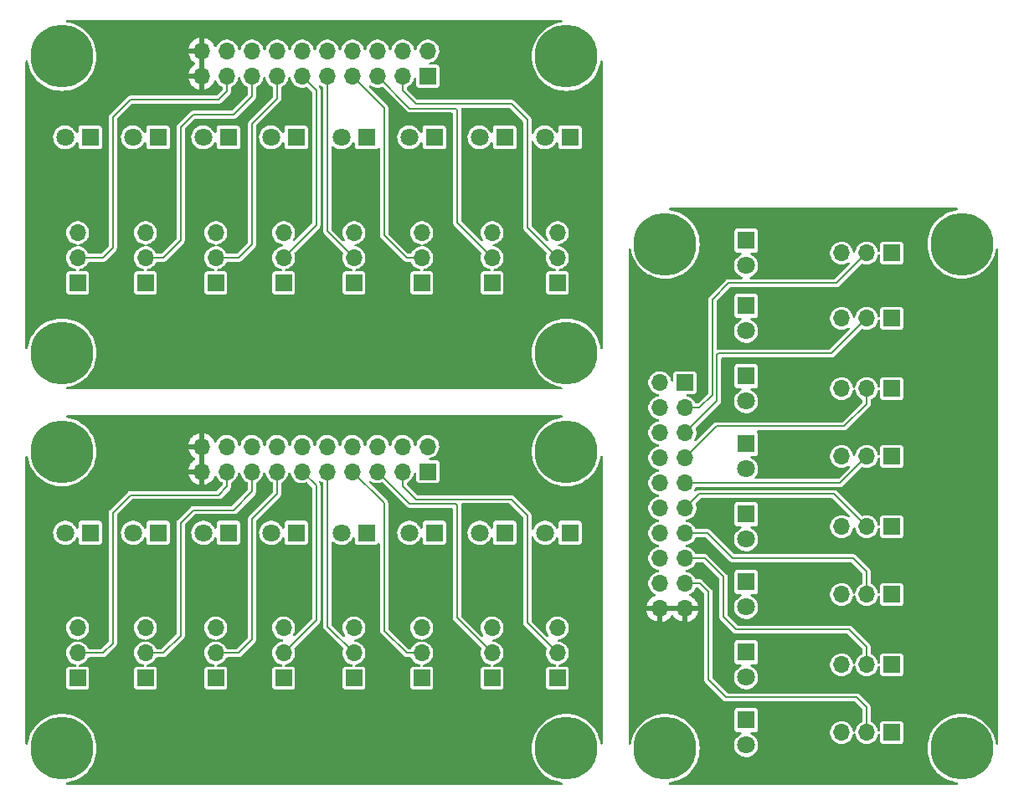
<source format=gtl>
%MOIN*%
%OFA0B0*%
%FSLAX46Y46*%
%IPPOS*%
%LPD*%
%ADD10R,0.070866141732283464X0.070866141732283464*%
%ADD11C,0.070866141732283464*%
%ADD12C,0.25*%
%ADD13R,0.066929133858267723X0.066929133858267723*%
%ADD14O,0.066929133858267723X0.066929133858267723*%
%ADD15C,0.035*%
%ADD16C,0.008*%
%ADD27R,0.070866141732283464X0.070866141732283464*%
%ADD28C,0.070866141732283464*%
%ADD29C,0.25*%
%ADD30R,0.066929133858267723X0.066929133858267723*%
%ADD31O,0.066929133858267723X0.066929133858267723*%
%ADD32C,0.035*%
%ADD33C,0.008*%
%ADD34R,0.070866141732283464X0.070866141732283464*%
%ADD35C,0.070866141732283464*%
%ADD36C,0.25*%
%ADD37R,0.066929133858267723X0.066929133858267723*%
%ADD38O,0.066929133858267723X0.066929133858267723*%
%ADD39C,0.035*%
%ADD40C,0.008*%
G01*
D10*
X0000000000Y0001496062D02*
X0002180196Y0001016062D03*
D11*
X0002080196Y0001016062D03*
D10*
X0001920196Y0001016062D03*
D11*
X0001820196Y0001016062D03*
D10*
X0001640196Y0001016062D03*
D11*
X0001540196Y0001016062D03*
D10*
X0001370196Y0001016062D03*
D11*
X0001270196Y0001016062D03*
D10*
X0001090196Y0001016062D03*
D11*
X0000990196Y0001016062D03*
D10*
X0000820196Y0001016062D03*
D11*
X0000720196Y0001016062D03*
D10*
X0000540196Y0001016062D03*
D11*
X0000440196Y0001016062D03*
D12*
X0002165354Y0000157480D03*
X0002165354Y0001338582D03*
X0000157480Y0001338582D03*
X0000157480Y0000157480D03*
D13*
X0002130000Y0000436653D03*
D14*
X0002130000Y0000536653D03*
X0002130000Y0000636653D03*
D13*
X0001870000Y0000436653D03*
D14*
X0001870000Y0000536653D03*
X0001870000Y0000636653D03*
D13*
X0001590000Y0000436653D03*
D14*
X0001590000Y0000536653D03*
X0001590000Y0000636653D03*
D13*
X0001320000Y0000436653D03*
D14*
X0001320000Y0000536653D03*
X0001320000Y0000636653D03*
D13*
X0001040000Y0000436653D03*
D14*
X0001040000Y0000536653D03*
X0001040000Y0000636653D03*
D13*
X0000770000Y0000436653D03*
D14*
X0000770000Y0000536653D03*
X0000770000Y0000636653D03*
D13*
X0000490000Y0000436653D03*
D14*
X0000490000Y0000536653D03*
X0000490000Y0000636653D03*
D13*
X0000220000Y0000436653D03*
D14*
X0000220000Y0000536653D03*
X0000220000Y0000636653D03*
D10*
X0000270196Y0001016062D03*
D11*
X0000170196Y0001016062D03*
D13*
X0001614173Y0001259842D03*
D14*
X0001614173Y0001359842D03*
X0001514173Y0001259842D03*
X0001514173Y0001359842D03*
X0001414173Y0001259842D03*
X0001414173Y0001359842D03*
X0001314173Y0001259842D03*
X0001314173Y0001359842D03*
X0001214173Y0001259842D03*
X0001214173Y0001359842D03*
X0001114173Y0001259842D03*
X0001114173Y0001359842D03*
X0001014173Y0001259842D03*
X0001014173Y0001359842D03*
X0000914173Y0001259842D03*
X0000914173Y0001359842D03*
X0000814173Y0001259842D03*
X0000814173Y0001359842D03*
X0000714173Y0001259842D03*
X0000714173Y0001359842D03*
D15*
X0000354330Y0000472440D03*
X0000905511Y0000472440D03*
X0001732283Y0000472440D03*
X0002244094Y0000472440D03*
X0000629921Y0000472440D03*
X0002007874Y0000472440D03*
X0001456692Y0000472440D03*
X0001181102Y0000472440D03*
D16*
X0001514173Y0001201889D02*
X0001566299Y0001149763D01*
X0001566299Y0001149763D02*
X0001946299Y0001149763D01*
X0002010000Y0000656653D02*
X0002010000Y0001086062D01*
X0001514173Y0001259842D02*
X0001514173Y0001201889D01*
X0002130000Y0000536653D02*
X0002010000Y0000656653D01*
X0001946299Y0001149763D02*
X0002010000Y0001086062D01*
X0001730000Y0001126062D02*
X0001724280Y0001131782D01*
X0001724280Y0001131782D02*
X0001542233Y0001131782D01*
X0001542233Y0001131782D02*
X0001414173Y0001259842D01*
X0001870000Y0000536653D02*
X0001730000Y0000676653D01*
X0001730000Y0000676653D02*
X0001730000Y0001126062D01*
X0001440000Y0001134015D02*
X0001314173Y0001259842D01*
X0001440000Y0000626062D02*
X0001440000Y0001134015D01*
X0001590000Y0000536653D02*
X0001529409Y0000536653D01*
X0001529409Y0000536653D02*
X0001440000Y0000626062D01*
X0001214173Y0000642480D02*
X0001320000Y0000536653D01*
X0001214173Y0001259842D02*
X0001214173Y0000642480D01*
X0001170000Y0001204015D02*
X0001114173Y0001259842D01*
X0001040000Y0000536653D02*
X0001170000Y0000666653D01*
X0001170000Y0000666653D02*
X0001170000Y0001204015D01*
X0001014173Y0001170236D02*
X0000915000Y0001071062D01*
X0001014173Y0001259842D02*
X0001014173Y0001170236D01*
X0000915000Y0001071062D02*
X0000915000Y0000591062D01*
X0000860590Y0000536653D02*
X0000770000Y0000536653D01*
X0000915000Y0000591062D02*
X0000860590Y0000536653D01*
X0000840000Y0001106062D02*
X0000914173Y0001180236D01*
X0000914173Y0001180236D02*
X0000914173Y0001259842D01*
X0000560590Y0000536653D02*
X0000629999Y0000606062D01*
X0000629999Y0000606062D02*
X0000629999Y0001056062D01*
X0000490000Y0000536653D02*
X0000560590Y0000536653D01*
X0000629999Y0001056062D02*
X0000679999Y0001106062D01*
X0000679999Y0001106062D02*
X0000840000Y0001106062D01*
X0000814173Y0001200236D02*
X0000814173Y0001259842D01*
X0000320590Y0000536653D02*
X0000360000Y0000576062D01*
X0000360000Y0000576062D02*
X0000360000Y0001096062D01*
X0000220000Y0000536653D02*
X0000320590Y0000536653D01*
X0000360000Y0001096062D02*
X0000430000Y0001166062D01*
X0000780000Y0001166062D02*
X0000814173Y0001200236D01*
X0000430000Y0001166062D02*
X0000780000Y0001166062D01*
G36*
X0002147640Y0001483275D02*
G01*
X0002149470Y0001481163D01*
X0002149868Y0001478396D01*
X0002148707Y0001475853D01*
X0002146355Y0001474342D01*
X0002145734Y0001474202D01*
X0002136827Y0001472792D01*
X0002122954Y0001469074D01*
X0002109546Y0001463928D01*
X0002109431Y0001463869D01*
X0002096866Y0001457467D01*
X0002096865Y0001457466D01*
X0002096750Y0001457408D01*
X0002084705Y0001449586D01*
X0002073544Y0001440547D01*
X0002063389Y0001430392D01*
X0002054350Y0001419231D01*
X0002046528Y0001407186D01*
X0002046470Y0001407071D01*
X0002046469Y0001407070D01*
X0002043354Y0001400955D01*
X0002040008Y0001394390D01*
X0002034862Y0001380982D01*
X0002031144Y0001367109D01*
X0002030594Y0001363637D01*
X0002028952Y0001353266D01*
X0002028898Y0001352924D01*
X0002028146Y0001338582D01*
X0002028898Y0001324240D01*
X0002028918Y0001324112D01*
X0002028918Y0001324112D01*
X0002029726Y0001319010D01*
X0002031144Y0001310055D01*
X0002034862Y0001296183D01*
X0002040008Y0001282775D01*
X0002040067Y0001282659D01*
X0002046361Y0001270307D01*
X0002046528Y0001269978D01*
X0002046599Y0001269869D01*
X0002046599Y0001269869D01*
X0002047852Y0001267940D01*
X0002054350Y0001257934D01*
X0002063389Y0001246772D01*
X0002073544Y0001236617D01*
X0002084705Y0001227579D01*
X0002084814Y0001227508D01*
X0002095842Y0001220346D01*
X0002096750Y0001219757D01*
X0002096865Y0001219698D01*
X0002096866Y0001219698D01*
X0002107606Y0001214226D01*
X0002109546Y0001213237D01*
X0002114362Y0001211388D01*
X0002122154Y0001208397D01*
X0002122954Y0001208090D01*
X0002136827Y0001204373D01*
X0002144369Y0001203178D01*
X0002150884Y0001202146D01*
X0002150884Y0001202146D01*
X0002151012Y0001202126D01*
X0002165354Y0001201374D01*
X0002179696Y0001202126D01*
X0002179824Y0001202146D01*
X0002179824Y0001202146D01*
X0002186339Y0001203178D01*
X0002193881Y0001204373D01*
X0002207753Y0001208090D01*
X0002208553Y0001208397D01*
X0002216346Y0001211388D01*
X0002221161Y0001213237D01*
X0002223102Y0001214226D01*
X0002233842Y0001219698D01*
X0002233842Y0001219698D01*
X0002233958Y0001219757D01*
X0002234865Y0001220346D01*
X0002245893Y0001227508D01*
X0002246002Y0001227579D01*
X0002257164Y0001236617D01*
X0002267319Y0001246772D01*
X0002276357Y0001257934D01*
X0002282855Y0001267940D01*
X0002284108Y0001269869D01*
X0002284108Y0001269869D01*
X0002284179Y0001269978D01*
X0002284347Y0001270307D01*
X0002290640Y0001282659D01*
X0002290699Y0001282775D01*
X0002295846Y0001296183D01*
X0002299563Y0001310055D01*
X0002300974Y0001318962D01*
X0002302171Y0001321488D01*
X0002304544Y0001322965D01*
X0002307339Y0001322925D01*
X0002309669Y0001321381D01*
X0002310793Y0001318822D01*
X0002310834Y0001318186D01*
X0002310834Y0000177876D01*
X0002310047Y0000175194D01*
X0002307934Y0000173364D01*
X0002305168Y0000172966D01*
X0002302625Y0000174127D01*
X0002301114Y0000176478D01*
X0002300974Y0000177100D01*
X0002299584Y0000185879D01*
X0002299563Y0000186007D01*
X0002295846Y0000199879D01*
X0002290699Y0000213287D01*
X0002284179Y0000226084D01*
X0002276357Y0000238128D01*
X0002267319Y0000249290D01*
X0002257164Y0000259445D01*
X0002246002Y0000268483D01*
X0002233958Y0000276305D01*
X0002233842Y0000276364D01*
X0002233842Y0000276364D01*
X0002221277Y0000282766D01*
X0002221161Y0000282825D01*
X0002207753Y0000287972D01*
X0002193881Y0000291689D01*
X0002186339Y0000292884D01*
X0002179824Y0000293916D01*
X0002179824Y0000293916D01*
X0002179696Y0000293936D01*
X0002165354Y0000294687D01*
X0002151012Y0000293936D01*
X0002150884Y0000293916D01*
X0002150884Y0000293916D01*
X0002144369Y0000292884D01*
X0002136827Y0000291689D01*
X0002122954Y0000287972D01*
X0002109546Y0000282825D01*
X0002109431Y0000282766D01*
X0002096866Y0000276364D01*
X0002096865Y0000276364D01*
X0002096750Y0000276305D01*
X0002084705Y0000268483D01*
X0002073544Y0000259445D01*
X0002063389Y0000249290D01*
X0002054350Y0000238128D01*
X0002046528Y0000226084D01*
X0002040008Y0000213287D01*
X0002034862Y0000199879D01*
X0002031144Y0000186007D01*
X0002031124Y0000185879D01*
X0002029079Y0000172966D01*
X0002028898Y0000171822D01*
X0002028146Y0000157480D01*
X0002028898Y0000143138D01*
X0002031144Y0000128953D01*
X0002034862Y0000115080D01*
X0002040008Y0000101672D01*
X0002046528Y0000088876D01*
X0002054350Y0000076831D01*
X0002063389Y0000065670D01*
X0002073544Y0000055515D01*
X0002084705Y0000046476D01*
X0002096750Y0000038654D01*
X0002096865Y0000038596D01*
X0002096866Y0000038595D01*
X0002100944Y0000036517D01*
X0002109546Y0000032134D01*
X0002122954Y0000026988D01*
X0002136827Y0000023270D01*
X0002145734Y0000021860D01*
X0002148259Y0000020662D01*
X0002149737Y0000018290D01*
X0002149697Y0000015495D01*
X0002148152Y0000013165D01*
X0002145593Y0000012040D01*
X0002144958Y0000012000D01*
X0000177876Y0000012000D01*
X0000175194Y0000012787D01*
X0000173364Y0000014899D01*
X0000172966Y0000017666D01*
X0000174127Y0000020209D01*
X0000176478Y0000021720D01*
X0000177100Y0000021860D01*
X0000186007Y0000023270D01*
X0000199879Y0000026988D01*
X0000213287Y0000032134D01*
X0000221889Y0000036517D01*
X0000225968Y0000038595D01*
X0000225968Y0000038596D01*
X0000226084Y0000038654D01*
X0000238128Y0000046476D01*
X0000249290Y0000055515D01*
X0000259445Y0000065670D01*
X0000268483Y0000076831D01*
X0000276305Y0000088876D01*
X0000282825Y0000101672D01*
X0000287972Y0000115080D01*
X0000291689Y0000128953D01*
X0000293936Y0000143138D01*
X0000294688Y0000157480D01*
X0000293936Y0000171822D01*
X0000293755Y0000172966D01*
X0000291710Y0000185879D01*
X0000291689Y0000186007D01*
X0000287972Y0000199879D01*
X0000282825Y0000213287D01*
X0000276305Y0000226084D01*
X0000268483Y0000238128D01*
X0000259445Y0000249290D01*
X0000249290Y0000259445D01*
X0000238128Y0000268483D01*
X0000226084Y0000276305D01*
X0000225968Y0000276364D01*
X0000225968Y0000276364D01*
X0000213403Y0000282766D01*
X0000213287Y0000282825D01*
X0000199879Y0000287972D01*
X0000186007Y0000291689D01*
X0000178465Y0000292884D01*
X0000171950Y0000293916D01*
X0000171950Y0000293916D01*
X0000171822Y0000293936D01*
X0000157480Y0000294687D01*
X0000143138Y0000293936D01*
X0000143010Y0000293916D01*
X0000143010Y0000293916D01*
X0000136495Y0000292884D01*
X0000128953Y0000291689D01*
X0000115080Y0000287972D01*
X0000101672Y0000282825D01*
X0000101557Y0000282766D01*
X0000088992Y0000276364D01*
X0000088991Y0000276364D01*
X0000088876Y0000276305D01*
X0000076831Y0000268483D01*
X0000065670Y0000259445D01*
X0000055515Y0000249290D01*
X0000046476Y0000238128D01*
X0000038654Y0000226084D01*
X0000032134Y0000213287D01*
X0000026988Y0000199879D01*
X0000023270Y0000186007D01*
X0000023250Y0000185879D01*
X0000021860Y0000177100D01*
X0000020662Y0000174574D01*
X0000018290Y0000173097D01*
X0000015495Y0000173137D01*
X0000013165Y0000174681D01*
X0000012040Y0000177240D01*
X0000012000Y0000177876D01*
X0000012000Y0000537849D01*
X0000174336Y0000537849D01*
X0000174883Y0000529507D01*
X0000176940Y0000521405D01*
X0000180440Y0000513813D01*
X0000185265Y0000506987D01*
X0000191253Y0000501154D01*
X0000191442Y0000501028D01*
X0000191442Y0000501027D01*
X0000194247Y0000499153D01*
X0000198203Y0000496509D01*
X0000198412Y0000496420D01*
X0000198412Y0000496420D01*
X0000205675Y0000493299D01*
X0000205675Y0000493299D01*
X0000205884Y0000493210D01*
X0000206105Y0000493160D01*
X0000206106Y0000493160D01*
X0000211512Y0000491936D01*
X0000213954Y0000490576D01*
X0000215273Y0000488112D01*
X0000215050Y0000485326D01*
X0000213356Y0000483102D01*
X0000210729Y0000482147D01*
X0000210417Y0000482137D01*
X0000184749Y0000482137D01*
X0000184320Y0000482086D01*
X0000184071Y0000482057D01*
X0000184071Y0000482057D01*
X0000183701Y0000482013D01*
X0000179609Y0000480195D01*
X0000178031Y0000478614D01*
X0000176769Y0000477350D01*
X0000176769Y0000477350D01*
X0000176446Y0000477026D01*
X0000174635Y0000472931D01*
X0000174515Y0000471903D01*
X0000174515Y0000401403D01*
X0000174566Y0000400974D01*
X0000174593Y0000400746D01*
X0000174640Y0000400355D01*
X0000176458Y0000396263D01*
X0000178038Y0000394685D01*
X0000179302Y0000393423D01*
X0000179303Y0000393423D01*
X0000179627Y0000393099D01*
X0000183722Y0000391289D01*
X0000184749Y0000391169D01*
X0000255250Y0000391169D01*
X0000255679Y0000391220D01*
X0000255928Y0000391250D01*
X0000255928Y0000391250D01*
X0000256298Y0000391293D01*
X0000260390Y0000393111D01*
X0000261968Y0000394692D01*
X0000263230Y0000395956D01*
X0000263230Y0000395956D01*
X0000263553Y0000396280D01*
X0000265364Y0000400375D01*
X0000265484Y0000401403D01*
X0000265484Y0000471903D01*
X0000265433Y0000472332D01*
X0000265403Y0000472582D01*
X0000265403Y0000472582D01*
X0000265359Y0000472951D01*
X0000263541Y0000477044D01*
X0000261961Y0000478621D01*
X0000260697Y0000479883D01*
X0000260696Y0000479883D01*
X0000260372Y0000480207D01*
X0000256277Y0000482018D01*
X0000255250Y0000482137D01*
X0000229797Y0000482137D01*
X0000227115Y0000482925D01*
X0000225284Y0000485037D01*
X0000224886Y0000487804D01*
X0000226048Y0000490346D01*
X0000228399Y0000491858D01*
X0000229085Y0000492007D01*
X0000230438Y0000492203D01*
X0000230438Y0000492203D01*
X0000230663Y0000492236D01*
X0000230878Y0000492309D01*
X0000230878Y0000492309D01*
X0000238364Y0000494850D01*
X0000238579Y0000494923D01*
X0000245872Y0000499008D01*
X0000252300Y0000504353D01*
X0000257645Y0000510780D01*
X0000261729Y0000518074D01*
X0000261819Y0000518023D01*
X0000263346Y0000519820D01*
X0000266068Y0000520633D01*
X0000323127Y0000520633D01*
X0000323970Y0000520907D01*
X0000324727Y0000521089D01*
X0000325217Y0000521166D01*
X0000325602Y0000521227D01*
X0000325951Y0000521405D01*
X0000326392Y0000521630D01*
X0000327110Y0000521928D01*
X0000327582Y0000522081D01*
X0000327582Y0000522081D01*
X0000327953Y0000522201D01*
X0000328670Y0000522722D01*
X0000329334Y0000523129D01*
X0000330124Y0000523531D01*
X0000373121Y0000566529D01*
X0000373524Y0000567319D01*
X0000373930Y0000567982D01*
X0000374222Y0000568383D01*
X0000374451Y0000568699D01*
X0000374572Y0000569070D01*
X0000374725Y0000569542D01*
X0000375023Y0000570261D01*
X0000375248Y0000570703D01*
X0000375248Y0000570703D01*
X0000375425Y0000571050D01*
X0000375564Y0000571926D01*
X0000375745Y0000572683D01*
X0000375899Y0000573154D01*
X0000376019Y0000573525D01*
X0000376019Y0001017310D01*
X0000392557Y0001017310D01*
X0000393127Y0001008607D01*
X0000395274Y0001000155D01*
X0000395369Y0000999948D01*
X0000398830Y0000992441D01*
X0000398830Y0000992441D01*
X0000398925Y0000992234D01*
X0000399056Y0000992049D01*
X0000399056Y0000992049D01*
X0000401162Y0000989070D01*
X0000403958Y0000985112D01*
X0000410205Y0000979027D01*
X0000410394Y0000978901D01*
X0000410394Y0000978901D01*
X0000413556Y0000976788D01*
X0000417457Y0000974182D01*
X0000417666Y0000974092D01*
X0000417666Y0000974092D01*
X0000420249Y0000972982D01*
X0000425470Y0000970739D01*
X0000433976Y0000968814D01*
X0000434203Y0000968805D01*
X0000434203Y0000968805D01*
X0000435881Y0000968739D01*
X0000442690Y0000968472D01*
X0000447006Y0000969097D01*
X0000451096Y0000969691D01*
X0000451097Y0000969691D01*
X0000451321Y0000969723D01*
X0000451537Y0000969796D01*
X0000451537Y0000969796D01*
X0000459364Y0000972453D01*
X0000459365Y0000972453D01*
X0000459580Y0000972526D01*
X0000460393Y0000972982D01*
X0000466990Y0000976677D01*
X0000466990Y0000976677D01*
X0000467189Y0000976788D01*
X0000473894Y0000982365D01*
X0000479471Y0000989070D01*
X0000479582Y0000989268D01*
X0000479582Y0000989269D01*
X0000483455Y0000996184D01*
X0000485452Y0000998139D01*
X0000488190Y0000998704D01*
X0000490798Y0000997699D01*
X0000492449Y0000995443D01*
X0000492744Y0000993760D01*
X0000492744Y0000978844D01*
X0000492795Y0000978415D01*
X0000492822Y0000978187D01*
X0000492868Y0000977796D01*
X0000494686Y0000973703D01*
X0000495938Y0000972453D01*
X0000497531Y0000970864D01*
X0000497531Y0000970864D01*
X0000497855Y0000970540D01*
X0000501950Y0000968730D01*
X0000502978Y0000968610D01*
X0000577415Y0000968610D01*
X0000577844Y0000968661D01*
X0000578094Y0000968690D01*
X0000578094Y0000968690D01*
X0000578463Y0000968734D01*
X0000582555Y0000970552D01*
X0000584133Y0000972133D01*
X0000585395Y0000973397D01*
X0000585395Y0000973397D01*
X0000585719Y0000973721D01*
X0000587529Y0000977816D01*
X0000587649Y0000978844D01*
X0000587649Y0001053281D01*
X0000587598Y0001053710D01*
X0000587568Y0001053960D01*
X0000587568Y0001053960D01*
X0000587524Y0001054329D01*
X0000585707Y0001058422D01*
X0000583049Y0001061075D01*
X0000582862Y0001061261D01*
X0000582862Y0001061261D01*
X0000582538Y0001061585D01*
X0000578442Y0001063395D01*
X0000577415Y0001063515D01*
X0000502978Y0001063515D01*
X0000502549Y0001063464D01*
X0000502299Y0001063435D01*
X0000502299Y0001063435D01*
X0000501930Y0001063391D01*
X0000499276Y0001062212D01*
X0000498350Y0001061800D01*
X0000497837Y0001061573D01*
X0000496466Y0001060199D01*
X0000494997Y0001058728D01*
X0000494997Y0001058728D01*
X0000494674Y0001058404D01*
X0000492863Y0001054309D01*
X0000492744Y0001053281D01*
X0000492744Y0001038079D01*
X0000491956Y0001035397D01*
X0000489844Y0001033567D01*
X0000487077Y0001033169D01*
X0000484534Y0001034330D01*
X0000483334Y0001035885D01*
X0000480930Y0001040759D01*
X0000480830Y0001040963D01*
X0000475612Y0001047951D01*
X0000471762Y0001051509D01*
X0000469374Y0001053716D01*
X0000469374Y0001053716D01*
X0000469208Y0001053871D01*
X0000467278Y0001055088D01*
X0000462024Y0001058403D01*
X0000462024Y0001058403D01*
X0000461832Y0001058524D01*
X0000453731Y0001061756D01*
X0000453509Y0001061800D01*
X0000453508Y0001061800D01*
X0000445401Y0001063413D01*
X0000445401Y0001063413D01*
X0000445178Y0001063457D01*
X0000444950Y0001063460D01*
X0000444950Y0001063460D01*
X0000440651Y0001063517D01*
X0000436457Y0001063572D01*
X0000427862Y0001062095D01*
X0000419680Y0001059076D01*
X0000419485Y0001058960D01*
X0000419485Y0001058960D01*
X0000412380Y0001054733D01*
X0000412380Y0001054733D01*
X0000412185Y0001054617D01*
X0000405628Y0001048867D01*
X0000400229Y0001042018D01*
X0000396168Y0001034300D01*
X0000393582Y0001025971D01*
X0000392557Y0001017310D01*
X0000376019Y0001017310D01*
X0000376019Y0001087372D01*
X0000376807Y0001090054D01*
X0000377472Y0001090880D01*
X0000435182Y0001148590D01*
X0000437635Y0001149929D01*
X0000438690Y0001150043D01*
X0000782537Y0001150043D01*
X0000783379Y0001150317D01*
X0000784136Y0001150498D01*
X0000784626Y0001150576D01*
X0000785012Y0001150637D01*
X0000785801Y0001151039D01*
X0000786520Y0001151337D01*
X0000786992Y0001151490D01*
X0000786992Y0001151490D01*
X0000787363Y0001151611D01*
X0000788080Y0001152132D01*
X0000788743Y0001152538D01*
X0000789533Y0001152941D01*
X0000793121Y0001156529D01*
X0000826392Y0001189800D01*
X0000826392Y0001189800D01*
X0000827294Y0001190702D01*
X0000827697Y0001191492D01*
X0000828103Y0001192155D01*
X0000828395Y0001192556D01*
X0000828624Y0001192872D01*
X0000828898Y0001193715D01*
X0000829196Y0001194434D01*
X0000829421Y0001194876D01*
X0000829421Y0001194876D01*
X0000829598Y0001195224D01*
X0000829659Y0001195609D01*
X0000829659Y0001195609D01*
X0000829737Y0001196099D01*
X0000829919Y0001196856D01*
X0000830072Y0001197327D01*
X0000830192Y0001197698D01*
X0000830192Y0001198975D01*
X0000830192Y0001198975D01*
X0000830192Y0001213774D01*
X0000830980Y0001216456D01*
X0000832803Y0001218020D01*
X0000832752Y0001218112D01*
X0000835175Y0001219469D01*
X0000840046Y0001222197D01*
X0000841690Y0001223564D01*
X0000845562Y0001226785D01*
X0000846473Y0001227542D01*
X0000851818Y0001233969D01*
X0000855903Y0001241263D01*
X0000857108Y0001244815D01*
X0000858517Y0001248963D01*
X0000858517Y0001248963D01*
X0000858590Y0001249178D01*
X0000858622Y0001249403D01*
X0000858622Y0001249403D01*
X0000859068Y0001252476D01*
X0000859184Y0001253278D01*
X0000860348Y0001255819D01*
X0000862701Y0001257327D01*
X0000865497Y0001257324D01*
X0000867846Y0001255810D01*
X0000869004Y0001253266D01*
X0000869037Y0001252946D01*
X0000869041Y0001252923D01*
X0000869056Y0001252696D01*
X0000871114Y0001244594D01*
X0000874613Y0001237002D01*
X0000879438Y0001230176D01*
X0000882177Y0001227508D01*
X0000884825Y0001224928D01*
X0000885426Y0001224343D01*
X0000885615Y0001224217D01*
X0000885615Y0001224216D01*
X0000887131Y0001223204D01*
X0000892377Y0001219698D01*
X0000892586Y0001219609D01*
X0000892586Y0001219609D01*
X0000895151Y0001218507D01*
X0000897304Y0001216724D01*
X0000898153Y0001213949D01*
X0000898153Y0001188926D01*
X0000897366Y0001186244D01*
X0000896700Y0001185418D01*
X0000834817Y0001123535D01*
X0000832364Y0001122196D01*
X0000831309Y0001122082D01*
X0000678739Y0001122082D01*
X0000678739Y0001122082D01*
X0000677462Y0001122082D01*
X0000676620Y0001121808D01*
X0000675863Y0001121627D01*
X0000674987Y0001121488D01*
X0000674198Y0001121086D01*
X0000673479Y0001120788D01*
X0000672636Y0001120514D01*
X0000671919Y0001119993D01*
X0000671256Y0001119587D01*
X0000670466Y0001119184D01*
X0000669564Y0001118282D01*
X0000669563Y0001118282D01*
X0000620466Y0001069184D01*
X0000616878Y0001065596D01*
X0000616602Y0001065054D01*
X0000616476Y0001064807D01*
X0000616069Y0001064143D01*
X0000615548Y0001063426D01*
X0000615427Y0001063055D01*
X0000615427Y0001063055D01*
X0000615274Y0001062583D01*
X0000614976Y0001061864D01*
X0000614574Y0001061075D01*
X0000614513Y0001060689D01*
X0000614435Y0001060199D01*
X0000614254Y0001059442D01*
X0000613980Y0001058600D01*
X0000613980Y0000614753D01*
X0000613192Y0000612071D01*
X0000612527Y0000611245D01*
X0000555407Y0000554126D01*
X0000552954Y0000552786D01*
X0000551900Y0000552673D01*
X0000535902Y0000552673D01*
X0000533220Y0000553460D01*
X0000531453Y0000555439D01*
X0000529048Y0000560316D01*
X0000529048Y0000560316D01*
X0000528947Y0000560520D01*
X0000523946Y0000567218D01*
X0000520176Y0000570703D01*
X0000517974Y0000572738D01*
X0000517974Y0000572738D01*
X0000517807Y0000572893D01*
X0000510737Y0000577353D01*
X0000509412Y0000577882D01*
X0000505777Y0000579332D01*
X0000502973Y0000580451D01*
X0000502750Y0000580495D01*
X0000502750Y0000580495D01*
X0000496045Y0000581829D01*
X0000493569Y0000583125D01*
X0000492186Y0000585554D01*
X0000492335Y0000588345D01*
X0000493970Y0000590612D01*
X0000496301Y0000591604D01*
X0000500663Y0000592236D01*
X0000500878Y0000592309D01*
X0000500878Y0000592309D01*
X0000508364Y0000594850D01*
X0000508579Y0000594923D01*
X0000515872Y0000599008D01*
X0000522300Y0000604353D01*
X0000527645Y0000610780D01*
X0000531729Y0000618074D01*
X0000532860Y0000621405D01*
X0000534343Y0000625774D01*
X0000534343Y0000625774D01*
X0000534416Y0000625989D01*
X0000534449Y0000626214D01*
X0000534449Y0000626214D01*
X0000535425Y0000632946D01*
X0000535616Y0000634262D01*
X0000535679Y0000636653D01*
X0000534914Y0000644977D01*
X0000532645Y0000653023D01*
X0000528947Y0000660520D01*
X0000523946Y0000667218D01*
X0000518951Y0000671836D01*
X0000517974Y0000672738D01*
X0000517974Y0000672738D01*
X0000517807Y0000672893D01*
X0000510737Y0000677353D01*
X0000509412Y0000677882D01*
X0000508350Y0000678306D01*
X0000502973Y0000680451D01*
X0000502750Y0000680495D01*
X0000502750Y0000680495D01*
X0000494997Y0000682038D01*
X0000494997Y0000682038D01*
X0000494774Y0000682082D01*
X0000494547Y0000682085D01*
X0000494547Y0000682085D01*
X0000490365Y0000682140D01*
X0000486416Y0000682191D01*
X0000486191Y0000682153D01*
X0000486191Y0000682153D01*
X0000478401Y0000680814D01*
X0000478401Y0000680814D01*
X0000478177Y0000680776D01*
X0000470334Y0000677882D01*
X0000463150Y0000673608D01*
X0000456865Y0000668096D01*
X0000456725Y0000667918D01*
X0000456724Y0000667918D01*
X0000451830Y0000661710D01*
X0000451690Y0000661532D01*
X0000451584Y0000661331D01*
X0000447903Y0000654335D01*
X0000447903Y0000654335D01*
X0000447798Y0000654134D01*
X0000445319Y0000646150D01*
X0000444336Y0000637849D01*
X0000444883Y0000629507D01*
X0000446940Y0000621405D01*
X0000450440Y0000613814D01*
X0000455265Y0000606987D01*
X0000461253Y0000601154D01*
X0000461442Y0000601028D01*
X0000461442Y0000601027D01*
X0000465399Y0000598383D01*
X0000468203Y0000596509D01*
X0000468412Y0000596420D01*
X0000468412Y0000596420D01*
X0000475675Y0000593299D01*
X0000475675Y0000593299D01*
X0000475884Y0000593210D01*
X0000476105Y0000593160D01*
X0000476106Y0000593160D01*
X0000483782Y0000591422D01*
X0000486224Y0000590062D01*
X0000487544Y0000587598D01*
X0000487321Y0000584812D01*
X0000485627Y0000582588D01*
X0000483528Y0000581695D01*
X0000478401Y0000580814D01*
X0000478401Y0000580814D01*
X0000478177Y0000580776D01*
X0000470334Y0000577882D01*
X0000463150Y0000573608D01*
X0000456865Y0000568096D01*
X0000456725Y0000567918D01*
X0000456724Y0000567918D01*
X0000455412Y0000566253D01*
X0000451690Y0000561532D01*
X0000451584Y0000561331D01*
X0000447903Y0000554335D01*
X0000447903Y0000554335D01*
X0000447798Y0000554134D01*
X0000445319Y0000546150D01*
X0000444336Y0000537849D01*
X0000444883Y0000529507D01*
X0000446940Y0000521405D01*
X0000450440Y0000513813D01*
X0000455265Y0000506987D01*
X0000461253Y0000501154D01*
X0000461442Y0000501028D01*
X0000461442Y0000501027D01*
X0000464247Y0000499153D01*
X0000468203Y0000496509D01*
X0000468412Y0000496420D01*
X0000468412Y0000496420D01*
X0000475675Y0000493299D01*
X0000475675Y0000493299D01*
X0000475884Y0000493210D01*
X0000476105Y0000493160D01*
X0000476106Y0000493160D01*
X0000481512Y0000491936D01*
X0000483954Y0000490576D01*
X0000485273Y0000488112D01*
X0000485050Y0000485326D01*
X0000483356Y0000483102D01*
X0000480729Y0000482147D01*
X0000480417Y0000482137D01*
X0000454749Y0000482137D01*
X0000454320Y0000482086D01*
X0000454071Y0000482057D01*
X0000454071Y0000482057D01*
X0000453701Y0000482013D01*
X0000449609Y0000480195D01*
X0000448031Y0000478614D01*
X0000446769Y0000477350D01*
X0000446769Y0000477350D01*
X0000446446Y0000477026D01*
X0000444635Y0000472931D01*
X0000444515Y0000471903D01*
X0000444515Y0000401403D01*
X0000444566Y0000400974D01*
X0000444593Y0000400746D01*
X0000444640Y0000400355D01*
X0000446458Y0000396263D01*
X0000448038Y0000394685D01*
X0000449302Y0000393423D01*
X0000449303Y0000393423D01*
X0000449627Y0000393099D01*
X0000453722Y0000391289D01*
X0000454749Y0000391169D01*
X0000525250Y0000391169D01*
X0000525679Y0000391220D01*
X0000525928Y0000391250D01*
X0000525928Y0000391250D01*
X0000526298Y0000391293D01*
X0000530390Y0000393111D01*
X0000531968Y0000394692D01*
X0000533230Y0000395956D01*
X0000533230Y0000395956D01*
X0000533553Y0000396280D01*
X0000535364Y0000400375D01*
X0000535484Y0000401403D01*
X0000535484Y0000471903D01*
X0000535433Y0000472332D01*
X0000535403Y0000472582D01*
X0000535403Y0000472582D01*
X0000535359Y0000472951D01*
X0000533541Y0000477044D01*
X0000531961Y0000478621D01*
X0000530697Y0000479883D01*
X0000530696Y0000479883D01*
X0000530372Y0000480207D01*
X0000526277Y0000482018D01*
X0000525250Y0000482137D01*
X0000499797Y0000482137D01*
X0000497115Y0000482925D01*
X0000495284Y0000485037D01*
X0000494886Y0000487804D01*
X0000496048Y0000490346D01*
X0000498399Y0000491858D01*
X0000499085Y0000492007D01*
X0000500438Y0000492203D01*
X0000500438Y0000492203D01*
X0000500663Y0000492236D01*
X0000500878Y0000492309D01*
X0000500878Y0000492309D01*
X0000508364Y0000494850D01*
X0000508579Y0000494923D01*
X0000515872Y0000499008D01*
X0000522300Y0000504353D01*
X0000527645Y0000510780D01*
X0000531729Y0000518074D01*
X0000531819Y0000518023D01*
X0000533346Y0000519820D01*
X0000536068Y0000520633D01*
X0000563127Y0000520633D01*
X0000563970Y0000520907D01*
X0000564727Y0000521089D01*
X0000565217Y0000521166D01*
X0000565602Y0000521227D01*
X0000565951Y0000521405D01*
X0000566392Y0000521630D01*
X0000567111Y0000521928D01*
X0000567582Y0000522081D01*
X0000567582Y0000522081D01*
X0000567954Y0000522201D01*
X0000568670Y0000522722D01*
X0000569334Y0000523129D01*
X0000570124Y0000523531D01*
X0000643121Y0000596529D01*
X0000643524Y0000597319D01*
X0000643930Y0000597982D01*
X0000644222Y0000598383D01*
X0000644451Y0000598699D01*
X0000644599Y0000599153D01*
X0000644725Y0000599542D01*
X0000645023Y0000600261D01*
X0000645248Y0000600703D01*
X0000645248Y0000600703D01*
X0000645425Y0000601050D01*
X0000645564Y0000601926D01*
X0000645745Y0000602683D01*
X0000645899Y0000603154D01*
X0000646019Y0000603525D01*
X0000646019Y0001017310D01*
X0000672557Y0001017310D01*
X0000673127Y0001008607D01*
X0000675274Y0001000155D01*
X0000675369Y0000999948D01*
X0000678830Y0000992441D01*
X0000678830Y0000992441D01*
X0000678925Y0000992234D01*
X0000679056Y0000992049D01*
X0000679056Y0000992049D01*
X0000681162Y0000989070D01*
X0000683958Y0000985112D01*
X0000690205Y0000979027D01*
X0000690394Y0000978901D01*
X0000690394Y0000978901D01*
X0000693556Y0000976788D01*
X0000697457Y0000974182D01*
X0000697666Y0000974092D01*
X0000697666Y0000974092D01*
X0000700249Y0000972982D01*
X0000705470Y0000970739D01*
X0000713976Y0000968814D01*
X0000714203Y0000968805D01*
X0000714203Y0000968805D01*
X0000715881Y0000968739D01*
X0000722690Y0000968472D01*
X0000727006Y0000969097D01*
X0000731096Y0000969691D01*
X0000731097Y0000969691D01*
X0000731321Y0000969723D01*
X0000731537Y0000969796D01*
X0000731537Y0000969796D01*
X0000739364Y0000972453D01*
X0000739365Y0000972453D01*
X0000739580Y0000972526D01*
X0000740393Y0000972982D01*
X0000746990Y0000976677D01*
X0000746990Y0000976677D01*
X0000747189Y0000976788D01*
X0000753894Y0000982365D01*
X0000759471Y0000989070D01*
X0000759582Y0000989268D01*
X0000759582Y0000989269D01*
X0000763455Y0000996184D01*
X0000765452Y0000998139D01*
X0000768190Y0000998704D01*
X0000770798Y0000997699D01*
X0000772449Y0000995443D01*
X0000772744Y0000993760D01*
X0000772744Y0000978844D01*
X0000772795Y0000978415D01*
X0000772822Y0000978187D01*
X0000772868Y0000977796D01*
X0000774686Y0000973703D01*
X0000775938Y0000972453D01*
X0000777531Y0000970864D01*
X0000777531Y0000970864D01*
X0000777855Y0000970540D01*
X0000781950Y0000968730D01*
X0000782978Y0000968610D01*
X0000857415Y0000968610D01*
X0000857844Y0000968661D01*
X0000858094Y0000968690D01*
X0000858094Y0000968690D01*
X0000858463Y0000968734D01*
X0000862555Y0000970552D01*
X0000864133Y0000972133D01*
X0000865395Y0000973397D01*
X0000865395Y0000973397D01*
X0000865719Y0000973721D01*
X0000867529Y0000977816D01*
X0000867649Y0000978844D01*
X0000867649Y0001053281D01*
X0000867598Y0001053710D01*
X0000867568Y0001053960D01*
X0000867568Y0001053960D01*
X0000867524Y0001054329D01*
X0000865707Y0001058422D01*
X0000863049Y0001061075D01*
X0000862862Y0001061261D01*
X0000862862Y0001061261D01*
X0000862538Y0001061585D01*
X0000858442Y0001063395D01*
X0000857415Y0001063515D01*
X0000782978Y0001063515D01*
X0000782549Y0001063464D01*
X0000782299Y0001063435D01*
X0000782299Y0001063435D01*
X0000781930Y0001063391D01*
X0000779276Y0001062212D01*
X0000778350Y0001061800D01*
X0000777837Y0001061573D01*
X0000776466Y0001060199D01*
X0000774997Y0001058728D01*
X0000774997Y0001058728D01*
X0000774674Y0001058404D01*
X0000772863Y0001054309D01*
X0000772744Y0001053281D01*
X0000772744Y0001038079D01*
X0000771956Y0001035397D01*
X0000769844Y0001033567D01*
X0000767077Y0001033169D01*
X0000764534Y0001034330D01*
X0000763334Y0001035885D01*
X0000760930Y0001040759D01*
X0000760830Y0001040963D01*
X0000755612Y0001047951D01*
X0000751762Y0001051509D01*
X0000749374Y0001053716D01*
X0000749374Y0001053716D01*
X0000749208Y0001053871D01*
X0000747278Y0001055088D01*
X0000742024Y0001058403D01*
X0000742024Y0001058403D01*
X0000741832Y0001058524D01*
X0000733731Y0001061756D01*
X0000733509Y0001061800D01*
X0000733508Y0001061800D01*
X0000725401Y0001063413D01*
X0000725401Y0001063413D01*
X0000725178Y0001063457D01*
X0000724950Y0001063460D01*
X0000724950Y0001063460D01*
X0000720651Y0001063517D01*
X0000716457Y0001063572D01*
X0000707862Y0001062095D01*
X0000699680Y0001059076D01*
X0000699485Y0001058960D01*
X0000699485Y0001058960D01*
X0000692380Y0001054733D01*
X0000692380Y0001054733D01*
X0000692185Y0001054617D01*
X0000685628Y0001048867D01*
X0000680229Y0001042018D01*
X0000676168Y0001034300D01*
X0000673582Y0001025971D01*
X0000672557Y0001017310D01*
X0000646019Y0001017310D01*
X0000646019Y0001047372D01*
X0000646807Y0001050054D01*
X0000647472Y0001050880D01*
X0000685182Y0001088590D01*
X0000687635Y0001089929D01*
X0000688690Y0001090043D01*
X0000842537Y0001090043D01*
X0000843379Y0001090317D01*
X0000844136Y0001090498D01*
X0000844626Y0001090576D01*
X0000845012Y0001090637D01*
X0000845801Y0001091039D01*
X0000846520Y0001091337D01*
X0000846992Y0001091490D01*
X0000846992Y0001091490D01*
X0000847363Y0001091611D01*
X0000848080Y0001092132D01*
X0000848743Y0001092538D01*
X0000849533Y0001092941D01*
X0000853121Y0001096529D01*
X0000926392Y0001169800D01*
X0000926392Y0001169800D01*
X0000927294Y0001170702D01*
X0000927697Y0001171492D01*
X0000928103Y0001172155D01*
X0000928395Y0001172556D01*
X0000928624Y0001172872D01*
X0000928898Y0001173715D01*
X0000929196Y0001174434D01*
X0000929421Y0001174876D01*
X0000929421Y0001174876D01*
X0000929598Y0001175224D01*
X0000929659Y0001175609D01*
X0000929659Y0001175609D01*
X0000929737Y0001176099D01*
X0000929919Y0001176856D01*
X0000930072Y0001177327D01*
X0000930192Y0001177698D01*
X0000930192Y0001178975D01*
X0000930192Y0001178975D01*
X0000930192Y0001213774D01*
X0000930980Y0001216456D01*
X0000932803Y0001218020D01*
X0000932752Y0001218112D01*
X0000935175Y0001219469D01*
X0000940046Y0001222197D01*
X0000941690Y0001223564D01*
X0000945562Y0001226785D01*
X0000946473Y0001227542D01*
X0000951818Y0001233969D01*
X0000955903Y0001241263D01*
X0000957108Y0001244815D01*
X0000958517Y0001248963D01*
X0000958517Y0001248963D01*
X0000958590Y0001249178D01*
X0000958622Y0001249403D01*
X0000958622Y0001249403D01*
X0000959068Y0001252476D01*
X0000959184Y0001253278D01*
X0000960348Y0001255819D01*
X0000962701Y0001257327D01*
X0000965497Y0001257324D01*
X0000967846Y0001255810D01*
X0000969004Y0001253266D01*
X0000969037Y0001252946D01*
X0000969041Y0001252923D01*
X0000969056Y0001252696D01*
X0000971114Y0001244594D01*
X0000974613Y0001237002D01*
X0000979438Y0001230176D01*
X0000982177Y0001227508D01*
X0000984825Y0001224928D01*
X0000985426Y0001224343D01*
X0000985615Y0001224217D01*
X0000985615Y0001224216D01*
X0000987131Y0001223204D01*
X0000992377Y0001219698D01*
X0000992586Y0001219609D01*
X0000992586Y0001219609D01*
X0000995151Y0001218507D01*
X0000997304Y0001216724D01*
X0000998153Y0001213949D01*
X0000998153Y0001178926D01*
X0000997366Y0001176244D01*
X0000996700Y0001175418D01*
X0000901878Y0001080596D01*
X0000901700Y0001080248D01*
X0000901476Y0001079807D01*
X0000901069Y0001079143D01*
X0000900548Y0001078426D01*
X0000900427Y0001078055D01*
X0000900427Y0001078055D01*
X0000900274Y0001077583D01*
X0000899976Y0001076864D01*
X0000899574Y0001076075D01*
X0000899513Y0001075689D01*
X0000899435Y0001075199D01*
X0000899254Y0001074442D01*
X0000898980Y0001073600D01*
X0000898980Y0000599753D01*
X0000898192Y0000597071D01*
X0000897527Y0000596245D01*
X0000855407Y0000554126D01*
X0000852954Y0000552786D01*
X0000851900Y0000552673D01*
X0000815902Y0000552673D01*
X0000813220Y0000553460D01*
X0000811453Y0000555439D01*
X0000809048Y0000560316D01*
X0000809048Y0000560316D01*
X0000808947Y0000560520D01*
X0000803946Y0000567218D01*
X0000800176Y0000570703D01*
X0000797974Y0000572738D01*
X0000797974Y0000572738D01*
X0000797807Y0000572893D01*
X0000790737Y0000577353D01*
X0000789412Y0000577882D01*
X0000785777Y0000579332D01*
X0000782973Y0000580451D01*
X0000782750Y0000580495D01*
X0000782750Y0000580495D01*
X0000776045Y0000581829D01*
X0000773569Y0000583125D01*
X0000772186Y0000585554D01*
X0000772335Y0000588345D01*
X0000773970Y0000590612D01*
X0000776301Y0000591604D01*
X0000780663Y0000592236D01*
X0000780878Y0000592309D01*
X0000780878Y0000592309D01*
X0000788364Y0000594850D01*
X0000788579Y0000594923D01*
X0000795872Y0000599008D01*
X0000802300Y0000604353D01*
X0000807645Y0000610780D01*
X0000811729Y0000618074D01*
X0000812860Y0000621405D01*
X0000814343Y0000625774D01*
X0000814343Y0000625774D01*
X0000814416Y0000625989D01*
X0000814449Y0000626214D01*
X0000814449Y0000626214D01*
X0000815425Y0000632946D01*
X0000815616Y0000634262D01*
X0000815679Y0000636653D01*
X0000814914Y0000644977D01*
X0000812645Y0000653023D01*
X0000808947Y0000660520D01*
X0000803946Y0000667218D01*
X0000798951Y0000671836D01*
X0000797974Y0000672738D01*
X0000797974Y0000672738D01*
X0000797807Y0000672893D01*
X0000790737Y0000677353D01*
X0000789412Y0000677882D01*
X0000788350Y0000678306D01*
X0000782973Y0000680451D01*
X0000782750Y0000680495D01*
X0000782750Y0000680495D01*
X0000774997Y0000682038D01*
X0000774997Y0000682038D01*
X0000774774Y0000682082D01*
X0000774547Y0000682085D01*
X0000774547Y0000682085D01*
X0000770365Y0000682140D01*
X0000766416Y0000682191D01*
X0000766191Y0000682153D01*
X0000766191Y0000682153D01*
X0000758401Y0000680814D01*
X0000758401Y0000680814D01*
X0000758177Y0000680776D01*
X0000750334Y0000677882D01*
X0000743150Y0000673608D01*
X0000736865Y0000668096D01*
X0000736725Y0000667918D01*
X0000736724Y0000667918D01*
X0000731830Y0000661710D01*
X0000731690Y0000661532D01*
X0000731584Y0000661331D01*
X0000727903Y0000654335D01*
X0000727903Y0000654335D01*
X0000727798Y0000654134D01*
X0000725319Y0000646150D01*
X0000724336Y0000637849D01*
X0000724883Y0000629507D01*
X0000726940Y0000621405D01*
X0000730440Y0000613814D01*
X0000735265Y0000606987D01*
X0000741253Y0000601154D01*
X0000741442Y0000601028D01*
X0000741442Y0000601027D01*
X0000745399Y0000598383D01*
X0000748203Y0000596509D01*
X0000748412Y0000596420D01*
X0000748412Y0000596420D01*
X0000755675Y0000593299D01*
X0000755675Y0000593299D01*
X0000755884Y0000593210D01*
X0000756105Y0000593160D01*
X0000756106Y0000593160D01*
X0000763782Y0000591422D01*
X0000766224Y0000590062D01*
X0000767544Y0000587598D01*
X0000767321Y0000584812D01*
X0000765627Y0000582588D01*
X0000763528Y0000581695D01*
X0000758401Y0000580814D01*
X0000758401Y0000580814D01*
X0000758177Y0000580776D01*
X0000750334Y0000577882D01*
X0000743150Y0000573608D01*
X0000736865Y0000568096D01*
X0000736725Y0000567918D01*
X0000736724Y0000567918D01*
X0000735412Y0000566253D01*
X0000731690Y0000561532D01*
X0000731584Y0000561331D01*
X0000727903Y0000554335D01*
X0000727903Y0000554335D01*
X0000727798Y0000554134D01*
X0000725319Y0000546150D01*
X0000724336Y0000537849D01*
X0000724883Y0000529507D01*
X0000726940Y0000521405D01*
X0000730440Y0000513813D01*
X0000735265Y0000506987D01*
X0000741253Y0000501154D01*
X0000741442Y0000501028D01*
X0000741442Y0000501027D01*
X0000744247Y0000499153D01*
X0000748203Y0000496509D01*
X0000748412Y0000496420D01*
X0000748412Y0000496420D01*
X0000755675Y0000493299D01*
X0000755675Y0000493299D01*
X0000755884Y0000493210D01*
X0000756105Y0000493160D01*
X0000756106Y0000493160D01*
X0000761512Y0000491936D01*
X0000763954Y0000490576D01*
X0000765273Y0000488112D01*
X0000765050Y0000485326D01*
X0000763356Y0000483102D01*
X0000760729Y0000482147D01*
X0000760417Y0000482137D01*
X0000734749Y0000482137D01*
X0000734320Y0000482086D01*
X0000734071Y0000482057D01*
X0000734071Y0000482057D01*
X0000733701Y0000482013D01*
X0000729609Y0000480195D01*
X0000728031Y0000478614D01*
X0000726769Y0000477350D01*
X0000726769Y0000477350D01*
X0000726446Y0000477026D01*
X0000724635Y0000472931D01*
X0000724515Y0000471903D01*
X0000724515Y0000401403D01*
X0000724566Y0000400974D01*
X0000724593Y0000400746D01*
X0000724640Y0000400355D01*
X0000726458Y0000396263D01*
X0000728038Y0000394685D01*
X0000729302Y0000393423D01*
X0000729303Y0000393423D01*
X0000729627Y0000393099D01*
X0000733722Y0000391289D01*
X0000734749Y0000391169D01*
X0000805250Y0000391169D01*
X0000805679Y0000391220D01*
X0000805928Y0000391250D01*
X0000805928Y0000391250D01*
X0000806298Y0000391293D01*
X0000810390Y0000393111D01*
X0000811968Y0000394692D01*
X0000813230Y0000395956D01*
X0000813230Y0000395956D01*
X0000813553Y0000396280D01*
X0000815364Y0000400375D01*
X0000815484Y0000401403D01*
X0000815484Y0000471903D01*
X0000815433Y0000472332D01*
X0000815403Y0000472582D01*
X0000815403Y0000472582D01*
X0000815359Y0000472951D01*
X0000813541Y0000477044D01*
X0000811961Y0000478621D01*
X0000810697Y0000479883D01*
X0000810696Y0000479883D01*
X0000810372Y0000480207D01*
X0000806277Y0000482018D01*
X0000805250Y0000482137D01*
X0000779797Y0000482137D01*
X0000777115Y0000482925D01*
X0000775284Y0000485037D01*
X0000774886Y0000487804D01*
X0000776048Y0000490346D01*
X0000778399Y0000491858D01*
X0000779085Y0000492007D01*
X0000780438Y0000492203D01*
X0000780438Y0000492203D01*
X0000780663Y0000492236D01*
X0000780878Y0000492309D01*
X0000780878Y0000492309D01*
X0000788364Y0000494850D01*
X0000788579Y0000494923D01*
X0000795872Y0000499008D01*
X0000802300Y0000504353D01*
X0000807645Y0000510780D01*
X0000811729Y0000518074D01*
X0000811819Y0000518023D01*
X0000813346Y0000519820D01*
X0000816068Y0000520633D01*
X0000863127Y0000520633D01*
X0000863970Y0000520907D01*
X0000864727Y0000521089D01*
X0000865217Y0000521166D01*
X0000865602Y0000521227D01*
X0000865951Y0000521405D01*
X0000866392Y0000521630D01*
X0000867111Y0000521928D01*
X0000867582Y0000522081D01*
X0000867582Y0000522081D01*
X0000867954Y0000522201D01*
X0000868670Y0000522722D01*
X0000869334Y0000523129D01*
X0000870124Y0000523531D01*
X0000928121Y0000581529D01*
X0000928524Y0000582319D01*
X0000928930Y0000582982D01*
X0000929222Y0000583383D01*
X0000929222Y0000583383D01*
X0000929451Y0000583699D01*
X0000929725Y0000584542D01*
X0000930023Y0000585261D01*
X0000930248Y0000585703D01*
X0000930425Y0000586050D01*
X0000930486Y0000586436D01*
X0000930564Y0000586926D01*
X0000930745Y0000587683D01*
X0000930898Y0000588154D01*
X0000931019Y0000588525D01*
X0000931019Y0001017310D01*
X0000942557Y0001017310D01*
X0000943127Y0001008607D01*
X0000945274Y0001000155D01*
X0000945369Y0000999948D01*
X0000948830Y0000992441D01*
X0000948830Y0000992441D01*
X0000948925Y0000992234D01*
X0000949056Y0000992049D01*
X0000949056Y0000992049D01*
X0000951162Y0000989070D01*
X0000953958Y0000985112D01*
X0000960205Y0000979027D01*
X0000960394Y0000978901D01*
X0000960394Y0000978901D01*
X0000963556Y0000976788D01*
X0000967457Y0000974182D01*
X0000967666Y0000974092D01*
X0000967666Y0000974092D01*
X0000970249Y0000972982D01*
X0000975470Y0000970739D01*
X0000983976Y0000968814D01*
X0000984203Y0000968805D01*
X0000984203Y0000968805D01*
X0000985881Y0000968739D01*
X0000992690Y0000968472D01*
X0000997006Y0000969097D01*
X0001001096Y0000969691D01*
X0001001097Y0000969691D01*
X0001001321Y0000969723D01*
X0001001537Y0000969796D01*
X0001001537Y0000969796D01*
X0001009364Y0000972453D01*
X0001009365Y0000972453D01*
X0001009580Y0000972526D01*
X0001010393Y0000972982D01*
X0001016990Y0000976677D01*
X0001016990Y0000976677D01*
X0001017189Y0000976788D01*
X0001023894Y0000982365D01*
X0001029471Y0000989070D01*
X0001029582Y0000989268D01*
X0001029582Y0000989269D01*
X0001033455Y0000996184D01*
X0001035452Y0000998139D01*
X0001038190Y0000998704D01*
X0001040798Y0000997699D01*
X0001042449Y0000995443D01*
X0001042744Y0000993760D01*
X0001042744Y0000978844D01*
X0001042795Y0000978415D01*
X0001042822Y0000978187D01*
X0001042868Y0000977796D01*
X0001044686Y0000973703D01*
X0001045938Y0000972453D01*
X0001047531Y0000970864D01*
X0001047531Y0000970864D01*
X0001047855Y0000970540D01*
X0001051950Y0000968730D01*
X0001052978Y0000968610D01*
X0001127415Y0000968610D01*
X0001127844Y0000968661D01*
X0001128094Y0000968690D01*
X0001128094Y0000968690D01*
X0001128463Y0000968734D01*
X0001132555Y0000970552D01*
X0001134133Y0000972133D01*
X0001135395Y0000973397D01*
X0001135395Y0000973397D01*
X0001135719Y0000973721D01*
X0001137529Y0000977816D01*
X0001137649Y0000978844D01*
X0001137649Y0001053281D01*
X0001137598Y0001053710D01*
X0001137568Y0001053960D01*
X0001137568Y0001053960D01*
X0001137524Y0001054329D01*
X0001135707Y0001058422D01*
X0001133049Y0001061075D01*
X0001132862Y0001061261D01*
X0001132862Y0001061261D01*
X0001132538Y0001061585D01*
X0001128442Y0001063395D01*
X0001127415Y0001063515D01*
X0001052978Y0001063515D01*
X0001052549Y0001063464D01*
X0001052299Y0001063435D01*
X0001052299Y0001063435D01*
X0001051930Y0001063391D01*
X0001049276Y0001062212D01*
X0001048350Y0001061800D01*
X0001047837Y0001061573D01*
X0001046466Y0001060199D01*
X0001044997Y0001058728D01*
X0001044997Y0001058728D01*
X0001044674Y0001058404D01*
X0001042863Y0001054309D01*
X0001042744Y0001053281D01*
X0001042744Y0001038079D01*
X0001041956Y0001035397D01*
X0001039844Y0001033567D01*
X0001037077Y0001033169D01*
X0001034534Y0001034330D01*
X0001033334Y0001035885D01*
X0001030930Y0001040759D01*
X0001030830Y0001040963D01*
X0001025612Y0001047951D01*
X0001021762Y0001051509D01*
X0001019374Y0001053716D01*
X0001019374Y0001053716D01*
X0001019208Y0001053871D01*
X0001017278Y0001055088D01*
X0001012024Y0001058403D01*
X0001012024Y0001058403D01*
X0001011832Y0001058524D01*
X0001003731Y0001061756D01*
X0001003509Y0001061800D01*
X0001003508Y0001061800D01*
X0000995401Y0001063413D01*
X0000995401Y0001063413D01*
X0000995178Y0001063457D01*
X0000994950Y0001063460D01*
X0000994950Y0001063460D01*
X0000990651Y0001063517D01*
X0000986457Y0001063572D01*
X0000977862Y0001062095D01*
X0000969680Y0001059076D01*
X0000969485Y0001058960D01*
X0000969485Y0001058960D01*
X0000962380Y0001054733D01*
X0000962380Y0001054733D01*
X0000962185Y0001054617D01*
X0000955628Y0001048867D01*
X0000950229Y0001042018D01*
X0000946168Y0001034300D01*
X0000943582Y0001025971D01*
X0000942557Y0001017310D01*
X0000931019Y0001017310D01*
X0000931019Y0001062372D01*
X0000931807Y0001065054D01*
X0000932472Y0001065880D01*
X0001027294Y0001160702D01*
X0001027697Y0001161492D01*
X0001028103Y0001162155D01*
X0001028395Y0001162556D01*
X0001028624Y0001162872D01*
X0001028817Y0001163464D01*
X0001028898Y0001163715D01*
X0001029196Y0001164434D01*
X0001029421Y0001164876D01*
X0001029421Y0001164876D01*
X0001029598Y0001165224D01*
X0001029737Y0001166099D01*
X0001029919Y0001166856D01*
X0001030072Y0001167327D01*
X0001030192Y0001167698D01*
X0001030192Y0001213774D01*
X0001030980Y0001216456D01*
X0001032803Y0001218020D01*
X0001032752Y0001218112D01*
X0001035175Y0001219469D01*
X0001040046Y0001222197D01*
X0001041690Y0001223564D01*
X0001045562Y0001226785D01*
X0001046473Y0001227542D01*
X0001051818Y0001233969D01*
X0001055903Y0001241263D01*
X0001057108Y0001244815D01*
X0001058517Y0001248963D01*
X0001058517Y0001248963D01*
X0001058590Y0001249178D01*
X0001058622Y0001249403D01*
X0001058622Y0001249403D01*
X0001059068Y0001252476D01*
X0001059184Y0001253278D01*
X0001060348Y0001255819D01*
X0001062701Y0001257327D01*
X0001065497Y0001257324D01*
X0001067846Y0001255810D01*
X0001069004Y0001253266D01*
X0001069037Y0001252946D01*
X0001069041Y0001252923D01*
X0001069056Y0001252696D01*
X0001071114Y0001244594D01*
X0001074613Y0001237002D01*
X0001079438Y0001230176D01*
X0001082177Y0001227508D01*
X0001084825Y0001224928D01*
X0001085426Y0001224343D01*
X0001085615Y0001224217D01*
X0001085615Y0001224216D01*
X0001087131Y0001223204D01*
X0001092377Y0001219698D01*
X0001092586Y0001219609D01*
X0001092586Y0001219609D01*
X0001099848Y0001216488D01*
X0001099848Y0001216488D01*
X0001100057Y0001216399D01*
X0001100279Y0001216348D01*
X0001100279Y0001216348D01*
X0001107989Y0001214604D01*
X0001107989Y0001214604D01*
X0001108210Y0001214554D01*
X0001108438Y0001214545D01*
X0001108438Y0001214545D01*
X0001110987Y0001214445D01*
X0001116563Y0001214226D01*
X0001120700Y0001214825D01*
X0001124611Y0001215392D01*
X0001124612Y0001215392D01*
X0001124836Y0001215425D01*
X0001125051Y0001215498D01*
X0001125052Y0001215498D01*
X0001130201Y0001217246D01*
X0001132994Y0001217362D01*
X0001135303Y0001216056D01*
X0001152527Y0001198833D01*
X0001153866Y0001196379D01*
X0001153980Y0001195325D01*
X0001153980Y0000675343D01*
X0001153192Y0000672661D01*
X0001152527Y0000671836D01*
X0001085351Y0000604659D01*
X0001082897Y0000603320D01*
X0001080109Y0000603519D01*
X0001077872Y0000605194D01*
X0001076895Y0000607813D01*
X0001077489Y0000610545D01*
X0001077603Y0000610730D01*
X0001077645Y0000610780D01*
X0001081729Y0000618074D01*
X0001082860Y0000621405D01*
X0001084343Y0000625774D01*
X0001084343Y0000625774D01*
X0001084416Y0000625989D01*
X0001084449Y0000626214D01*
X0001084449Y0000626214D01*
X0001085425Y0000632946D01*
X0001085616Y0000634262D01*
X0001085679Y0000636653D01*
X0001084914Y0000644977D01*
X0001082645Y0000653023D01*
X0001078947Y0000660520D01*
X0001073946Y0000667218D01*
X0001068951Y0000671836D01*
X0001067974Y0000672738D01*
X0001067974Y0000672738D01*
X0001067807Y0000672893D01*
X0001060737Y0000677353D01*
X0001059412Y0000677882D01*
X0001058350Y0000678306D01*
X0001052973Y0000680451D01*
X0001052750Y0000680495D01*
X0001052750Y0000680495D01*
X0001044997Y0000682038D01*
X0001044997Y0000682038D01*
X0001044774Y0000682082D01*
X0001044547Y0000682085D01*
X0001044547Y0000682085D01*
X0001040365Y0000682140D01*
X0001036416Y0000682191D01*
X0001036191Y0000682153D01*
X0001036191Y0000682153D01*
X0001028401Y0000680814D01*
X0001028401Y0000680814D01*
X0001028177Y0000680776D01*
X0001020334Y0000677882D01*
X0001013150Y0000673608D01*
X0001006865Y0000668096D01*
X0001006725Y0000667918D01*
X0001006724Y0000667918D01*
X0001001830Y0000661710D01*
X0001001690Y0000661532D01*
X0001001584Y0000661331D01*
X0000997903Y0000654335D01*
X0000997903Y0000654335D01*
X0000997798Y0000654134D01*
X0000995319Y0000646150D01*
X0000994336Y0000637849D01*
X0000994883Y0000629507D01*
X0000996940Y0000621405D01*
X0001000440Y0000613814D01*
X0001005265Y0000606987D01*
X0001011253Y0000601154D01*
X0001011442Y0000601028D01*
X0001011442Y0000601027D01*
X0001015399Y0000598383D01*
X0001018203Y0000596509D01*
X0001018412Y0000596420D01*
X0001018412Y0000596420D01*
X0001025675Y0000593299D01*
X0001025675Y0000593299D01*
X0001025884Y0000593210D01*
X0001026105Y0000593160D01*
X0001026106Y0000593160D01*
X0001033782Y0000591422D01*
X0001036224Y0000590062D01*
X0001037544Y0000587598D01*
X0001037321Y0000584812D01*
X0001035627Y0000582588D01*
X0001033528Y0000581695D01*
X0001028401Y0000580814D01*
X0001028401Y0000580814D01*
X0001028177Y0000580776D01*
X0001020334Y0000577882D01*
X0001013150Y0000573608D01*
X0001006865Y0000568096D01*
X0001006725Y0000567918D01*
X0001006724Y0000567918D01*
X0001005412Y0000566253D01*
X0001001690Y0000561532D01*
X0001001584Y0000561331D01*
X0000997903Y0000554335D01*
X0000997903Y0000554335D01*
X0000997798Y0000554134D01*
X0000995319Y0000546150D01*
X0000994336Y0000537849D01*
X0000994883Y0000529507D01*
X0000996940Y0000521405D01*
X0001000440Y0000513813D01*
X0001005265Y0000506987D01*
X0001011253Y0000501154D01*
X0001011442Y0000501028D01*
X0001011442Y0000501027D01*
X0001014247Y0000499153D01*
X0001018203Y0000496509D01*
X0001018412Y0000496420D01*
X0001018412Y0000496420D01*
X0001025675Y0000493299D01*
X0001025675Y0000493299D01*
X0001025884Y0000493210D01*
X0001026105Y0000493160D01*
X0001026106Y0000493160D01*
X0001031512Y0000491936D01*
X0001033954Y0000490576D01*
X0001035273Y0000488112D01*
X0001035050Y0000485326D01*
X0001033356Y0000483102D01*
X0001030729Y0000482147D01*
X0001030417Y0000482137D01*
X0001004749Y0000482137D01*
X0001004320Y0000482086D01*
X0001004071Y0000482057D01*
X0001004071Y0000482057D01*
X0001003701Y0000482013D01*
X0000999609Y0000480195D01*
X0000998031Y0000478614D01*
X0000996769Y0000477350D01*
X0000996769Y0000477350D01*
X0000996446Y0000477026D01*
X0000994635Y0000472931D01*
X0000994515Y0000471903D01*
X0000994515Y0000401403D01*
X0000994566Y0000400974D01*
X0000994593Y0000400746D01*
X0000994640Y0000400355D01*
X0000996458Y0000396263D01*
X0000998038Y0000394685D01*
X0000999302Y0000393423D01*
X0000999303Y0000393423D01*
X0000999627Y0000393099D01*
X0001003722Y0000391289D01*
X0001004749Y0000391169D01*
X0001075250Y0000391169D01*
X0001075679Y0000391220D01*
X0001075928Y0000391250D01*
X0001075928Y0000391250D01*
X0001076298Y0000391293D01*
X0001080390Y0000393111D01*
X0001081968Y0000394692D01*
X0001083230Y0000395956D01*
X0001083230Y0000395956D01*
X0001083553Y0000396280D01*
X0001085364Y0000400375D01*
X0001085484Y0000401403D01*
X0001085484Y0000471903D01*
X0001085433Y0000472332D01*
X0001085403Y0000472582D01*
X0001085403Y0000472582D01*
X0001085359Y0000472951D01*
X0001083541Y0000477044D01*
X0001081961Y0000478621D01*
X0001080697Y0000479883D01*
X0001080696Y0000479883D01*
X0001080372Y0000480207D01*
X0001076277Y0000482018D01*
X0001075250Y0000482137D01*
X0001049797Y0000482137D01*
X0001047115Y0000482925D01*
X0001045284Y0000485037D01*
X0001044886Y0000487804D01*
X0001046048Y0000490346D01*
X0001048399Y0000491858D01*
X0001049085Y0000492007D01*
X0001050438Y0000492203D01*
X0001050438Y0000492203D01*
X0001050663Y0000492236D01*
X0001050878Y0000492309D01*
X0001050878Y0000492309D01*
X0001058364Y0000494850D01*
X0001058579Y0000494923D01*
X0001065872Y0000499008D01*
X0001072300Y0000504353D01*
X0001077645Y0000510780D01*
X0001081729Y0000518074D01*
X0001082732Y0000521028D01*
X0001084343Y0000525774D01*
X0001084343Y0000525774D01*
X0001084416Y0000525989D01*
X0001084449Y0000526214D01*
X0001084449Y0000526214D01*
X0001085595Y0000534118D01*
X0001085616Y0000534262D01*
X0001085679Y0000536653D01*
X0001084914Y0000544977D01*
X0001084522Y0000546368D01*
X0001082645Y0000553023D01*
X0001082744Y0000553051D01*
X0001082552Y0000555397D01*
X0001083902Y0000557901D01*
X0001183121Y0000657120D01*
X0001183524Y0000657909D01*
X0001183930Y0000658573D01*
X0001184222Y0000658974D01*
X0001184222Y0000658974D01*
X0001184451Y0000659290D01*
X0001184725Y0000660133D01*
X0001185023Y0000660852D01*
X0001185248Y0000661293D01*
X0001185425Y0000661641D01*
X0001185486Y0000662027D01*
X0001185564Y0000662516D01*
X0001185745Y0000663273D01*
X0001185898Y0000663744D01*
X0001186019Y0000664116D01*
X0001186019Y0001206552D01*
X0001185745Y0001207395D01*
X0001185564Y0001208152D01*
X0001185486Y0001208642D01*
X0001185425Y0001209027D01*
X0001185023Y0001209817D01*
X0001184725Y0001210536D01*
X0001184572Y0001211007D01*
X0001184572Y0001211007D01*
X0001184451Y0001211379D01*
X0001183930Y0001212096D01*
X0001183523Y0001212759D01*
X0001183299Y0001213201D01*
X0001183121Y0001213549D01*
X0001181565Y0001215105D01*
X0001180225Y0001217558D01*
X0001180425Y0001220346D01*
X0001182100Y0001222584D01*
X0001184719Y0001223561D01*
X0001187450Y0001222966D01*
X0001187829Y0001222737D01*
X0001192377Y0001219698D01*
X0001192586Y0001219609D01*
X0001192586Y0001219609D01*
X0001195151Y0001218507D01*
X0001197304Y0001216724D01*
X0001198153Y0001213949D01*
X0001198153Y0000639943D01*
X0001198274Y0000639571D01*
X0001198427Y0000639100D01*
X0001198609Y0000638343D01*
X0001198747Y0000637468D01*
X0001198924Y0000637120D01*
X0001198924Y0000637120D01*
X0001199149Y0000636678D01*
X0001199447Y0000635959D01*
X0001199600Y0000635488D01*
X0001199721Y0000635116D01*
X0001199951Y0000634800D01*
X0001200242Y0000634399D01*
X0001200649Y0000633736D01*
X0001201051Y0000632946D01*
X0001276169Y0000557828D01*
X0001277509Y0000555375D01*
X0001277399Y0000552850D01*
X0001275319Y0000546150D01*
X0001274336Y0000537849D01*
X0001274883Y0000529507D01*
X0001276940Y0000521405D01*
X0001280440Y0000513813D01*
X0001285265Y0000506987D01*
X0001291253Y0000501154D01*
X0001291442Y0000501028D01*
X0001291442Y0000501027D01*
X0001294247Y0000499153D01*
X0001298203Y0000496509D01*
X0001298412Y0000496420D01*
X0001298412Y0000496420D01*
X0001305675Y0000493299D01*
X0001305675Y0000493299D01*
X0001305884Y0000493210D01*
X0001306105Y0000493160D01*
X0001306105Y0000493160D01*
X0001311512Y0000491936D01*
X0001313954Y0000490576D01*
X0001315273Y0000488112D01*
X0001315050Y0000485326D01*
X0001313356Y0000483102D01*
X0001310729Y0000482147D01*
X0001310417Y0000482137D01*
X0001284749Y0000482137D01*
X0001284320Y0000482086D01*
X0001284071Y0000482057D01*
X0001284070Y0000482057D01*
X0001283701Y0000482013D01*
X0001279609Y0000480195D01*
X0001278031Y0000478614D01*
X0001276769Y0000477350D01*
X0001276769Y0000477350D01*
X0001276446Y0000477026D01*
X0001274635Y0000472931D01*
X0001274515Y0000471903D01*
X0001274515Y0000401403D01*
X0001274566Y0000400974D01*
X0001274593Y0000400746D01*
X0001274640Y0000400355D01*
X0001276458Y0000396263D01*
X0001278038Y0000394685D01*
X0001279302Y0000393423D01*
X0001279303Y0000393423D01*
X0001279627Y0000393099D01*
X0001283722Y0000391289D01*
X0001284749Y0000391169D01*
X0001355250Y0000391169D01*
X0001355679Y0000391220D01*
X0001355928Y0000391250D01*
X0001355928Y0000391250D01*
X0001356298Y0000391293D01*
X0001360390Y0000393111D01*
X0001361968Y0000394692D01*
X0001363230Y0000395956D01*
X0001363230Y0000395956D01*
X0001363553Y0000396280D01*
X0001365364Y0000400375D01*
X0001365484Y0000401403D01*
X0001365484Y0000471903D01*
X0001365433Y0000472332D01*
X0001365403Y0000472582D01*
X0001365403Y0000472582D01*
X0001365359Y0000472951D01*
X0001363541Y0000477044D01*
X0001361961Y0000478621D01*
X0001360697Y0000479883D01*
X0001360696Y0000479883D01*
X0001360372Y0000480207D01*
X0001356277Y0000482018D01*
X0001355250Y0000482137D01*
X0001329797Y0000482137D01*
X0001327115Y0000482925D01*
X0001325284Y0000485037D01*
X0001324886Y0000487804D01*
X0001326048Y0000490346D01*
X0001328399Y0000491858D01*
X0001329085Y0000492007D01*
X0001330438Y0000492203D01*
X0001330438Y0000492203D01*
X0001330663Y0000492236D01*
X0001330878Y0000492309D01*
X0001330878Y0000492309D01*
X0001338364Y0000494850D01*
X0001338579Y0000494923D01*
X0001345872Y0000499008D01*
X0001352300Y0000504353D01*
X0001357645Y0000510780D01*
X0001361729Y0000518074D01*
X0001362732Y0000521028D01*
X0001364343Y0000525774D01*
X0001364343Y0000525774D01*
X0001364416Y0000525989D01*
X0001364449Y0000526214D01*
X0001364449Y0000526214D01*
X0001365595Y0000534118D01*
X0001365616Y0000534262D01*
X0001365679Y0000536653D01*
X0001364914Y0000544977D01*
X0001364522Y0000546368D01*
X0001362706Y0000552804D01*
X0001362645Y0000553023D01*
X0001358947Y0000560520D01*
X0001353946Y0000567218D01*
X0001350176Y0000570703D01*
X0001347974Y0000572738D01*
X0001347974Y0000572738D01*
X0001347807Y0000572893D01*
X0001340737Y0000577353D01*
X0001339412Y0000577882D01*
X0001335777Y0000579332D01*
X0001332973Y0000580451D01*
X0001332750Y0000580495D01*
X0001332750Y0000580495D01*
X0001326045Y0000581829D01*
X0001323569Y0000583125D01*
X0001322186Y0000585554D01*
X0001322335Y0000588345D01*
X0001323970Y0000590612D01*
X0001326301Y0000591604D01*
X0001330663Y0000592236D01*
X0001330878Y0000592309D01*
X0001330878Y0000592309D01*
X0001338364Y0000594850D01*
X0001338579Y0000594923D01*
X0001345872Y0000599008D01*
X0001352300Y0000604353D01*
X0001357645Y0000610780D01*
X0001361729Y0000618074D01*
X0001362860Y0000621405D01*
X0001364343Y0000625774D01*
X0001364343Y0000625774D01*
X0001364416Y0000625989D01*
X0001364449Y0000626214D01*
X0001364449Y0000626214D01*
X0001365425Y0000632946D01*
X0001365616Y0000634262D01*
X0001365679Y0000636653D01*
X0001364914Y0000644977D01*
X0001362645Y0000653023D01*
X0001358947Y0000660520D01*
X0001353946Y0000667218D01*
X0001348951Y0000671836D01*
X0001347974Y0000672738D01*
X0001347974Y0000672738D01*
X0001347807Y0000672893D01*
X0001340737Y0000677353D01*
X0001339412Y0000677882D01*
X0001338350Y0000678306D01*
X0001332973Y0000680451D01*
X0001332750Y0000680495D01*
X0001332750Y0000680495D01*
X0001324997Y0000682038D01*
X0001324997Y0000682038D01*
X0001324774Y0000682082D01*
X0001324547Y0000682085D01*
X0001324547Y0000682085D01*
X0001320365Y0000682140D01*
X0001316416Y0000682191D01*
X0001316191Y0000682153D01*
X0001316191Y0000682153D01*
X0001308401Y0000680814D01*
X0001308401Y0000680814D01*
X0001308177Y0000680776D01*
X0001300334Y0000677882D01*
X0001293150Y0000673608D01*
X0001286865Y0000668096D01*
X0001286725Y0000667918D01*
X0001286724Y0000667918D01*
X0001281830Y0000661710D01*
X0001281690Y0000661532D01*
X0001281584Y0000661331D01*
X0001277903Y0000654335D01*
X0001277903Y0000654335D01*
X0001277797Y0000654134D01*
X0001275319Y0000646150D01*
X0001274336Y0000637849D01*
X0001274883Y0000629507D01*
X0001276940Y0000621405D01*
X0001280440Y0000613814D01*
X0001280571Y0000613628D01*
X0001282890Y0000610347D01*
X0001283795Y0000607703D01*
X0001283126Y0000604989D01*
X0001281096Y0000603067D01*
X0001278350Y0000602548D01*
X0001275759Y0000603596D01*
X0001275331Y0000603977D01*
X0001231645Y0000647662D01*
X0001230306Y0000650116D01*
X0001230192Y0000651170D01*
X0001230192Y0000977023D01*
X0001230980Y0000979705D01*
X0001233092Y0000981536D01*
X0001235859Y0000981933D01*
X0001238402Y0000980772D01*
X0001238614Y0000980577D01*
X0001240205Y0000979027D01*
X0001240394Y0000978901D01*
X0001240394Y0000978901D01*
X0001243556Y0000976788D01*
X0001247457Y0000974182D01*
X0001247666Y0000974092D01*
X0001247666Y0000974092D01*
X0001250249Y0000972982D01*
X0001255470Y0000970739D01*
X0001263976Y0000968814D01*
X0001264203Y0000968805D01*
X0001264203Y0000968805D01*
X0001265881Y0000968739D01*
X0001272690Y0000968472D01*
X0001277006Y0000969097D01*
X0001281096Y0000969691D01*
X0001281097Y0000969691D01*
X0001281321Y0000969723D01*
X0001281537Y0000969796D01*
X0001281537Y0000969796D01*
X0001289364Y0000972453D01*
X0001289365Y0000972453D01*
X0001289580Y0000972526D01*
X0001290393Y0000972982D01*
X0001296990Y0000976677D01*
X0001296990Y0000976677D01*
X0001297189Y0000976788D01*
X0001303894Y0000982365D01*
X0001309471Y0000989070D01*
X0001309582Y0000989268D01*
X0001309582Y0000989269D01*
X0001313455Y0000996184D01*
X0001315452Y0000998139D01*
X0001318190Y0000998704D01*
X0001320798Y0000997699D01*
X0001322449Y0000995443D01*
X0001322744Y0000993760D01*
X0001322744Y0000978844D01*
X0001322795Y0000978415D01*
X0001322822Y0000978187D01*
X0001322868Y0000977796D01*
X0001324686Y0000973703D01*
X0001325938Y0000972453D01*
X0001327531Y0000970864D01*
X0001327531Y0000970864D01*
X0001327855Y0000970540D01*
X0001331950Y0000968730D01*
X0001332978Y0000968610D01*
X0001407415Y0000968610D01*
X0001407844Y0000968661D01*
X0001408094Y0000968690D01*
X0001408094Y0000968690D01*
X0001408463Y0000968734D01*
X0001412555Y0000970552D01*
X0001415508Y0000973510D01*
X0001417960Y0000974852D01*
X0001420749Y0000974655D01*
X0001422988Y0000972982D01*
X0001423967Y0000970364D01*
X0001423980Y0000970006D01*
X0001423980Y0000623525D01*
X0001424100Y0000623154D01*
X0001424254Y0000622683D01*
X0001424435Y0000621926D01*
X0001424574Y0000621050D01*
X0001424751Y0000620703D01*
X0001424751Y0000620703D01*
X0001424976Y0000620261D01*
X0001425274Y0000619542D01*
X0001425427Y0000619070D01*
X0001425548Y0000618699D01*
X0001425777Y0000618383D01*
X0001426069Y0000617982D01*
X0001426475Y0000617319D01*
X0001426878Y0000616529D01*
X0001519875Y0000523531D01*
X0001520665Y0000523129D01*
X0001521329Y0000522722D01*
X0001522045Y0000522201D01*
X0001522417Y0000522081D01*
X0001522417Y0000522081D01*
X0001522888Y0000521928D01*
X0001523607Y0000521630D01*
X0001524048Y0000521405D01*
X0001524397Y0000521227D01*
X0001524782Y0000521166D01*
X0001525272Y0000521089D01*
X0001526029Y0000520907D01*
X0001526872Y0000520633D01*
X0001544121Y0000520633D01*
X0001546803Y0000519846D01*
X0001548626Y0000517750D01*
X0001550440Y0000513813D01*
X0001555265Y0000506987D01*
X0001561253Y0000501154D01*
X0001561442Y0000501028D01*
X0001561442Y0000501027D01*
X0001564247Y0000499153D01*
X0001568203Y0000496509D01*
X0001568412Y0000496420D01*
X0001568412Y0000496420D01*
X0001575675Y0000493299D01*
X0001575675Y0000493299D01*
X0001575884Y0000493210D01*
X0001576105Y0000493160D01*
X0001576106Y0000493160D01*
X0001581512Y0000491936D01*
X0001583954Y0000490576D01*
X0001585273Y0000488112D01*
X0001585050Y0000485326D01*
X0001583356Y0000483102D01*
X0001580729Y0000482147D01*
X0001580417Y0000482137D01*
X0001554749Y0000482137D01*
X0001554320Y0000482086D01*
X0001554071Y0000482057D01*
X0001554071Y0000482057D01*
X0001553701Y0000482013D01*
X0001549609Y0000480195D01*
X0001548031Y0000478614D01*
X0001546769Y0000477350D01*
X0001546769Y0000477350D01*
X0001546446Y0000477026D01*
X0001544635Y0000472931D01*
X0001544515Y0000471903D01*
X0001544515Y0000401403D01*
X0001544566Y0000400974D01*
X0001544593Y0000400746D01*
X0001544640Y0000400355D01*
X0001546458Y0000396263D01*
X0001548038Y0000394685D01*
X0001549302Y0000393423D01*
X0001549303Y0000393423D01*
X0001549627Y0000393099D01*
X0001553722Y0000391289D01*
X0001554749Y0000391169D01*
X0001625250Y0000391169D01*
X0001625679Y0000391220D01*
X0001625928Y0000391250D01*
X0001625928Y0000391250D01*
X0001626298Y0000391293D01*
X0001630390Y0000393111D01*
X0001631968Y0000394692D01*
X0001633230Y0000395956D01*
X0001633230Y0000395956D01*
X0001633553Y0000396280D01*
X0001635364Y0000400375D01*
X0001635484Y0000401403D01*
X0001635484Y0000471903D01*
X0001635433Y0000472332D01*
X0001635403Y0000472582D01*
X0001635403Y0000472582D01*
X0001635359Y0000472951D01*
X0001633541Y0000477044D01*
X0001631961Y0000478621D01*
X0001630697Y0000479883D01*
X0001630696Y0000479883D01*
X0001630372Y0000480207D01*
X0001626277Y0000482018D01*
X0001625250Y0000482137D01*
X0001599797Y0000482137D01*
X0001597115Y0000482925D01*
X0001595284Y0000485037D01*
X0001594886Y0000487804D01*
X0001596048Y0000490346D01*
X0001598399Y0000491858D01*
X0001599085Y0000492007D01*
X0001600438Y0000492203D01*
X0001600438Y0000492203D01*
X0001600663Y0000492236D01*
X0001600878Y0000492309D01*
X0001600878Y0000492309D01*
X0001608364Y0000494850D01*
X0001608579Y0000494923D01*
X0001615872Y0000499008D01*
X0001622300Y0000504353D01*
X0001627645Y0000510780D01*
X0001631729Y0000518074D01*
X0001632732Y0000521028D01*
X0001634343Y0000525774D01*
X0001634343Y0000525774D01*
X0001634416Y0000525989D01*
X0001634449Y0000526214D01*
X0001634449Y0000526214D01*
X0001635595Y0000534118D01*
X0001635616Y0000534262D01*
X0001635679Y0000536653D01*
X0001634914Y0000544977D01*
X0001634522Y0000546368D01*
X0001632706Y0000552804D01*
X0001632645Y0000553023D01*
X0001628947Y0000560520D01*
X0001623946Y0000567218D01*
X0001620176Y0000570703D01*
X0001617974Y0000572738D01*
X0001617974Y0000572738D01*
X0001617807Y0000572893D01*
X0001610737Y0000577353D01*
X0001609412Y0000577882D01*
X0001605777Y0000579332D01*
X0001602973Y0000580451D01*
X0001602750Y0000580495D01*
X0001602750Y0000580495D01*
X0001596045Y0000581829D01*
X0001593569Y0000583125D01*
X0001592186Y0000585554D01*
X0001592335Y0000588345D01*
X0001593970Y0000590612D01*
X0001596301Y0000591604D01*
X0001600663Y0000592236D01*
X0001600878Y0000592309D01*
X0001600878Y0000592309D01*
X0001608364Y0000594850D01*
X0001608579Y0000594923D01*
X0001615872Y0000599008D01*
X0001622300Y0000604353D01*
X0001627645Y0000610780D01*
X0001631729Y0000618074D01*
X0001632860Y0000621405D01*
X0001634343Y0000625774D01*
X0001634343Y0000625774D01*
X0001634416Y0000625989D01*
X0001634449Y0000626214D01*
X0001634449Y0000626214D01*
X0001635425Y0000632946D01*
X0001635616Y0000634262D01*
X0001635679Y0000636653D01*
X0001634914Y0000644977D01*
X0001632645Y0000653023D01*
X0001628947Y0000660520D01*
X0001623946Y0000667218D01*
X0001618951Y0000671836D01*
X0001617974Y0000672738D01*
X0001617974Y0000672738D01*
X0001617807Y0000672893D01*
X0001610737Y0000677353D01*
X0001609412Y0000677882D01*
X0001608350Y0000678306D01*
X0001602973Y0000680451D01*
X0001602750Y0000680495D01*
X0001602750Y0000680495D01*
X0001594997Y0000682038D01*
X0001594997Y0000682038D01*
X0001594774Y0000682082D01*
X0001594547Y0000682085D01*
X0001594547Y0000682085D01*
X0001590365Y0000682140D01*
X0001586416Y0000682191D01*
X0001586191Y0000682153D01*
X0001586191Y0000682153D01*
X0001578401Y0000680814D01*
X0001578401Y0000680814D01*
X0001578177Y0000680776D01*
X0001570334Y0000677882D01*
X0001563150Y0000673608D01*
X0001556865Y0000668096D01*
X0001556725Y0000667918D01*
X0001556724Y0000667918D01*
X0001551830Y0000661710D01*
X0001551690Y0000661532D01*
X0001551584Y0000661331D01*
X0001547903Y0000654335D01*
X0001547903Y0000654335D01*
X0001547798Y0000654134D01*
X0001545319Y0000646150D01*
X0001544336Y0000637849D01*
X0001544883Y0000629507D01*
X0001546940Y0000621405D01*
X0001550440Y0000613814D01*
X0001555265Y0000606987D01*
X0001561253Y0000601154D01*
X0001561442Y0000601028D01*
X0001561442Y0000601027D01*
X0001565399Y0000598383D01*
X0001568203Y0000596509D01*
X0001568412Y0000596420D01*
X0001568412Y0000596420D01*
X0001575675Y0000593299D01*
X0001575675Y0000593299D01*
X0001575884Y0000593210D01*
X0001576105Y0000593160D01*
X0001576106Y0000593160D01*
X0001583782Y0000591422D01*
X0001586224Y0000590062D01*
X0001587544Y0000587598D01*
X0001587321Y0000584812D01*
X0001585627Y0000582588D01*
X0001583528Y0000581695D01*
X0001578401Y0000580814D01*
X0001578401Y0000580814D01*
X0001578177Y0000580776D01*
X0001570334Y0000577882D01*
X0001563150Y0000573608D01*
X0001556865Y0000568096D01*
X0001556725Y0000567918D01*
X0001556724Y0000567918D01*
X0001555412Y0000566253D01*
X0001551690Y0000561532D01*
X0001551584Y0000561331D01*
X0001548424Y0000555324D01*
X0001546478Y0000553317D01*
X0001544033Y0000552673D01*
X0001538099Y0000552673D01*
X0001535417Y0000553460D01*
X0001534592Y0000554126D01*
X0001457472Y0000631245D01*
X0001456133Y0000633698D01*
X0001456019Y0000634753D01*
X0001456019Y0001017310D01*
X0001492557Y0001017310D01*
X0001493127Y0001008607D01*
X0001495274Y0001000155D01*
X0001495369Y0000999948D01*
X0001498830Y0000992441D01*
X0001498830Y0000992441D01*
X0001498925Y0000992234D01*
X0001499056Y0000992049D01*
X0001499056Y0000992049D01*
X0001501162Y0000989070D01*
X0001503958Y0000985112D01*
X0001510205Y0000979027D01*
X0001510394Y0000978901D01*
X0001510394Y0000978901D01*
X0001513556Y0000976788D01*
X0001517457Y0000974182D01*
X0001517666Y0000974092D01*
X0001517666Y0000974092D01*
X0001520249Y0000972982D01*
X0001525470Y0000970739D01*
X0001533976Y0000968814D01*
X0001534203Y0000968805D01*
X0001534203Y0000968805D01*
X0001535881Y0000968739D01*
X0001542690Y0000968472D01*
X0001547006Y0000969097D01*
X0001551096Y0000969691D01*
X0001551097Y0000969691D01*
X0001551321Y0000969723D01*
X0001551537Y0000969796D01*
X0001551537Y0000969796D01*
X0001559364Y0000972453D01*
X0001559365Y0000972453D01*
X0001559580Y0000972526D01*
X0001560393Y0000972982D01*
X0001566990Y0000976677D01*
X0001566990Y0000976677D01*
X0001567189Y0000976788D01*
X0001573894Y0000982365D01*
X0001579471Y0000989070D01*
X0001579582Y0000989268D01*
X0001579582Y0000989269D01*
X0001583455Y0000996184D01*
X0001585452Y0000998139D01*
X0001588190Y0000998704D01*
X0001590798Y0000997699D01*
X0001592449Y0000995443D01*
X0001592744Y0000993760D01*
X0001592744Y0000978844D01*
X0001592795Y0000978415D01*
X0001592822Y0000978187D01*
X0001592868Y0000977796D01*
X0001594686Y0000973703D01*
X0001595938Y0000972453D01*
X0001597531Y0000970864D01*
X0001597531Y0000970864D01*
X0001597855Y0000970540D01*
X0001601950Y0000968730D01*
X0001602978Y0000968610D01*
X0001677415Y0000968610D01*
X0001677844Y0000968661D01*
X0001678094Y0000968690D01*
X0001678094Y0000968690D01*
X0001678463Y0000968734D01*
X0001682555Y0000970552D01*
X0001684133Y0000972133D01*
X0001685395Y0000973397D01*
X0001685395Y0000973397D01*
X0001685719Y0000973721D01*
X0001687529Y0000977816D01*
X0001687649Y0000978844D01*
X0001687649Y0001053281D01*
X0001687598Y0001053710D01*
X0001687568Y0001053960D01*
X0001687568Y0001053960D01*
X0001687524Y0001054329D01*
X0001685707Y0001058422D01*
X0001683049Y0001061075D01*
X0001682862Y0001061261D01*
X0001682862Y0001061261D01*
X0001682538Y0001061585D01*
X0001678442Y0001063395D01*
X0001677415Y0001063515D01*
X0001602978Y0001063515D01*
X0001602549Y0001063464D01*
X0001602299Y0001063435D01*
X0001602299Y0001063435D01*
X0001601930Y0001063391D01*
X0001599276Y0001062212D01*
X0001598350Y0001061800D01*
X0001597837Y0001061573D01*
X0001596466Y0001060199D01*
X0001594997Y0001058728D01*
X0001594997Y0001058728D01*
X0001594674Y0001058404D01*
X0001592863Y0001054309D01*
X0001592744Y0001053281D01*
X0001592744Y0001038079D01*
X0001591956Y0001035397D01*
X0001589844Y0001033567D01*
X0001587077Y0001033169D01*
X0001584534Y0001034330D01*
X0001583334Y0001035885D01*
X0001580930Y0001040759D01*
X0001580830Y0001040963D01*
X0001575612Y0001047951D01*
X0001571762Y0001051509D01*
X0001569374Y0001053716D01*
X0001569374Y0001053716D01*
X0001569208Y0001053871D01*
X0001567278Y0001055088D01*
X0001562024Y0001058403D01*
X0001562024Y0001058403D01*
X0001561832Y0001058524D01*
X0001553731Y0001061756D01*
X0001553509Y0001061800D01*
X0001553508Y0001061800D01*
X0001545401Y0001063413D01*
X0001545401Y0001063413D01*
X0001545178Y0001063457D01*
X0001544950Y0001063460D01*
X0001544950Y0001063460D01*
X0001540651Y0001063517D01*
X0001536457Y0001063572D01*
X0001527862Y0001062095D01*
X0001519680Y0001059076D01*
X0001519485Y0001058960D01*
X0001519485Y0001058960D01*
X0001512380Y0001054733D01*
X0001512380Y0001054733D01*
X0001512185Y0001054617D01*
X0001505628Y0001048867D01*
X0001500229Y0001042018D01*
X0001496168Y0001034300D01*
X0001493582Y0001025971D01*
X0001492557Y0001017310D01*
X0001456019Y0001017310D01*
X0001456019Y0001136552D01*
X0001455745Y0001137395D01*
X0001455564Y0001138152D01*
X0001455486Y0001138642D01*
X0001455425Y0001139027D01*
X0001455023Y0001139817D01*
X0001454725Y0001140536D01*
X0001454572Y0001141007D01*
X0001454572Y0001141007D01*
X0001454451Y0001141379D01*
X0001453930Y0001142096D01*
X0001453523Y0001142759D01*
X0001453299Y0001143201D01*
X0001453121Y0001143549D01*
X0001381565Y0001215105D01*
X0001380225Y0001217558D01*
X0001380425Y0001220346D01*
X0001382100Y0001222584D01*
X0001384719Y0001223561D01*
X0001387450Y0001222966D01*
X0001387829Y0001222737D01*
X0001392377Y0001219698D01*
X0001392586Y0001219609D01*
X0001392586Y0001219609D01*
X0001399848Y0001216488D01*
X0001399848Y0001216488D01*
X0001400057Y0001216399D01*
X0001400279Y0001216348D01*
X0001400279Y0001216348D01*
X0001407989Y0001214604D01*
X0001407989Y0001214604D01*
X0001408210Y0001214554D01*
X0001408438Y0001214545D01*
X0001408438Y0001214545D01*
X0001410987Y0001214445D01*
X0001416563Y0001214226D01*
X0001420700Y0001214825D01*
X0001424611Y0001215392D01*
X0001424612Y0001215392D01*
X0001424836Y0001215425D01*
X0001425051Y0001215498D01*
X0001425052Y0001215498D01*
X0001430201Y0001217246D01*
X0001432994Y0001217362D01*
X0001435303Y0001216056D01*
X0001532699Y0001118660D01*
X0001533489Y0001118258D01*
X0001534152Y0001117851D01*
X0001534869Y0001117331D01*
X0001535240Y0001117210D01*
X0001535241Y0001117210D01*
X0001535712Y0001117057D01*
X0001536431Y0001116759D01*
X0001537221Y0001116357D01*
X0001537606Y0001116296D01*
X0001538096Y0001116218D01*
X0001538853Y0001116036D01*
X0001539695Y0001115762D01*
X0001709019Y0001115762D01*
X0001711701Y0001114975D01*
X0001713532Y0001112863D01*
X0001713980Y0001110802D01*
X0001713980Y0000674116D01*
X0001714100Y0000673744D01*
X0001714254Y0000673273D01*
X0001714435Y0000672516D01*
X0001714574Y0000671641D01*
X0001714751Y0000671293D01*
X0001714751Y0000671293D01*
X0001714976Y0000670852D01*
X0001715274Y0000670133D01*
X0001715427Y0000669661D01*
X0001715548Y0000669290D01*
X0001715777Y0000668974D01*
X0001716069Y0000668573D01*
X0001716475Y0000667909D01*
X0001716878Y0000667120D01*
X0001826169Y0000557828D01*
X0001827509Y0000555375D01*
X0001827399Y0000552850D01*
X0001825319Y0000546150D01*
X0001824336Y0000537849D01*
X0001824883Y0000529507D01*
X0001826940Y0000521405D01*
X0001830440Y0000513813D01*
X0001835265Y0000506987D01*
X0001841253Y0000501154D01*
X0001841442Y0000501028D01*
X0001841442Y0000501027D01*
X0001844247Y0000499153D01*
X0001848203Y0000496509D01*
X0001848412Y0000496420D01*
X0001848412Y0000496420D01*
X0001855675Y0000493299D01*
X0001855675Y0000493299D01*
X0001855884Y0000493210D01*
X0001856105Y0000493160D01*
X0001856106Y0000493160D01*
X0001861512Y0000491936D01*
X0001863954Y0000490576D01*
X0001865273Y0000488112D01*
X0001865050Y0000485326D01*
X0001863356Y0000483102D01*
X0001860729Y0000482147D01*
X0001860417Y0000482137D01*
X0001834749Y0000482137D01*
X0001834320Y0000482086D01*
X0001834071Y0000482057D01*
X0001834071Y0000482057D01*
X0001833701Y0000482013D01*
X0001829609Y0000480195D01*
X0001828031Y0000478614D01*
X0001826769Y0000477350D01*
X0001826769Y0000477350D01*
X0001826446Y0000477026D01*
X0001824635Y0000472931D01*
X0001824515Y0000471903D01*
X0001824515Y0000401403D01*
X0001824566Y0000400974D01*
X0001824593Y0000400746D01*
X0001824640Y0000400355D01*
X0001826458Y0000396263D01*
X0001828038Y0000394685D01*
X0001829302Y0000393423D01*
X0001829303Y0000393423D01*
X0001829627Y0000393099D01*
X0001833722Y0000391289D01*
X0001834749Y0000391169D01*
X0001905250Y0000391169D01*
X0001905679Y0000391220D01*
X0001905928Y0000391250D01*
X0001905928Y0000391250D01*
X0001906298Y0000391293D01*
X0001910390Y0000393111D01*
X0001911968Y0000394692D01*
X0001913230Y0000395956D01*
X0001913230Y0000395956D01*
X0001913553Y0000396280D01*
X0001915364Y0000400375D01*
X0001915484Y0000401403D01*
X0001915484Y0000471903D01*
X0001915433Y0000472332D01*
X0001915403Y0000472582D01*
X0001915403Y0000472582D01*
X0001915359Y0000472951D01*
X0001913541Y0000477044D01*
X0001911961Y0000478621D01*
X0001910697Y0000479883D01*
X0001910696Y0000479883D01*
X0001910372Y0000480207D01*
X0001906277Y0000482018D01*
X0001905250Y0000482137D01*
X0001879797Y0000482137D01*
X0001877115Y0000482925D01*
X0001875284Y0000485037D01*
X0001874886Y0000487804D01*
X0001876048Y0000490346D01*
X0001878399Y0000491858D01*
X0001879085Y0000492007D01*
X0001880438Y0000492203D01*
X0001880438Y0000492203D01*
X0001880663Y0000492236D01*
X0001880878Y0000492309D01*
X0001880878Y0000492309D01*
X0001888364Y0000494850D01*
X0001888579Y0000494923D01*
X0001895872Y0000499008D01*
X0001902300Y0000504353D01*
X0001907645Y0000510780D01*
X0001911729Y0000518074D01*
X0001912732Y0000521028D01*
X0001914343Y0000525774D01*
X0001914343Y0000525774D01*
X0001914416Y0000525989D01*
X0001914449Y0000526214D01*
X0001914449Y0000526214D01*
X0001915595Y0000534118D01*
X0001915616Y0000534262D01*
X0001915679Y0000536653D01*
X0001914914Y0000544977D01*
X0001914522Y0000546368D01*
X0001912706Y0000552804D01*
X0001912645Y0000553023D01*
X0001908947Y0000560520D01*
X0001903946Y0000567218D01*
X0001900176Y0000570703D01*
X0001897974Y0000572738D01*
X0001897974Y0000572738D01*
X0001897807Y0000572893D01*
X0001890737Y0000577353D01*
X0001889412Y0000577882D01*
X0001885777Y0000579332D01*
X0001882973Y0000580451D01*
X0001882750Y0000580495D01*
X0001882750Y0000580495D01*
X0001876045Y0000581829D01*
X0001873569Y0000583125D01*
X0001872186Y0000585554D01*
X0001872335Y0000588345D01*
X0001873970Y0000590612D01*
X0001876301Y0000591604D01*
X0001880663Y0000592236D01*
X0001880878Y0000592309D01*
X0001880878Y0000592309D01*
X0001888364Y0000594850D01*
X0001888579Y0000594923D01*
X0001895872Y0000599008D01*
X0001902300Y0000604353D01*
X0001907645Y0000610780D01*
X0001911729Y0000618074D01*
X0001912860Y0000621405D01*
X0001914343Y0000625774D01*
X0001914343Y0000625774D01*
X0001914416Y0000625989D01*
X0001914449Y0000626214D01*
X0001914449Y0000626214D01*
X0001915425Y0000632946D01*
X0001915616Y0000634262D01*
X0001915679Y0000636653D01*
X0001914914Y0000644977D01*
X0001912645Y0000653023D01*
X0001908947Y0000660520D01*
X0001903946Y0000667218D01*
X0001898951Y0000671836D01*
X0001897974Y0000672738D01*
X0001897974Y0000672738D01*
X0001897807Y0000672893D01*
X0001890737Y0000677353D01*
X0001889412Y0000677882D01*
X0001888350Y0000678306D01*
X0001882973Y0000680451D01*
X0001882750Y0000680495D01*
X0001882750Y0000680495D01*
X0001874997Y0000682038D01*
X0001874997Y0000682038D01*
X0001874774Y0000682082D01*
X0001874547Y0000682085D01*
X0001874547Y0000682085D01*
X0001870365Y0000682140D01*
X0001866416Y0000682191D01*
X0001866191Y0000682153D01*
X0001866191Y0000682153D01*
X0001858401Y0000680814D01*
X0001858401Y0000680814D01*
X0001858177Y0000680776D01*
X0001850334Y0000677882D01*
X0001843150Y0000673608D01*
X0001836865Y0000668096D01*
X0001836725Y0000667918D01*
X0001836724Y0000667918D01*
X0001831830Y0000661710D01*
X0001831690Y0000661532D01*
X0001831584Y0000661331D01*
X0001827903Y0000654335D01*
X0001827903Y0000654335D01*
X0001827798Y0000654134D01*
X0001825319Y0000646150D01*
X0001824336Y0000637849D01*
X0001824883Y0000629507D01*
X0001826940Y0000621405D01*
X0001830440Y0000613814D01*
X0001830571Y0000613628D01*
X0001832890Y0000610347D01*
X0001833795Y0000607703D01*
X0001833126Y0000604989D01*
X0001831096Y0000603067D01*
X0001828350Y0000602548D01*
X0001825759Y0000603596D01*
X0001825331Y0000603977D01*
X0001747472Y0000681836D01*
X0001746133Y0000684289D01*
X0001746019Y0000685343D01*
X0001746019Y0001017310D01*
X0001772557Y0001017310D01*
X0001773127Y0001008607D01*
X0001775274Y0001000155D01*
X0001775369Y0000999948D01*
X0001778830Y0000992441D01*
X0001778830Y0000992441D01*
X0001778925Y0000992234D01*
X0001779056Y0000992049D01*
X0001779056Y0000992049D01*
X0001781162Y0000989070D01*
X0001783958Y0000985112D01*
X0001790205Y0000979027D01*
X0001790394Y0000978901D01*
X0001790394Y0000978901D01*
X0001793556Y0000976788D01*
X0001797457Y0000974182D01*
X0001797666Y0000974092D01*
X0001797666Y0000974092D01*
X0001800249Y0000972982D01*
X0001805470Y0000970739D01*
X0001813976Y0000968814D01*
X0001814203Y0000968805D01*
X0001814203Y0000968805D01*
X0001815881Y0000968739D01*
X0001822690Y0000968472D01*
X0001827006Y0000969097D01*
X0001831096Y0000969691D01*
X0001831097Y0000969691D01*
X0001831321Y0000969723D01*
X0001831537Y0000969796D01*
X0001831537Y0000969796D01*
X0001839364Y0000972453D01*
X0001839365Y0000972453D01*
X0001839580Y0000972526D01*
X0001840393Y0000972982D01*
X0001846990Y0000976677D01*
X0001846990Y0000976677D01*
X0001847189Y0000976788D01*
X0001853894Y0000982365D01*
X0001859471Y0000989070D01*
X0001859582Y0000989268D01*
X0001859582Y0000989269D01*
X0001863455Y0000996184D01*
X0001865452Y0000998139D01*
X0001868190Y0000998704D01*
X0001870798Y0000997699D01*
X0001872449Y0000995443D01*
X0001872744Y0000993760D01*
X0001872744Y0000978844D01*
X0001872795Y0000978415D01*
X0001872822Y0000978187D01*
X0001872868Y0000977796D01*
X0001874686Y0000973703D01*
X0001875938Y0000972453D01*
X0001877531Y0000970864D01*
X0001877531Y0000970864D01*
X0001877855Y0000970540D01*
X0001881950Y0000968730D01*
X0001882978Y0000968610D01*
X0001957415Y0000968610D01*
X0001957844Y0000968661D01*
X0001958094Y0000968690D01*
X0001958094Y0000968690D01*
X0001958463Y0000968734D01*
X0001962555Y0000970552D01*
X0001964133Y0000972133D01*
X0001965395Y0000973397D01*
X0001965395Y0000973397D01*
X0001965719Y0000973721D01*
X0001967529Y0000977816D01*
X0001967649Y0000978844D01*
X0001967649Y0001053281D01*
X0001967598Y0001053710D01*
X0001967568Y0001053960D01*
X0001967568Y0001053960D01*
X0001967524Y0001054329D01*
X0001965707Y0001058422D01*
X0001963049Y0001061075D01*
X0001962862Y0001061261D01*
X0001962862Y0001061261D01*
X0001962538Y0001061585D01*
X0001958442Y0001063395D01*
X0001957415Y0001063515D01*
X0001882978Y0001063515D01*
X0001882549Y0001063464D01*
X0001882299Y0001063435D01*
X0001882299Y0001063435D01*
X0001881930Y0001063391D01*
X0001879276Y0001062212D01*
X0001878350Y0001061800D01*
X0001877837Y0001061573D01*
X0001876466Y0001060199D01*
X0001874997Y0001058728D01*
X0001874997Y0001058728D01*
X0001874674Y0001058404D01*
X0001872863Y0001054309D01*
X0001872744Y0001053281D01*
X0001872744Y0001038079D01*
X0001871956Y0001035397D01*
X0001869844Y0001033567D01*
X0001867077Y0001033169D01*
X0001864534Y0001034330D01*
X0001863334Y0001035885D01*
X0001860930Y0001040759D01*
X0001860830Y0001040963D01*
X0001855612Y0001047951D01*
X0001851762Y0001051509D01*
X0001849374Y0001053716D01*
X0001849374Y0001053716D01*
X0001849208Y0001053871D01*
X0001847278Y0001055088D01*
X0001842024Y0001058403D01*
X0001842024Y0001058403D01*
X0001841832Y0001058524D01*
X0001833731Y0001061756D01*
X0001833509Y0001061800D01*
X0001833508Y0001061800D01*
X0001825401Y0001063413D01*
X0001825401Y0001063413D01*
X0001825178Y0001063457D01*
X0001824950Y0001063460D01*
X0001824950Y0001063460D01*
X0001820651Y0001063517D01*
X0001816457Y0001063572D01*
X0001807862Y0001062095D01*
X0001799680Y0001059076D01*
X0001799485Y0001058960D01*
X0001799485Y0001058960D01*
X0001792380Y0001054733D01*
X0001792380Y0001054733D01*
X0001792185Y0001054617D01*
X0001785628Y0001048867D01*
X0001780229Y0001042018D01*
X0001776168Y0001034300D01*
X0001773582Y0001025971D01*
X0001772557Y0001017310D01*
X0001746019Y0001017310D01*
X0001746019Y0001128600D01*
X0001746128Y0001128600D01*
X0001746410Y0001130779D01*
X0001748210Y0001132917D01*
X0001750951Y0001133744D01*
X0001937608Y0001133744D01*
X0001940290Y0001132956D01*
X0001941116Y0001132291D01*
X0001992527Y0001080880D01*
X0001993866Y0001078427D01*
X0001993980Y0001077372D01*
X0001993980Y0000654116D01*
X0001994100Y0000653744D01*
X0001994254Y0000653273D01*
X0001994435Y0000652516D01*
X0001994574Y0000651641D01*
X0001994751Y0000651293D01*
X0001994751Y0000651293D01*
X0001994976Y0000650852D01*
X0001995274Y0000650133D01*
X0001995280Y0000650116D01*
X0001995548Y0000649290D01*
X0001995777Y0000648974D01*
X0001996069Y0000648573D01*
X0001996475Y0000647909D01*
X0001996878Y0000647120D01*
X0002086169Y0000557828D01*
X0002087509Y0000555375D01*
X0002087399Y0000552850D01*
X0002085319Y0000546150D01*
X0002084336Y0000537849D01*
X0002084883Y0000529507D01*
X0002086940Y0000521405D01*
X0002090440Y0000513813D01*
X0002095265Y0000506987D01*
X0002101253Y0000501154D01*
X0002101442Y0000501028D01*
X0002101442Y0000501027D01*
X0002104247Y0000499153D01*
X0002108203Y0000496509D01*
X0002108412Y0000496420D01*
X0002108412Y0000496420D01*
X0002115675Y0000493299D01*
X0002115675Y0000493299D01*
X0002115884Y0000493210D01*
X0002116105Y0000493160D01*
X0002116106Y0000493160D01*
X0002121512Y0000491936D01*
X0002123954Y0000490576D01*
X0002125273Y0000488112D01*
X0002125050Y0000485326D01*
X0002123356Y0000483102D01*
X0002120729Y0000482147D01*
X0002120417Y0000482137D01*
X0002094749Y0000482137D01*
X0002094320Y0000482086D01*
X0002094071Y0000482057D01*
X0002094071Y0000482057D01*
X0002093701Y0000482013D01*
X0002089609Y0000480195D01*
X0002088031Y0000478614D01*
X0002086769Y0000477350D01*
X0002086769Y0000477350D01*
X0002086446Y0000477026D01*
X0002084635Y0000472931D01*
X0002084515Y0000471903D01*
X0002084515Y0000401403D01*
X0002084566Y0000400974D01*
X0002084593Y0000400746D01*
X0002084640Y0000400355D01*
X0002086458Y0000396263D01*
X0002088038Y0000394685D01*
X0002089302Y0000393423D01*
X0002089303Y0000393423D01*
X0002089627Y0000393099D01*
X0002093722Y0000391289D01*
X0002094749Y0000391169D01*
X0002165250Y0000391169D01*
X0002165679Y0000391220D01*
X0002165928Y0000391250D01*
X0002165928Y0000391250D01*
X0002166298Y0000391293D01*
X0002170390Y0000393111D01*
X0002171968Y0000394692D01*
X0002173230Y0000395956D01*
X0002173230Y0000395956D01*
X0002173553Y0000396280D01*
X0002175364Y0000400375D01*
X0002175484Y0000401403D01*
X0002175484Y0000471903D01*
X0002175433Y0000472332D01*
X0002175403Y0000472582D01*
X0002175403Y0000472582D01*
X0002175359Y0000472951D01*
X0002173541Y0000477044D01*
X0002171961Y0000478621D01*
X0002170697Y0000479883D01*
X0002170696Y0000479883D01*
X0002170372Y0000480207D01*
X0002166277Y0000482018D01*
X0002165250Y0000482137D01*
X0002139797Y0000482137D01*
X0002137115Y0000482925D01*
X0002135284Y0000485037D01*
X0002134886Y0000487804D01*
X0002136048Y0000490346D01*
X0002138399Y0000491858D01*
X0002139085Y0000492007D01*
X0002140438Y0000492203D01*
X0002140438Y0000492203D01*
X0002140663Y0000492236D01*
X0002140878Y0000492309D01*
X0002140878Y0000492309D01*
X0002148364Y0000494850D01*
X0002148579Y0000494923D01*
X0002155872Y0000499008D01*
X0002162300Y0000504353D01*
X0002167645Y0000510780D01*
X0002171729Y0000518074D01*
X0002172732Y0000521028D01*
X0002174343Y0000525774D01*
X0002174343Y0000525774D01*
X0002174416Y0000525989D01*
X0002174449Y0000526214D01*
X0002174449Y0000526214D01*
X0002175595Y0000534118D01*
X0002175616Y0000534262D01*
X0002175679Y0000536653D01*
X0002174914Y0000544977D01*
X0002174522Y0000546368D01*
X0002172706Y0000552804D01*
X0002172645Y0000553023D01*
X0002168947Y0000560520D01*
X0002163946Y0000567218D01*
X0002160176Y0000570703D01*
X0002157974Y0000572738D01*
X0002157974Y0000572738D01*
X0002157807Y0000572893D01*
X0002150737Y0000577353D01*
X0002149412Y0000577882D01*
X0002145777Y0000579332D01*
X0002142973Y0000580451D01*
X0002142750Y0000580495D01*
X0002142750Y0000580495D01*
X0002136045Y0000581829D01*
X0002133569Y0000583125D01*
X0002132186Y0000585554D01*
X0002132335Y0000588345D01*
X0002133970Y0000590612D01*
X0002136301Y0000591604D01*
X0002140663Y0000592236D01*
X0002140878Y0000592309D01*
X0002140878Y0000592309D01*
X0002148364Y0000594850D01*
X0002148579Y0000594923D01*
X0002155872Y0000599008D01*
X0002162300Y0000604353D01*
X0002167645Y0000610780D01*
X0002171729Y0000618074D01*
X0002172860Y0000621405D01*
X0002174343Y0000625774D01*
X0002174343Y0000625774D01*
X0002174416Y0000625989D01*
X0002174449Y0000626214D01*
X0002174449Y0000626214D01*
X0002175425Y0000632946D01*
X0002175616Y0000634262D01*
X0002175679Y0000636653D01*
X0002174914Y0000644977D01*
X0002172645Y0000653023D01*
X0002168947Y0000660520D01*
X0002163946Y0000667218D01*
X0002158951Y0000671836D01*
X0002157974Y0000672738D01*
X0002157974Y0000672738D01*
X0002157807Y0000672893D01*
X0002150737Y0000677353D01*
X0002149412Y0000677882D01*
X0002148350Y0000678306D01*
X0002142973Y0000680451D01*
X0002142750Y0000680495D01*
X0002142750Y0000680495D01*
X0002134997Y0000682038D01*
X0002134997Y0000682038D01*
X0002134774Y0000682082D01*
X0002134547Y0000682085D01*
X0002134547Y0000682085D01*
X0002130365Y0000682140D01*
X0002126416Y0000682191D01*
X0002126191Y0000682153D01*
X0002126191Y0000682153D01*
X0002118401Y0000680814D01*
X0002118401Y0000680814D01*
X0002118177Y0000680776D01*
X0002110334Y0000677882D01*
X0002103150Y0000673608D01*
X0002096865Y0000668096D01*
X0002096725Y0000667918D01*
X0002096724Y0000667918D01*
X0002091830Y0000661710D01*
X0002091690Y0000661532D01*
X0002091584Y0000661331D01*
X0002087903Y0000654335D01*
X0002087903Y0000654335D01*
X0002087798Y0000654134D01*
X0002085319Y0000646150D01*
X0002084336Y0000637849D01*
X0002084883Y0000629507D01*
X0002086940Y0000621405D01*
X0002090440Y0000613814D01*
X0002090571Y0000613628D01*
X0002092890Y0000610347D01*
X0002093795Y0000607703D01*
X0002093126Y0000604989D01*
X0002091096Y0000603067D01*
X0002088350Y0000602548D01*
X0002085759Y0000603596D01*
X0002085331Y0000603977D01*
X0002027472Y0000661836D01*
X0002026133Y0000664289D01*
X0002026019Y0000665343D01*
X0002026019Y0000997620D01*
X0002026807Y0001000302D01*
X0002028919Y0001002132D01*
X0002031686Y0001002530D01*
X0002034228Y0001001369D01*
X0002035485Y0000999697D01*
X0002038830Y0000992441D01*
X0002038830Y0000992441D01*
X0002038925Y0000992234D01*
X0002039056Y0000992049D01*
X0002039056Y0000992049D01*
X0002041162Y0000989070D01*
X0002043958Y0000985112D01*
X0002050205Y0000979027D01*
X0002050394Y0000978901D01*
X0002050394Y0000978901D01*
X0002053556Y0000976788D01*
X0002057457Y0000974182D01*
X0002057666Y0000974092D01*
X0002057666Y0000974092D01*
X0002060249Y0000972982D01*
X0002065470Y0000970739D01*
X0002073976Y0000968814D01*
X0002074203Y0000968805D01*
X0002074203Y0000968805D01*
X0002075881Y0000968739D01*
X0002082690Y0000968472D01*
X0002087006Y0000969097D01*
X0002091096Y0000969691D01*
X0002091097Y0000969691D01*
X0002091321Y0000969723D01*
X0002091537Y0000969796D01*
X0002091537Y0000969796D01*
X0002099364Y0000972453D01*
X0002099365Y0000972453D01*
X0002099580Y0000972526D01*
X0002100393Y0000972982D01*
X0002106990Y0000976677D01*
X0002106990Y0000976677D01*
X0002107189Y0000976788D01*
X0002113894Y0000982365D01*
X0002119471Y0000989070D01*
X0002119582Y0000989268D01*
X0002119582Y0000989269D01*
X0002123455Y0000996184D01*
X0002125452Y0000998139D01*
X0002128190Y0000998704D01*
X0002130798Y0000997699D01*
X0002132449Y0000995443D01*
X0002132744Y0000993760D01*
X0002132744Y0000978844D01*
X0002132795Y0000978415D01*
X0002132822Y0000978187D01*
X0002132868Y0000977796D01*
X0002134686Y0000973703D01*
X0002135938Y0000972453D01*
X0002137531Y0000970864D01*
X0002137531Y0000970864D01*
X0002137855Y0000970540D01*
X0002141950Y0000968730D01*
X0002142978Y0000968610D01*
X0002217415Y0000968610D01*
X0002217844Y0000968661D01*
X0002218094Y0000968690D01*
X0002218094Y0000968690D01*
X0002218463Y0000968734D01*
X0002222555Y0000970552D01*
X0002224133Y0000972133D01*
X0002225395Y0000973397D01*
X0002225395Y0000973397D01*
X0002225719Y0000973721D01*
X0002227529Y0000977816D01*
X0002227649Y0000978844D01*
X0002227649Y0001053281D01*
X0002227598Y0001053710D01*
X0002227568Y0001053960D01*
X0002227568Y0001053960D01*
X0002227524Y0001054329D01*
X0002225707Y0001058422D01*
X0002223049Y0001061075D01*
X0002222862Y0001061261D01*
X0002222862Y0001061261D01*
X0002222538Y0001061585D01*
X0002218442Y0001063395D01*
X0002217415Y0001063515D01*
X0002142978Y0001063515D01*
X0002142549Y0001063464D01*
X0002142299Y0001063435D01*
X0002142299Y0001063435D01*
X0002141930Y0001063391D01*
X0002139276Y0001062212D01*
X0002138350Y0001061800D01*
X0002137837Y0001061573D01*
X0002136466Y0001060199D01*
X0002134997Y0001058728D01*
X0002134997Y0001058728D01*
X0002134674Y0001058404D01*
X0002132863Y0001054309D01*
X0002132744Y0001053281D01*
X0002132744Y0001038079D01*
X0002131956Y0001035397D01*
X0002129844Y0001033567D01*
X0002127077Y0001033169D01*
X0002124534Y0001034330D01*
X0002123334Y0001035885D01*
X0002120930Y0001040759D01*
X0002120830Y0001040963D01*
X0002115612Y0001047951D01*
X0002111762Y0001051509D01*
X0002109374Y0001053716D01*
X0002109374Y0001053716D01*
X0002109208Y0001053871D01*
X0002107278Y0001055088D01*
X0002102024Y0001058403D01*
X0002102024Y0001058403D01*
X0002101832Y0001058524D01*
X0002093731Y0001061756D01*
X0002093509Y0001061800D01*
X0002093508Y0001061800D01*
X0002085401Y0001063413D01*
X0002085401Y0001063413D01*
X0002085178Y0001063457D01*
X0002084950Y0001063460D01*
X0002084950Y0001063460D01*
X0002080651Y0001063517D01*
X0002076457Y0001063572D01*
X0002067862Y0001062095D01*
X0002059680Y0001059076D01*
X0002059485Y0001058960D01*
X0002059485Y0001058960D01*
X0002052380Y0001054733D01*
X0002052380Y0001054733D01*
X0002052185Y0001054617D01*
X0002045628Y0001048867D01*
X0002040229Y0001042018D01*
X0002036168Y0001034300D01*
X0002036100Y0001034082D01*
X0002035717Y0001032849D01*
X0002034170Y0001030521D01*
X0002031610Y0001029399D01*
X0002028850Y0001029840D01*
X0002026766Y0001031703D01*
X0002026019Y0001034320D01*
X0002026019Y0001088600D01*
X0002025745Y0001089442D01*
X0002025564Y0001090199D01*
X0002025486Y0001090689D01*
X0002025425Y0001091075D01*
X0002025213Y0001091490D01*
X0002025023Y0001091864D01*
X0002024725Y0001092583D01*
X0002024572Y0001093055D01*
X0002024572Y0001093055D01*
X0002024451Y0001093426D01*
X0002023930Y0001094143D01*
X0002023523Y0001094807D01*
X0002023299Y0001095248D01*
X0002023121Y0001095596D01*
X0001955832Y0001162885D01*
X0001955043Y0001163287D01*
X0001954379Y0001163694D01*
X0001953978Y0001163985D01*
X0001953662Y0001164215D01*
X0001953291Y0001164336D01*
X0001953291Y0001164336D01*
X0001952819Y0001164489D01*
X0001952100Y0001164787D01*
X0001951659Y0001165012D01*
X0001951659Y0001165012D01*
X0001951311Y0001165189D01*
X0001950435Y0001165327D01*
X0001949679Y0001165509D01*
X0001949207Y0001165662D01*
X0001948836Y0001165783D01*
X0001574989Y0001165783D01*
X0001572307Y0001166570D01*
X0001571481Y0001167236D01*
X0001531645Y0001207072D01*
X0001530306Y0001209525D01*
X0001530192Y0001210580D01*
X0001530192Y0001213774D01*
X0001530980Y0001216456D01*
X0001532803Y0001218020D01*
X0001532752Y0001218112D01*
X0001535175Y0001219469D01*
X0001540046Y0001222197D01*
X0001541690Y0001223564D01*
X0001545562Y0001226785D01*
X0001546473Y0001227542D01*
X0001551818Y0001233969D01*
X0001555903Y0001241263D01*
X0001557108Y0001244815D01*
X0001558517Y0001248963D01*
X0001558517Y0001248963D01*
X0001558590Y0001249178D01*
X0001558622Y0001249403D01*
X0001558622Y0001249403D01*
X0001558819Y0001250757D01*
X0001559983Y0001253298D01*
X0001562336Y0001254806D01*
X0001565131Y0001254803D01*
X0001567481Y0001253289D01*
X0001568639Y0001250745D01*
X0001568688Y0001250045D01*
X0001568688Y0001224592D01*
X0001568733Y0001224216D01*
X0001568767Y0001223935D01*
X0001568813Y0001223544D01*
X0001570631Y0001219452D01*
X0001571577Y0001218507D01*
X0001573476Y0001216612D01*
X0001573476Y0001216612D01*
X0001573800Y0001216288D01*
X0001577895Y0001214478D01*
X0001578922Y0001214358D01*
X0001649423Y0001214358D01*
X0001649852Y0001214409D01*
X0001650102Y0001214438D01*
X0001650102Y0001214439D01*
X0001650471Y0001214482D01*
X0001654563Y0001216300D01*
X0001656141Y0001217881D01*
X0001657403Y0001219145D01*
X0001657403Y0001219145D01*
X0001657727Y0001219469D01*
X0001659537Y0001223564D01*
X0001659657Y0001224592D01*
X0001659657Y0001295092D01*
X0001659606Y0001295521D01*
X0001659576Y0001295771D01*
X0001659576Y0001295771D01*
X0001659532Y0001296140D01*
X0001657715Y0001300233D01*
X0001656134Y0001301810D01*
X0001654870Y0001303072D01*
X0001654870Y0001303072D01*
X0001654546Y0001303396D01*
X0001650450Y0001305207D01*
X0001649423Y0001305326D01*
X0001623970Y0001305326D01*
X0001621288Y0001306114D01*
X0001619457Y0001308226D01*
X0001619060Y0001310993D01*
X0001620221Y0001313535D01*
X0001622572Y0001315047D01*
X0001623258Y0001315196D01*
X0001624611Y0001315392D01*
X0001624612Y0001315392D01*
X0001624836Y0001315425D01*
X0001625051Y0001315498D01*
X0001625052Y0001315498D01*
X0001632537Y0001318039D01*
X0001632752Y0001318112D01*
X0001640046Y0001322197D01*
X0001646473Y0001327542D01*
X0001651818Y0001333969D01*
X0001655903Y0001341263D01*
X0001658590Y0001349178D01*
X0001658622Y0001349403D01*
X0001658622Y0001349403D01*
X0001659768Y0001357307D01*
X0001659789Y0001357451D01*
X0001659852Y0001359842D01*
X0001659087Y0001368166D01*
X0001658614Y0001369842D01*
X0001656880Y0001375993D01*
X0001656818Y0001376212D01*
X0001653121Y0001383709D01*
X0001648119Y0001390407D01*
X0001643942Y0001394268D01*
X0001642147Y0001395927D01*
X0001642147Y0001395927D01*
X0001641980Y0001396082D01*
X0001634911Y0001400542D01*
X0001633585Y0001401071D01*
X0001632523Y0001401495D01*
X0001627146Y0001403640D01*
X0001626923Y0001403684D01*
X0001626923Y0001403684D01*
X0001619171Y0001405227D01*
X0001619171Y0001405227D01*
X0001618947Y0001405271D01*
X0001618720Y0001405274D01*
X0001618720Y0001405274D01*
X0001614538Y0001405329D01*
X0001610589Y0001405380D01*
X0001610365Y0001405342D01*
X0001610364Y0001405342D01*
X0001602574Y0001404003D01*
X0001602574Y0001404003D01*
X0001602350Y0001403965D01*
X0001594507Y0001401071D01*
X0001587323Y0001396797D01*
X0001581038Y0001391285D01*
X0001580898Y0001391107D01*
X0001580898Y0001391107D01*
X0001576093Y0001385012D01*
X0001575863Y0001384721D01*
X0001575757Y0001384520D01*
X0001572077Y0001377524D01*
X0001572077Y0001377524D01*
X0001571971Y0001377323D01*
X0001569492Y0001369339D01*
X0001569465Y0001369113D01*
X0001569121Y0001366207D01*
X0001568024Y0001363637D01*
X0001565711Y0001362067D01*
X0001562917Y0001361997D01*
X0001560528Y0001363449D01*
X0001559304Y0001365962D01*
X0001559255Y0001366336D01*
X0001559108Y0001367940D01*
X0001559108Y0001367940D01*
X0001559087Y0001368166D01*
X0001558614Y0001369842D01*
X0001556880Y0001375993D01*
X0001556818Y0001376212D01*
X0001553121Y0001383709D01*
X0001548119Y0001390407D01*
X0001543942Y0001394268D01*
X0001542147Y0001395927D01*
X0001542147Y0001395927D01*
X0001541980Y0001396082D01*
X0001534911Y0001400542D01*
X0001533585Y0001401071D01*
X0001532523Y0001401495D01*
X0001527146Y0001403640D01*
X0001526923Y0001403684D01*
X0001526923Y0001403684D01*
X0001519171Y0001405227D01*
X0001519171Y0001405227D01*
X0001518947Y0001405271D01*
X0001518720Y0001405274D01*
X0001518720Y0001405274D01*
X0001514538Y0001405329D01*
X0001510589Y0001405380D01*
X0001510365Y0001405342D01*
X0001510364Y0001405342D01*
X0001502574Y0001404003D01*
X0001502574Y0001404003D01*
X0001502350Y0001403965D01*
X0001494507Y0001401071D01*
X0001487323Y0001396797D01*
X0001481038Y0001391285D01*
X0001480898Y0001391107D01*
X0001480898Y0001391107D01*
X0001476093Y0001385012D01*
X0001475863Y0001384721D01*
X0001475757Y0001384520D01*
X0001472077Y0001377524D01*
X0001472077Y0001377524D01*
X0001471971Y0001377323D01*
X0001469492Y0001369339D01*
X0001469465Y0001369113D01*
X0001469121Y0001366207D01*
X0001468024Y0001363637D01*
X0001465711Y0001362067D01*
X0001462917Y0001361997D01*
X0001460528Y0001363449D01*
X0001459304Y0001365962D01*
X0001459255Y0001366336D01*
X0001459108Y0001367940D01*
X0001459108Y0001367940D01*
X0001459087Y0001368166D01*
X0001458614Y0001369842D01*
X0001456880Y0001375993D01*
X0001456818Y0001376212D01*
X0001453121Y0001383709D01*
X0001448119Y0001390407D01*
X0001443942Y0001394268D01*
X0001442147Y0001395927D01*
X0001442147Y0001395927D01*
X0001441980Y0001396082D01*
X0001434911Y0001400542D01*
X0001433585Y0001401071D01*
X0001432523Y0001401495D01*
X0001427146Y0001403640D01*
X0001426923Y0001403684D01*
X0001426923Y0001403684D01*
X0001419171Y0001405227D01*
X0001419171Y0001405227D01*
X0001418947Y0001405271D01*
X0001418720Y0001405274D01*
X0001418720Y0001405274D01*
X0001414538Y0001405329D01*
X0001410589Y0001405380D01*
X0001410365Y0001405342D01*
X0001410364Y0001405342D01*
X0001402574Y0001404003D01*
X0001402574Y0001404003D01*
X0001402350Y0001403965D01*
X0001394507Y0001401071D01*
X0001387323Y0001396797D01*
X0001381038Y0001391285D01*
X0001380898Y0001391107D01*
X0001380898Y0001391107D01*
X0001376093Y0001385012D01*
X0001375863Y0001384721D01*
X0001375757Y0001384520D01*
X0001372077Y0001377524D01*
X0001372077Y0001377524D01*
X0001371971Y0001377323D01*
X0001369492Y0001369339D01*
X0001369465Y0001369113D01*
X0001369121Y0001366207D01*
X0001368024Y0001363637D01*
X0001365711Y0001362067D01*
X0001362917Y0001361997D01*
X0001360528Y0001363449D01*
X0001359304Y0001365962D01*
X0001359255Y0001366336D01*
X0001359108Y0001367940D01*
X0001359108Y0001367940D01*
X0001359087Y0001368166D01*
X0001358614Y0001369842D01*
X0001356880Y0001375993D01*
X0001356818Y0001376212D01*
X0001353121Y0001383709D01*
X0001348119Y0001390407D01*
X0001343942Y0001394268D01*
X0001342147Y0001395927D01*
X0001342147Y0001395927D01*
X0001341980Y0001396082D01*
X0001334911Y0001400542D01*
X0001333585Y0001401071D01*
X0001332523Y0001401495D01*
X0001327146Y0001403640D01*
X0001326923Y0001403684D01*
X0001326923Y0001403684D01*
X0001319171Y0001405227D01*
X0001319170Y0001405227D01*
X0001318947Y0001405271D01*
X0001318720Y0001405274D01*
X0001318720Y0001405274D01*
X0001314538Y0001405329D01*
X0001310589Y0001405380D01*
X0001310365Y0001405342D01*
X0001310364Y0001405342D01*
X0001302574Y0001404003D01*
X0001302574Y0001404003D01*
X0001302350Y0001403965D01*
X0001294507Y0001401071D01*
X0001287323Y0001396797D01*
X0001281038Y0001391285D01*
X0001280898Y0001391107D01*
X0001280898Y0001391107D01*
X0001276093Y0001385012D01*
X0001275863Y0001384721D01*
X0001275757Y0001384520D01*
X0001272077Y0001377524D01*
X0001272077Y0001377524D01*
X0001271971Y0001377323D01*
X0001269492Y0001369339D01*
X0001269465Y0001369113D01*
X0001269121Y0001366207D01*
X0001268024Y0001363637D01*
X0001265711Y0001362067D01*
X0001262917Y0001361997D01*
X0001260528Y0001363449D01*
X0001259304Y0001365962D01*
X0001259255Y0001366336D01*
X0001259108Y0001367940D01*
X0001259108Y0001367940D01*
X0001259087Y0001368166D01*
X0001258614Y0001369842D01*
X0001256880Y0001375993D01*
X0001256818Y0001376212D01*
X0001253121Y0001383709D01*
X0001248119Y0001390407D01*
X0001243942Y0001394268D01*
X0001242147Y0001395927D01*
X0001242147Y0001395927D01*
X0001241980Y0001396082D01*
X0001234911Y0001400542D01*
X0001233585Y0001401071D01*
X0001232523Y0001401495D01*
X0001227146Y0001403640D01*
X0001226923Y0001403684D01*
X0001226923Y0001403684D01*
X0001219171Y0001405227D01*
X0001219171Y0001405227D01*
X0001218947Y0001405271D01*
X0001218720Y0001405274D01*
X0001218720Y0001405274D01*
X0001214538Y0001405329D01*
X0001210589Y0001405380D01*
X0001210365Y0001405342D01*
X0001210364Y0001405342D01*
X0001202574Y0001404003D01*
X0001202574Y0001404003D01*
X0001202350Y0001403965D01*
X0001194507Y0001401071D01*
X0001187323Y0001396797D01*
X0001181038Y0001391285D01*
X0001180898Y0001391107D01*
X0001180898Y0001391107D01*
X0001176093Y0001385012D01*
X0001175863Y0001384721D01*
X0001175757Y0001384520D01*
X0001172077Y0001377524D01*
X0001172077Y0001377524D01*
X0001171971Y0001377323D01*
X0001169492Y0001369339D01*
X0001169465Y0001369113D01*
X0001169121Y0001366207D01*
X0001168024Y0001363637D01*
X0001165711Y0001362067D01*
X0001162917Y0001361997D01*
X0001160528Y0001363449D01*
X0001159304Y0001365962D01*
X0001159255Y0001366336D01*
X0001159108Y0001367940D01*
X0001159108Y0001367940D01*
X0001159087Y0001368166D01*
X0001158614Y0001369842D01*
X0001156880Y0001375993D01*
X0001156818Y0001376212D01*
X0001153121Y0001383709D01*
X0001148119Y0001390407D01*
X0001143942Y0001394268D01*
X0001142147Y0001395927D01*
X0001142147Y0001395927D01*
X0001141980Y0001396082D01*
X0001134911Y0001400542D01*
X0001133585Y0001401071D01*
X0001132523Y0001401495D01*
X0001127146Y0001403640D01*
X0001126923Y0001403684D01*
X0001126923Y0001403684D01*
X0001119171Y0001405227D01*
X0001119171Y0001405227D01*
X0001118947Y0001405271D01*
X0001118720Y0001405274D01*
X0001118720Y0001405274D01*
X0001114538Y0001405329D01*
X0001110589Y0001405380D01*
X0001110365Y0001405342D01*
X0001110364Y0001405342D01*
X0001102574Y0001404003D01*
X0001102574Y0001404003D01*
X0001102350Y0001403965D01*
X0001094507Y0001401071D01*
X0001087323Y0001396797D01*
X0001081038Y0001391285D01*
X0001080898Y0001391107D01*
X0001080898Y0001391107D01*
X0001076093Y0001385012D01*
X0001075863Y0001384721D01*
X0001075757Y0001384520D01*
X0001072077Y0001377524D01*
X0001072077Y0001377524D01*
X0001071971Y0001377323D01*
X0001069492Y0001369339D01*
X0001069465Y0001369113D01*
X0001069121Y0001366207D01*
X0001068024Y0001363637D01*
X0001065711Y0001362067D01*
X0001062917Y0001361997D01*
X0001060528Y0001363449D01*
X0001059304Y0001365962D01*
X0001059255Y0001366336D01*
X0001059108Y0001367940D01*
X0001059108Y0001367940D01*
X0001059087Y0001368166D01*
X0001058614Y0001369842D01*
X0001056880Y0001375993D01*
X0001056818Y0001376212D01*
X0001053121Y0001383709D01*
X0001048119Y0001390407D01*
X0001043942Y0001394268D01*
X0001042147Y0001395927D01*
X0001042147Y0001395927D01*
X0001041980Y0001396082D01*
X0001034911Y0001400542D01*
X0001033585Y0001401071D01*
X0001032523Y0001401495D01*
X0001027146Y0001403640D01*
X0001026923Y0001403684D01*
X0001026923Y0001403684D01*
X0001019171Y0001405227D01*
X0001019171Y0001405227D01*
X0001018947Y0001405271D01*
X0001018720Y0001405274D01*
X0001018720Y0001405274D01*
X0001014538Y0001405329D01*
X0001010589Y0001405380D01*
X0001010365Y0001405342D01*
X0001010364Y0001405342D01*
X0001002574Y0001404003D01*
X0001002574Y0001404003D01*
X0001002350Y0001403965D01*
X0000994507Y0001401071D01*
X0000987323Y0001396797D01*
X0000981038Y0001391285D01*
X0000980898Y0001391107D01*
X0000980898Y0001391107D01*
X0000976093Y0001385012D01*
X0000975863Y0001384721D01*
X0000975757Y0001384520D01*
X0000972077Y0001377524D01*
X0000972077Y0001377524D01*
X0000971971Y0001377323D01*
X0000969492Y0001369339D01*
X0000969465Y0001369113D01*
X0000969121Y0001366207D01*
X0000968024Y0001363637D01*
X0000965711Y0001362067D01*
X0000962917Y0001361997D01*
X0000960528Y0001363449D01*
X0000959304Y0001365962D01*
X0000959255Y0001366336D01*
X0000959108Y0001367940D01*
X0000959108Y0001367940D01*
X0000959087Y0001368166D01*
X0000958614Y0001369842D01*
X0000956880Y0001375993D01*
X0000956818Y0001376212D01*
X0000953121Y0001383709D01*
X0000948119Y0001390407D01*
X0000943942Y0001394268D01*
X0000942147Y0001395927D01*
X0000942147Y0001395927D01*
X0000941980Y0001396082D01*
X0000934911Y0001400542D01*
X0000933585Y0001401071D01*
X0000932523Y0001401495D01*
X0000927146Y0001403640D01*
X0000926923Y0001403684D01*
X0000926923Y0001403684D01*
X0000919171Y0001405227D01*
X0000919171Y0001405227D01*
X0000918947Y0001405271D01*
X0000918720Y0001405274D01*
X0000918720Y0001405274D01*
X0000914538Y0001405329D01*
X0000910589Y0001405380D01*
X0000910365Y0001405342D01*
X0000910364Y0001405342D01*
X0000902574Y0001404003D01*
X0000902574Y0001404003D01*
X0000902350Y0001403965D01*
X0000894507Y0001401071D01*
X0000887323Y0001396797D01*
X0000881038Y0001391285D01*
X0000880898Y0001391107D01*
X0000880898Y0001391107D01*
X0000876093Y0001385012D01*
X0000875863Y0001384721D01*
X0000875757Y0001384520D01*
X0000872077Y0001377524D01*
X0000872077Y0001377524D01*
X0000871971Y0001377323D01*
X0000869492Y0001369339D01*
X0000869465Y0001369113D01*
X0000869121Y0001366207D01*
X0000868024Y0001363637D01*
X0000865711Y0001362067D01*
X0000862917Y0001361997D01*
X0000860528Y0001363449D01*
X0000859304Y0001365962D01*
X0000859255Y0001366336D01*
X0000859108Y0001367940D01*
X0000859108Y0001367940D01*
X0000859087Y0001368166D01*
X0000858614Y0001369842D01*
X0000856880Y0001375993D01*
X0000856818Y0001376212D01*
X0000853121Y0001383709D01*
X0000848119Y0001390407D01*
X0000843942Y0001394268D01*
X0000842147Y0001395927D01*
X0000842147Y0001395927D01*
X0000841980Y0001396082D01*
X0000834911Y0001400542D01*
X0000833585Y0001401071D01*
X0000832523Y0001401495D01*
X0000827146Y0001403640D01*
X0000826923Y0001403684D01*
X0000826923Y0001403684D01*
X0000819171Y0001405227D01*
X0000819171Y0001405227D01*
X0000818947Y0001405271D01*
X0000818720Y0001405274D01*
X0000818720Y0001405274D01*
X0000814538Y0001405329D01*
X0000810589Y0001405380D01*
X0000810365Y0001405342D01*
X0000810364Y0001405342D01*
X0000802574Y0001404003D01*
X0000802574Y0001404003D01*
X0000802350Y0001403965D01*
X0000794507Y0001401071D01*
X0000787323Y0001396797D01*
X0000781038Y0001391285D01*
X0000780898Y0001391107D01*
X0000780898Y0001391107D01*
X0000776093Y0001385012D01*
X0000775863Y0001384721D01*
X0000775757Y0001384520D01*
X0000772901Y0001379091D01*
X0000770955Y0001377084D01*
X0000768234Y0001376448D01*
X0000765600Y0001377384D01*
X0000763962Y0001379423D01*
X0000761534Y0001385007D01*
X0000761342Y0001385364D01*
X0000756788Y0001392404D01*
X0000756540Y0001392726D01*
X0000750897Y0001398927D01*
X0000750601Y0001399204D01*
X0000744021Y0001404400D01*
X0000743683Y0001404625D01*
X0000736343Y0001408677D01*
X0000735972Y0001408843D01*
X0000728069Y0001411642D01*
X0000727676Y0001411746D01*
X0000724875Y0001412245D01*
X0000724351Y0001412187D01*
X0000724173Y0001411614D01*
X0000724173Y0001207932D01*
X0000724333Y0001207387D01*
X0000724861Y0001207307D01*
X0000725125Y0001207341D01*
X0000725522Y0001207425D01*
X0000733553Y0001209835D01*
X0000733930Y0001209982D01*
X0000741460Y0001213671D01*
X0000741808Y0001213879D01*
X0000748634Y0001218748D01*
X0000748944Y0001219010D01*
X0000754883Y0001224928D01*
X0000755146Y0001225237D01*
X0000760039Y0001232046D01*
X0000760248Y0001232394D01*
X0000763963Y0001239911D01*
X0000763999Y0001240000D01*
X0000764023Y0001240031D01*
X0000764053Y0001240093D01*
X0000764066Y0001240087D01*
X0000765718Y0001242204D01*
X0000768356Y0001243128D01*
X0000771075Y0001242480D01*
X0000773116Y0001240251D01*
X0000774613Y0001237002D01*
X0000779438Y0001230176D01*
X0000782177Y0001227508D01*
X0000784825Y0001224928D01*
X0000785426Y0001224343D01*
X0000785615Y0001224217D01*
X0000785615Y0001224216D01*
X0000787131Y0001223204D01*
X0000792377Y0001219698D01*
X0000792586Y0001219609D01*
X0000792586Y0001219609D01*
X0000795151Y0001218507D01*
X0000797304Y0001216724D01*
X0000798153Y0001213949D01*
X0000798153Y0001208926D01*
X0000797366Y0001206244D01*
X0000796700Y0001205418D01*
X0000774817Y0001183535D01*
X0000772364Y0001182196D01*
X0000771309Y0001182082D01*
X0000427462Y0001182082D01*
X0000427091Y0001181962D01*
X0000426620Y0001181808D01*
X0000425863Y0001181627D01*
X0000424987Y0001181488D01*
X0000424640Y0001181311D01*
X0000424640Y0001181311D01*
X0000424198Y0001181086D01*
X0000423479Y0001180788D01*
X0000423007Y0001180635D01*
X0000423007Y0001180635D01*
X0000422636Y0001180514D01*
X0000422320Y0001180285D01*
X0000421919Y0001179993D01*
X0000421256Y0001179587D01*
X0000420466Y0001179184D01*
X0000346878Y0001105596D01*
X0000346700Y0001105248D01*
X0000346476Y0001104807D01*
X0000346069Y0001104143D01*
X0000345548Y0001103426D01*
X0000345427Y0001103055D01*
X0000345427Y0001103055D01*
X0000345274Y0001102583D01*
X0000344976Y0001101864D01*
X0000344574Y0001101075D01*
X0000344513Y0001100689D01*
X0000344435Y0001100199D01*
X0000344254Y0001099442D01*
X0000343980Y0001098600D01*
X0000343980Y0000584753D01*
X0000343192Y0000582071D01*
X0000342527Y0000581245D01*
X0000315407Y0000554126D01*
X0000312954Y0000552786D01*
X0000311900Y0000552673D01*
X0000265902Y0000552673D01*
X0000263220Y0000553460D01*
X0000261453Y0000555439D01*
X0000259048Y0000560316D01*
X0000259048Y0000560316D01*
X0000258947Y0000560520D01*
X0000253946Y0000567218D01*
X0000250176Y0000570703D01*
X0000247974Y0000572738D01*
X0000247974Y0000572738D01*
X0000247807Y0000572893D01*
X0000240737Y0000577353D01*
X0000239412Y0000577882D01*
X0000235777Y0000579332D01*
X0000232973Y0000580451D01*
X0000232750Y0000580495D01*
X0000232750Y0000580495D01*
X0000226045Y0000581829D01*
X0000223569Y0000583125D01*
X0000222186Y0000585554D01*
X0000222335Y0000588345D01*
X0000223970Y0000590612D01*
X0000226301Y0000591604D01*
X0000230663Y0000592236D01*
X0000230878Y0000592309D01*
X0000230878Y0000592309D01*
X0000238364Y0000594850D01*
X0000238579Y0000594923D01*
X0000245872Y0000599008D01*
X0000252300Y0000604353D01*
X0000257645Y0000610780D01*
X0000261729Y0000618074D01*
X0000262860Y0000621405D01*
X0000264343Y0000625774D01*
X0000264343Y0000625774D01*
X0000264416Y0000625989D01*
X0000264449Y0000626214D01*
X0000264449Y0000626214D01*
X0000265425Y0000632946D01*
X0000265616Y0000634262D01*
X0000265679Y0000636653D01*
X0000264914Y0000644977D01*
X0000262645Y0000653023D01*
X0000258947Y0000660520D01*
X0000253946Y0000667218D01*
X0000248951Y0000671836D01*
X0000247974Y0000672738D01*
X0000247974Y0000672738D01*
X0000247807Y0000672893D01*
X0000240737Y0000677353D01*
X0000239412Y0000677882D01*
X0000238350Y0000678306D01*
X0000232973Y0000680451D01*
X0000232750Y0000680495D01*
X0000232750Y0000680495D01*
X0000224997Y0000682038D01*
X0000224997Y0000682038D01*
X0000224774Y0000682082D01*
X0000224547Y0000682085D01*
X0000224547Y0000682085D01*
X0000220365Y0000682140D01*
X0000216416Y0000682191D01*
X0000216191Y0000682153D01*
X0000216191Y0000682153D01*
X0000208401Y0000680814D01*
X0000208401Y0000680814D01*
X0000208177Y0000680776D01*
X0000200334Y0000677882D01*
X0000193150Y0000673608D01*
X0000186865Y0000668096D01*
X0000186725Y0000667918D01*
X0000186724Y0000667918D01*
X0000181830Y0000661710D01*
X0000181690Y0000661532D01*
X0000181584Y0000661331D01*
X0000177903Y0000654335D01*
X0000177903Y0000654335D01*
X0000177798Y0000654134D01*
X0000175319Y0000646150D01*
X0000174336Y0000637849D01*
X0000174883Y0000629507D01*
X0000176940Y0000621405D01*
X0000180440Y0000613814D01*
X0000185265Y0000606987D01*
X0000191253Y0000601154D01*
X0000191442Y0000601028D01*
X0000191442Y0000601027D01*
X0000195399Y0000598383D01*
X0000198203Y0000596509D01*
X0000198412Y0000596420D01*
X0000198412Y0000596420D01*
X0000205675Y0000593299D01*
X0000205675Y0000593299D01*
X0000205884Y0000593210D01*
X0000206105Y0000593160D01*
X0000206106Y0000593160D01*
X0000213782Y0000591422D01*
X0000216224Y0000590062D01*
X0000217544Y0000587598D01*
X0000217321Y0000584812D01*
X0000215627Y0000582588D01*
X0000213528Y0000581695D01*
X0000208401Y0000580814D01*
X0000208401Y0000580814D01*
X0000208177Y0000580776D01*
X0000200334Y0000577882D01*
X0000193150Y0000573608D01*
X0000186865Y0000568096D01*
X0000186725Y0000567918D01*
X0000186724Y0000567918D01*
X0000185412Y0000566253D01*
X0000181690Y0000561532D01*
X0000181584Y0000561331D01*
X0000177903Y0000554335D01*
X0000177903Y0000554335D01*
X0000177798Y0000554134D01*
X0000175319Y0000546150D01*
X0000174336Y0000537849D01*
X0000012000Y0000537849D01*
X0000012000Y0001017310D01*
X0000122557Y0001017310D01*
X0000123127Y0001008607D01*
X0000125274Y0001000155D01*
X0000125369Y0000999948D01*
X0000128830Y0000992441D01*
X0000128830Y0000992441D01*
X0000128925Y0000992234D01*
X0000129056Y0000992049D01*
X0000129056Y0000992049D01*
X0000131162Y0000989070D01*
X0000133958Y0000985112D01*
X0000140205Y0000979027D01*
X0000140394Y0000978901D01*
X0000140394Y0000978901D01*
X0000143556Y0000976788D01*
X0000147457Y0000974182D01*
X0000147666Y0000974092D01*
X0000147666Y0000974092D01*
X0000150249Y0000972982D01*
X0000155470Y0000970739D01*
X0000163976Y0000968814D01*
X0000164203Y0000968805D01*
X0000164203Y0000968805D01*
X0000165881Y0000968739D01*
X0000172690Y0000968472D01*
X0000177006Y0000969097D01*
X0000181096Y0000969691D01*
X0000181097Y0000969691D01*
X0000181321Y0000969723D01*
X0000181537Y0000969796D01*
X0000181537Y0000969796D01*
X0000189364Y0000972453D01*
X0000189365Y0000972453D01*
X0000189580Y0000972526D01*
X0000190393Y0000972982D01*
X0000196990Y0000976677D01*
X0000196990Y0000976677D01*
X0000197189Y0000976788D01*
X0000203894Y0000982365D01*
X0000209471Y0000989070D01*
X0000209582Y0000989268D01*
X0000209582Y0000989269D01*
X0000213455Y0000996184D01*
X0000215452Y0000998139D01*
X0000218190Y0000998704D01*
X0000220798Y0000997699D01*
X0000222449Y0000995443D01*
X0000222744Y0000993760D01*
X0000222744Y0000978844D01*
X0000222795Y0000978415D01*
X0000222822Y0000978187D01*
X0000222868Y0000977796D01*
X0000224686Y0000973703D01*
X0000225938Y0000972453D01*
X0000227531Y0000970864D01*
X0000227531Y0000970864D01*
X0000227855Y0000970540D01*
X0000231950Y0000968730D01*
X0000232978Y0000968610D01*
X0000307415Y0000968610D01*
X0000307844Y0000968661D01*
X0000308094Y0000968690D01*
X0000308094Y0000968690D01*
X0000308463Y0000968734D01*
X0000312555Y0000970552D01*
X0000314133Y0000972133D01*
X0000315395Y0000973397D01*
X0000315395Y0000973397D01*
X0000315719Y0000973721D01*
X0000317529Y0000977816D01*
X0000317649Y0000978844D01*
X0000317649Y0001053281D01*
X0000317598Y0001053710D01*
X0000317568Y0001053960D01*
X0000317568Y0001053960D01*
X0000317524Y0001054329D01*
X0000315707Y0001058422D01*
X0000313049Y0001061075D01*
X0000312862Y0001061261D01*
X0000312862Y0001061261D01*
X0000312538Y0001061585D01*
X0000308442Y0001063395D01*
X0000307415Y0001063515D01*
X0000232978Y0001063515D01*
X0000232549Y0001063464D01*
X0000232299Y0001063435D01*
X0000232299Y0001063435D01*
X0000231930Y0001063391D01*
X0000229276Y0001062212D01*
X0000228350Y0001061800D01*
X0000227837Y0001061573D01*
X0000226466Y0001060199D01*
X0000224997Y0001058728D01*
X0000224997Y0001058728D01*
X0000224674Y0001058404D01*
X0000222863Y0001054309D01*
X0000222744Y0001053281D01*
X0000222744Y0001038079D01*
X0000221956Y0001035397D01*
X0000219844Y0001033567D01*
X0000217077Y0001033169D01*
X0000214534Y0001034330D01*
X0000213334Y0001035885D01*
X0000210930Y0001040759D01*
X0000210830Y0001040963D01*
X0000205612Y0001047951D01*
X0000201762Y0001051509D01*
X0000199374Y0001053716D01*
X0000199374Y0001053716D01*
X0000199208Y0001053871D01*
X0000197278Y0001055088D01*
X0000192024Y0001058403D01*
X0000192024Y0001058403D01*
X0000191832Y0001058524D01*
X0000183731Y0001061756D01*
X0000183509Y0001061800D01*
X0000183508Y0001061800D01*
X0000175401Y0001063413D01*
X0000175401Y0001063413D01*
X0000175178Y0001063457D01*
X0000174950Y0001063460D01*
X0000174950Y0001063460D01*
X0000170651Y0001063517D01*
X0000166457Y0001063572D01*
X0000157862Y0001062095D01*
X0000149680Y0001059076D01*
X0000149485Y0001058960D01*
X0000149485Y0001058960D01*
X0000142380Y0001054733D01*
X0000142380Y0001054733D01*
X0000142185Y0001054617D01*
X0000135628Y0001048867D01*
X0000130229Y0001042018D01*
X0000126168Y0001034300D01*
X0000123582Y0001025971D01*
X0000122557Y0001017310D01*
X0000012000Y0001017310D01*
X0000012000Y0001318186D01*
X0000012787Y0001320868D01*
X0000014899Y0001322698D01*
X0000017666Y0001323096D01*
X0000020209Y0001321935D01*
X0000021720Y0001319584D01*
X0000021860Y0001318962D01*
X0000023270Y0001310055D01*
X0000026988Y0001296183D01*
X0000032134Y0001282775D01*
X0000032193Y0001282659D01*
X0000038487Y0001270307D01*
X0000038654Y0001269978D01*
X0000038725Y0001269869D01*
X0000038725Y0001269869D01*
X0000039978Y0001267940D01*
X0000046476Y0001257934D01*
X0000055515Y0001246772D01*
X0000065670Y0001236617D01*
X0000076831Y0001227579D01*
X0000076940Y0001227508D01*
X0000087968Y0001220346D01*
X0000088876Y0001219757D01*
X0000088991Y0001219698D01*
X0000088992Y0001219698D01*
X0000099732Y0001214226D01*
X0000101672Y0001213237D01*
X0000106488Y0001211388D01*
X0000114280Y0001208397D01*
X0000115080Y0001208090D01*
X0000128953Y0001204373D01*
X0000136495Y0001203178D01*
X0000143010Y0001202146D01*
X0000143010Y0001202146D01*
X0000143138Y0001202126D01*
X0000157480Y0001201374D01*
X0000171822Y0001202126D01*
X0000171950Y0001202146D01*
X0000171950Y0001202146D01*
X0000178465Y0001203178D01*
X0000186007Y0001204373D01*
X0000199879Y0001208090D01*
X0000200679Y0001208397D01*
X0000208472Y0001211388D01*
X0000213287Y0001213237D01*
X0000215228Y0001214226D01*
X0000225968Y0001219698D01*
X0000225968Y0001219698D01*
X0000226084Y0001219757D01*
X0000226991Y0001220346D01*
X0000238019Y0001227508D01*
X0000238128Y0001227579D01*
X0000249290Y0001236617D01*
X0000259445Y0001246772D01*
X0000261486Y0001249292D01*
X0000661742Y0001249292D01*
X0000662935Y0001243998D01*
X0000663056Y0001243611D01*
X0000666211Y0001235842D01*
X0000666394Y0001235480D01*
X0000670775Y0001228331D01*
X0000671014Y0001228003D01*
X0000676504Y0001221666D01*
X0000676794Y0001221382D01*
X0000683245Y0001216026D01*
X0000683577Y0001215794D01*
X0000690817Y0001211563D01*
X0000691182Y0001211388D01*
X0000699015Y0001208397D01*
X0000699405Y0001208284D01*
X0000703474Y0001207456D01*
X0000704027Y0001207503D01*
X0000704173Y0001207910D01*
X0000704173Y0001249129D01*
X0000703997Y0001249729D01*
X0000703942Y0001249776D01*
X0000703639Y0001249842D01*
X0000662331Y0001249842D01*
X0000661798Y0001249686D01*
X0000661742Y0001249292D01*
X0000261486Y0001249292D01*
X0000268483Y0001257934D01*
X0000274981Y0001267940D01*
X0000276234Y0001269869D01*
X0000276234Y0001269869D01*
X0000276305Y0001269978D01*
X0000276473Y0001270307D01*
X0000661590Y0001270307D01*
X0000661650Y0001269976D01*
X0000662137Y0001269842D01*
X0000703460Y0001269842D01*
X0000704060Y0001270018D01*
X0000704107Y0001270073D01*
X0000704173Y0001270375D01*
X0000704173Y0001349129D01*
X0000703997Y0001349729D01*
X0000703942Y0001349776D01*
X0000703639Y0001349842D01*
X0000662331Y0001349842D01*
X0000661798Y0001349686D01*
X0000661742Y0001349292D01*
X0000662935Y0001343998D01*
X0000663056Y0001343611D01*
X0000666211Y0001335842D01*
X0000666394Y0001335480D01*
X0000670775Y0001328331D01*
X0000671014Y0001328003D01*
X0000676504Y0001321666D01*
X0000676794Y0001321382D01*
X0000683245Y0001316026D01*
X0000683577Y0001315794D01*
X0000686318Y0001314192D01*
X0000688236Y0001312159D01*
X0000688750Y0001309412D01*
X0000687698Y0001306823D01*
X0000686105Y0001305509D01*
X0000685766Y0001305332D01*
X0000685422Y0001305116D01*
X0000678717Y0001300082D01*
X0000678414Y0001299813D01*
X0000672621Y0001293751D01*
X0000672366Y0001293435D01*
X0000667641Y0001286509D01*
X0000667440Y0001286156D01*
X0000663910Y0001278551D01*
X0000663770Y0001278170D01*
X0000661590Y0001270307D01*
X0000276473Y0001270307D01*
X0000282766Y0001282659D01*
X0000282825Y0001282775D01*
X0000287972Y0001296183D01*
X0000291689Y0001310055D01*
X0000293107Y0001319010D01*
X0000293916Y0001324112D01*
X0000293916Y0001324112D01*
X0000293936Y0001324240D01*
X0000294688Y0001338582D01*
X0000293936Y0001352924D01*
X0000293882Y0001353266D01*
X0000292239Y0001363637D01*
X0000291689Y0001367109D01*
X0000290832Y0001370307D01*
X0000661590Y0001370307D01*
X0000661650Y0001369976D01*
X0000662137Y0001369842D01*
X0000703460Y0001369842D01*
X0000704060Y0001370018D01*
X0000704107Y0001370073D01*
X0000704173Y0001370375D01*
X0000704173Y0001411688D01*
X0000704018Y0001412214D01*
X0000703456Y0001412292D01*
X0000701941Y0001412060D01*
X0000701546Y0001411966D01*
X0000693577Y0001409361D01*
X0000693203Y0001409204D01*
X0000685766Y0001405332D01*
X0000685422Y0001405116D01*
X0000678717Y0001400082D01*
X0000678414Y0001399813D01*
X0000672621Y0001393751D01*
X0000672366Y0001393435D01*
X0000667641Y0001386509D01*
X0000667440Y0001386156D01*
X0000663910Y0001378551D01*
X0000663770Y0001378170D01*
X0000661590Y0001370307D01*
X0000290832Y0001370307D01*
X0000287972Y0001380982D01*
X0000282825Y0001394390D01*
X0000279480Y0001400955D01*
X0000276364Y0001407070D01*
X0000276364Y0001407071D01*
X0000276305Y0001407186D01*
X0000268483Y0001419231D01*
X0000259445Y0001430392D01*
X0000249290Y0001440547D01*
X0000238128Y0001449586D01*
X0000226084Y0001457408D01*
X0000225968Y0001457466D01*
X0000225968Y0001457467D01*
X0000213403Y0001463869D01*
X0000213287Y0001463928D01*
X0000199879Y0001469074D01*
X0000186007Y0001472792D01*
X0000177100Y0001474202D01*
X0000174574Y0001475400D01*
X0000173097Y0001477772D01*
X0000173137Y0001480567D01*
X0000174681Y0001482897D01*
X0000177240Y0001484022D01*
X0000177876Y0001484062D01*
X0002144958Y0001484062D01*
X0002147640Y0001483275D01*
G37*
G04 next file*
G04 Gerber Fmt 4.6, Leading zero omitted, Abs format (unit mm)*
G04 Created by KiCad (PCBNEW (6.0.1)) date 2022-06-02 17:03:41*
G01*
G04 APERTURE LIST*
G04 APERTURE END LIST*
D27*
X0000000000Y0003070866D02*
X0002180196Y0002590866D03*
D28*
X0002080196Y0002590866D03*
D27*
X0001920196Y0002590866D03*
D28*
X0001820196Y0002590866D03*
D27*
X0001640196Y0002590866D03*
D28*
X0001540196Y0002590866D03*
D27*
X0001370196Y0002590866D03*
D28*
X0001270196Y0002590866D03*
D27*
X0001090196Y0002590866D03*
D28*
X0000990196Y0002590866D03*
D27*
X0000820196Y0002590866D03*
D28*
X0000720196Y0002590866D03*
D27*
X0000540196Y0002590866D03*
D28*
X0000440196Y0002590866D03*
D29*
X0002165354Y0001732283D03*
X0002165354Y0002913385D03*
X0000157480Y0002913385D03*
X0000157480Y0001732283D03*
D30*
X0002130000Y0002011456D03*
D31*
X0002130000Y0002111456D03*
X0002130000Y0002211456D03*
D30*
X0001870000Y0002011456D03*
D31*
X0001870000Y0002111456D03*
X0001870000Y0002211456D03*
D30*
X0001590000Y0002011456D03*
D31*
X0001590000Y0002111456D03*
X0001590000Y0002211456D03*
D30*
X0001320000Y0002011456D03*
D31*
X0001320000Y0002111456D03*
X0001320000Y0002211456D03*
D30*
X0001040000Y0002011456D03*
D31*
X0001040000Y0002111456D03*
X0001040000Y0002211456D03*
D30*
X0000770000Y0002011456D03*
D31*
X0000770000Y0002111456D03*
X0000770000Y0002211456D03*
D30*
X0000490000Y0002011456D03*
D31*
X0000490000Y0002111456D03*
X0000490000Y0002211456D03*
D30*
X0000220000Y0002011456D03*
D31*
X0000220000Y0002111456D03*
X0000220000Y0002211456D03*
D27*
X0000270196Y0002590866D03*
D28*
X0000170196Y0002590866D03*
D30*
X0001614173Y0002834645D03*
D31*
X0001614173Y0002934645D03*
X0001514173Y0002834645D03*
X0001514173Y0002934645D03*
X0001414173Y0002834645D03*
X0001414173Y0002934645D03*
X0001314173Y0002834645D03*
X0001314173Y0002934645D03*
X0001214173Y0002834645D03*
X0001214173Y0002934645D03*
X0001114173Y0002834645D03*
X0001114173Y0002934645D03*
X0001014173Y0002834645D03*
X0001014173Y0002934645D03*
X0000914173Y0002834645D03*
X0000914173Y0002934645D03*
X0000814173Y0002834645D03*
X0000814173Y0002934645D03*
X0000714173Y0002834645D03*
X0000714173Y0002934645D03*
D32*
X0000354330Y0002047244D03*
X0000905511Y0002047244D03*
X0001732283Y0002047244D03*
X0002244094Y0002047244D03*
X0000629921Y0002047244D03*
X0002007874Y0002047244D03*
X0001456692Y0002047244D03*
X0001181102Y0002047244D03*
D33*
X0001514173Y0002776692D02*
X0001566299Y0002724566D01*
X0001566299Y0002724566D02*
X0001946299Y0002724566D01*
X0002010000Y0002231456D02*
X0002010000Y0002660866D01*
X0001514173Y0002834645D02*
X0001514173Y0002776692D01*
X0002130000Y0002111456D02*
X0002010000Y0002231456D01*
X0001946299Y0002724566D02*
X0002010000Y0002660866D01*
X0001730000Y0002700866D02*
X0001724280Y0002706585D01*
X0001724280Y0002706585D02*
X0001542233Y0002706585D01*
X0001542233Y0002706585D02*
X0001414173Y0002834645D01*
X0001870000Y0002111456D02*
X0001730000Y0002251456D01*
X0001730000Y0002251456D02*
X0001730000Y0002700866D01*
X0001440000Y0002708818D02*
X0001314173Y0002834645D01*
X0001440000Y0002200866D02*
X0001440000Y0002708818D01*
X0001590000Y0002111456D02*
X0001529409Y0002111456D01*
X0001529409Y0002111456D02*
X0001440000Y0002200866D01*
X0001214173Y0002217283D02*
X0001320000Y0002111456D01*
X0001214173Y0002834645D02*
X0001214173Y0002217283D01*
X0001170000Y0002778818D02*
X0001114173Y0002834645D01*
X0001040000Y0002111456D02*
X0001170000Y0002241456D01*
X0001170000Y0002241456D02*
X0001170000Y0002778818D01*
X0001014173Y0002745039D02*
X0000915000Y0002645866D01*
X0001014173Y0002834645D02*
X0001014173Y0002745039D01*
X0000915000Y0002645866D02*
X0000915000Y0002165866D01*
X0000860590Y0002111456D02*
X0000770000Y0002111456D01*
X0000915000Y0002165866D02*
X0000860590Y0002111456D01*
X0000840000Y0002680866D02*
X0000914173Y0002755039D01*
X0000914173Y0002755039D02*
X0000914173Y0002834645D01*
X0000560590Y0002111456D02*
X0000629999Y0002180866D01*
X0000629999Y0002180866D02*
X0000629999Y0002630866D01*
X0000490000Y0002111456D02*
X0000560590Y0002111456D01*
X0000629999Y0002630866D02*
X0000679999Y0002680866D01*
X0000679999Y0002680866D02*
X0000840000Y0002680866D01*
X0000814173Y0002775039D02*
X0000814173Y0002834645D01*
X0000320590Y0002111456D02*
X0000360000Y0002150866D01*
X0000360000Y0002150866D02*
X0000360000Y0002670866D01*
X0000220000Y0002111456D02*
X0000320590Y0002111456D01*
X0000360000Y0002670866D02*
X0000430000Y0002740866D01*
X0000780000Y0002740866D02*
X0000814173Y0002775039D01*
X0000430000Y0002740866D02*
X0000780000Y0002740866D01*
G36*
X0002147640Y0003058078D02*
G01*
X0002149470Y0003055966D01*
X0002149868Y0003053199D01*
X0002148707Y0003050657D01*
X0002146355Y0003049145D01*
X0002145734Y0003049005D01*
X0002136827Y0003047595D01*
X0002122954Y0003043878D01*
X0002109546Y0003038731D01*
X0002109431Y0003038672D01*
X0002096866Y0003032270D01*
X0002096865Y0003032270D01*
X0002096750Y0003032211D01*
X0002084705Y0003024389D01*
X0002073544Y0003015351D01*
X0002063389Y0003005195D01*
X0002054350Y0002994034D01*
X0002046528Y0002981989D01*
X0002046470Y0002981874D01*
X0002046469Y0002981873D01*
X0002043354Y0002975758D01*
X0002040008Y0002969193D01*
X0002034862Y0002955785D01*
X0002031144Y0002941912D01*
X0002030594Y0002938440D01*
X0002028952Y0002928069D01*
X0002028898Y0002927727D01*
X0002028146Y0002913385D01*
X0002028898Y0002899043D01*
X0002028918Y0002898916D01*
X0002028918Y0002898915D01*
X0002029726Y0002893813D01*
X0002031144Y0002884858D01*
X0002034862Y0002870986D01*
X0002040008Y0002857578D01*
X0002040067Y0002857462D01*
X0002046361Y0002845110D01*
X0002046528Y0002844781D01*
X0002046599Y0002844673D01*
X0002046599Y0002844672D01*
X0002047852Y0002842743D01*
X0002054350Y0002832737D01*
X0002063389Y0002821575D01*
X0002073544Y0002811420D01*
X0002084705Y0002802382D01*
X0002084814Y0002802311D01*
X0002095842Y0002795149D01*
X0002096750Y0002794560D01*
X0002096865Y0002794501D01*
X0002096866Y0002794501D01*
X0002107606Y0002789029D01*
X0002109546Y0002788040D01*
X0002114362Y0002786191D01*
X0002122154Y0002783200D01*
X0002122954Y0002782893D01*
X0002136827Y0002779176D01*
X0002144369Y0002777981D01*
X0002150884Y0002776950D01*
X0002150884Y0002776949D01*
X0002151012Y0002776929D01*
X0002165354Y0002776178D01*
X0002179696Y0002776929D01*
X0002179824Y0002776949D01*
X0002179824Y0002776950D01*
X0002186339Y0002777981D01*
X0002193881Y0002779176D01*
X0002207753Y0002782893D01*
X0002208553Y0002783200D01*
X0002216346Y0002786191D01*
X0002221161Y0002788040D01*
X0002223102Y0002789029D01*
X0002233842Y0002794501D01*
X0002233842Y0002794501D01*
X0002233958Y0002794560D01*
X0002234865Y0002795149D01*
X0002245893Y0002802311D01*
X0002246002Y0002802382D01*
X0002257164Y0002811420D01*
X0002267319Y0002821575D01*
X0002276357Y0002832737D01*
X0002282855Y0002842743D01*
X0002284108Y0002844672D01*
X0002284108Y0002844673D01*
X0002284179Y0002844781D01*
X0002284347Y0002845110D01*
X0002290640Y0002857462D01*
X0002290699Y0002857578D01*
X0002295846Y0002870986D01*
X0002299563Y0002884858D01*
X0002300974Y0002893765D01*
X0002302171Y0002896291D01*
X0002304544Y0002897768D01*
X0002307339Y0002897728D01*
X0002309669Y0002896184D01*
X0002310793Y0002893625D01*
X0002310834Y0002892989D01*
X0002310834Y0001752679D01*
X0002310047Y0001749997D01*
X0002307934Y0001748167D01*
X0002305168Y0001747769D01*
X0002302625Y0001748930D01*
X0002301114Y0001751282D01*
X0002300974Y0001751903D01*
X0002299584Y0001760682D01*
X0002299563Y0001760810D01*
X0002295846Y0001774682D01*
X0002290699Y0001788090D01*
X0002284179Y0001800887D01*
X0002276357Y0001812932D01*
X0002267319Y0001824093D01*
X0002257164Y0001834248D01*
X0002246002Y0001843286D01*
X0002233958Y0001851108D01*
X0002233842Y0001851167D01*
X0002233842Y0001851167D01*
X0002221277Y0001857569D01*
X0002221161Y0001857628D01*
X0002207753Y0001862775D01*
X0002193881Y0001866492D01*
X0002186339Y0001867687D01*
X0002179824Y0001868719D01*
X0002179824Y0001868719D01*
X0002179696Y0001868739D01*
X0002165354Y0001869491D01*
X0002151012Y0001868739D01*
X0002150884Y0001868719D01*
X0002150884Y0001868719D01*
X0002144369Y0001867687D01*
X0002136827Y0001866492D01*
X0002122954Y0001862775D01*
X0002109546Y0001857628D01*
X0002109431Y0001857569D01*
X0002096866Y0001851167D01*
X0002096865Y0001851167D01*
X0002096750Y0001851108D01*
X0002084705Y0001843286D01*
X0002073544Y0001834248D01*
X0002063389Y0001824093D01*
X0002054350Y0001812932D01*
X0002046528Y0001800887D01*
X0002040008Y0001788090D01*
X0002034862Y0001774682D01*
X0002031144Y0001760810D01*
X0002031124Y0001760682D01*
X0002029079Y0001747769D01*
X0002028898Y0001746625D01*
X0002028146Y0001732283D01*
X0002028898Y0001717941D01*
X0002031144Y0001703756D01*
X0002034862Y0001689883D01*
X0002040008Y0001676476D01*
X0002046528Y0001663679D01*
X0002054350Y0001651634D01*
X0002063389Y0001640473D01*
X0002073544Y0001630318D01*
X0002084705Y0001621280D01*
X0002096750Y0001613458D01*
X0002096865Y0001613399D01*
X0002096866Y0001613399D01*
X0002100944Y0001611320D01*
X0002109546Y0001606937D01*
X0002122954Y0001601791D01*
X0002136827Y0001598074D01*
X0002145734Y0001596663D01*
X0002148259Y0001595466D01*
X0002149737Y0001593093D01*
X0002149697Y0001590298D01*
X0002148152Y0001587968D01*
X0002145593Y0001586844D01*
X0002144958Y0001586803D01*
X0000177876Y0001586803D01*
X0000175194Y0001587590D01*
X0000173364Y0001589703D01*
X0000172966Y0001592469D01*
X0000174127Y0001595012D01*
X0000176478Y0001596523D01*
X0000177100Y0001596663D01*
X0000186007Y0001598074D01*
X0000199879Y0001601791D01*
X0000213287Y0001606937D01*
X0000221889Y0001611320D01*
X0000225968Y0001613399D01*
X0000225968Y0001613399D01*
X0000226084Y0001613458D01*
X0000238128Y0001621280D01*
X0000249290Y0001630318D01*
X0000259445Y0001640473D01*
X0000268483Y0001651634D01*
X0000276305Y0001663679D01*
X0000282825Y0001676476D01*
X0000287972Y0001689883D01*
X0000291689Y0001703756D01*
X0000293936Y0001717941D01*
X0000294688Y0001732283D01*
X0000293936Y0001746625D01*
X0000293755Y0001747769D01*
X0000291710Y0001760682D01*
X0000291689Y0001760810D01*
X0000287972Y0001774682D01*
X0000282825Y0001788090D01*
X0000276305Y0001800887D01*
X0000268483Y0001812932D01*
X0000259445Y0001824093D01*
X0000249290Y0001834248D01*
X0000238128Y0001843286D01*
X0000226084Y0001851108D01*
X0000225968Y0001851167D01*
X0000225968Y0001851167D01*
X0000213403Y0001857569D01*
X0000213287Y0001857628D01*
X0000199879Y0001862775D01*
X0000186007Y0001866492D01*
X0000178465Y0001867687D01*
X0000171950Y0001868719D01*
X0000171950Y0001868719D01*
X0000171822Y0001868739D01*
X0000157480Y0001869491D01*
X0000143138Y0001868739D01*
X0000143010Y0001868719D01*
X0000143010Y0001868719D01*
X0000136495Y0001867687D01*
X0000128953Y0001866492D01*
X0000115080Y0001862775D01*
X0000101672Y0001857628D01*
X0000101557Y0001857569D01*
X0000088992Y0001851167D01*
X0000088991Y0001851167D01*
X0000088876Y0001851108D01*
X0000076831Y0001843286D01*
X0000065670Y0001834248D01*
X0000055515Y0001824093D01*
X0000046476Y0001812932D01*
X0000038654Y0001800887D01*
X0000032134Y0001788090D01*
X0000026988Y0001774682D01*
X0000023270Y0001760810D01*
X0000023250Y0001760682D01*
X0000021860Y0001751903D01*
X0000020662Y0001749377D01*
X0000018290Y0001747900D01*
X0000015495Y0001747940D01*
X0000013165Y0001749484D01*
X0000012040Y0001752043D01*
X0000012000Y0001752679D01*
X0000012000Y0002112652D01*
X0000174336Y0002112652D01*
X0000174883Y0002104310D01*
X0000176940Y0002096208D01*
X0000180440Y0002088617D01*
X0000185265Y0002081790D01*
X0000191253Y0002075957D01*
X0000191442Y0002075831D01*
X0000191442Y0002075831D01*
X0000194247Y0002073956D01*
X0000198203Y0002071313D01*
X0000198412Y0002071223D01*
X0000198412Y0002071223D01*
X0000205675Y0002068102D01*
X0000205675Y0002068102D01*
X0000205884Y0002068013D01*
X0000206105Y0002067963D01*
X0000206106Y0002067963D01*
X0000211512Y0002066739D01*
X0000213954Y0002065379D01*
X0000215273Y0002062915D01*
X0000215050Y0002060129D01*
X0000213356Y0002057905D01*
X0000210729Y0002056950D01*
X0000210417Y0002056940D01*
X0000184749Y0002056940D01*
X0000184320Y0002056889D01*
X0000184071Y0002056860D01*
X0000184071Y0002056860D01*
X0000183701Y0002056816D01*
X0000179609Y0002054998D01*
X0000178031Y0002053417D01*
X0000176769Y0002052153D01*
X0000176769Y0002052153D01*
X0000176446Y0002051829D01*
X0000174635Y0002047734D01*
X0000174515Y0002046706D01*
X0000174515Y0001976206D01*
X0000174566Y0001975777D01*
X0000174593Y0001975549D01*
X0000174640Y0001975158D01*
X0000176458Y0001971066D01*
X0000178038Y0001969488D01*
X0000179302Y0001968226D01*
X0000179303Y0001968226D01*
X0000179627Y0001967902D01*
X0000183722Y0001966092D01*
X0000184749Y0001965972D01*
X0000255250Y0001965972D01*
X0000255679Y0001966023D01*
X0000255928Y0001966053D01*
X0000255928Y0001966053D01*
X0000256298Y0001966097D01*
X0000260390Y0001967914D01*
X0000261968Y0001969495D01*
X0000263230Y0001970759D01*
X0000263230Y0001970759D01*
X0000263553Y0001971083D01*
X0000265364Y0001975179D01*
X0000265484Y0001976206D01*
X0000265484Y0002046706D01*
X0000265433Y0002047135D01*
X0000265403Y0002047385D01*
X0000265403Y0002047385D01*
X0000265359Y0002047755D01*
X0000263541Y0002051847D01*
X0000261961Y0002053425D01*
X0000260697Y0002054687D01*
X0000260696Y0002054687D01*
X0000260372Y0002055010D01*
X0000256277Y0002056821D01*
X0000255250Y0002056940D01*
X0000229797Y0002056940D01*
X0000227115Y0002057728D01*
X0000225284Y0002059840D01*
X0000224886Y0002062607D01*
X0000226048Y0002065150D01*
X0000228399Y0002066661D01*
X0000229085Y0002066810D01*
X0000230438Y0002067007D01*
X0000230438Y0002067007D01*
X0000230663Y0002067039D01*
X0000230878Y0002067112D01*
X0000230878Y0002067112D01*
X0000238364Y0002069653D01*
X0000238579Y0002069726D01*
X0000245872Y0002073811D01*
X0000252300Y0002079156D01*
X0000257645Y0002085583D01*
X0000261729Y0002092877D01*
X0000261819Y0002092827D01*
X0000263346Y0002094623D01*
X0000266068Y0002095437D01*
X0000323127Y0002095437D01*
X0000323970Y0002095710D01*
X0000324727Y0002095892D01*
X0000325217Y0002095970D01*
X0000325602Y0002096031D01*
X0000325951Y0002096208D01*
X0000326392Y0002096433D01*
X0000327110Y0002096731D01*
X0000327582Y0002096884D01*
X0000327582Y0002096884D01*
X0000327953Y0002097005D01*
X0000328670Y0002097525D01*
X0000329334Y0002097932D01*
X0000330124Y0002098334D01*
X0000373121Y0002141332D01*
X0000373524Y0002142122D01*
X0000373930Y0002142785D01*
X0000374222Y0002143186D01*
X0000374451Y0002143502D01*
X0000374572Y0002143874D01*
X0000374725Y0002144345D01*
X0000375023Y0002145064D01*
X0000375248Y0002145506D01*
X0000375248Y0002145506D01*
X0000375425Y0002145854D01*
X0000375564Y0002146729D01*
X0000375745Y0002147486D01*
X0000375899Y0002147957D01*
X0000376019Y0002148328D01*
X0000376019Y0002592113D01*
X0000392557Y0002592113D01*
X0000393127Y0002583411D01*
X0000395274Y0002574958D01*
X0000395369Y0002574751D01*
X0000398830Y0002567244D01*
X0000398830Y0002567244D01*
X0000398925Y0002567038D01*
X0000399056Y0002566852D01*
X0000399056Y0002566852D01*
X0000401162Y0002563873D01*
X0000403958Y0002559916D01*
X0000410205Y0002553830D01*
X0000410394Y0002553704D01*
X0000410394Y0002553704D01*
X0000413556Y0002551591D01*
X0000417457Y0002548985D01*
X0000417666Y0002548895D01*
X0000417666Y0002548895D01*
X0000420249Y0002547785D01*
X0000425470Y0002545542D01*
X0000433976Y0002543617D01*
X0000434203Y0002543608D01*
X0000434203Y0002543608D01*
X0000435881Y0002543542D01*
X0000442690Y0002543275D01*
X0000447006Y0002543901D01*
X0000451096Y0002544494D01*
X0000451097Y0002544494D01*
X0000451321Y0002544526D01*
X0000451537Y0002544599D01*
X0000451537Y0002544599D01*
X0000459364Y0002547257D01*
X0000459365Y0002547257D01*
X0000459580Y0002547330D01*
X0000460393Y0002547785D01*
X0000466990Y0002551480D01*
X0000466990Y0002551480D01*
X0000467189Y0002551591D01*
X0000473894Y0002557168D01*
X0000479471Y0002563873D01*
X0000479582Y0002564072D01*
X0000479582Y0002564072D01*
X0000483455Y0002570987D01*
X0000485452Y0002572942D01*
X0000488190Y0002573507D01*
X0000490798Y0002572502D01*
X0000492449Y0002570247D01*
X0000492744Y0002568563D01*
X0000492744Y0002553647D01*
X0000492795Y0002553218D01*
X0000492822Y0002552990D01*
X0000492868Y0002552599D01*
X0000494686Y0002548507D01*
X0000495938Y0002547257D01*
X0000497531Y0002545667D01*
X0000497531Y0002545667D01*
X0000497855Y0002545343D01*
X0000501950Y0002543533D01*
X0000502978Y0002543413D01*
X0000577415Y0002543413D01*
X0000577844Y0002543464D01*
X0000578094Y0002543494D01*
X0000578094Y0002543494D01*
X0000578463Y0002543538D01*
X0000582555Y0002545355D01*
X0000584133Y0002546936D01*
X0000585395Y0002548200D01*
X0000585395Y0002548200D01*
X0000585719Y0002548524D01*
X0000587529Y0002552620D01*
X0000587649Y0002553647D01*
X0000587649Y0002628084D01*
X0000587598Y0002628513D01*
X0000587568Y0002628763D01*
X0000587568Y0002628763D01*
X0000587524Y0002629132D01*
X0000585707Y0002633225D01*
X0000583049Y0002635878D01*
X0000582862Y0002636065D01*
X0000582862Y0002636065D01*
X0000582538Y0002636388D01*
X0000578442Y0002638199D01*
X0000577415Y0002638318D01*
X0000502978Y0002638318D01*
X0000502549Y0002638267D01*
X0000502299Y0002638238D01*
X0000502299Y0002638238D01*
X0000501930Y0002638194D01*
X0000499276Y0002637015D01*
X0000498350Y0002636604D01*
X0000497837Y0002636376D01*
X0000496466Y0002635002D01*
X0000494997Y0002633531D01*
X0000494997Y0002633531D01*
X0000494674Y0002633207D01*
X0000492863Y0002629112D01*
X0000492744Y0002628084D01*
X0000492744Y0002612882D01*
X0000491956Y0002610200D01*
X0000489844Y0002608370D01*
X0000487077Y0002607972D01*
X0000484534Y0002609133D01*
X0000483334Y0002610688D01*
X0000480930Y0002615562D01*
X0000480830Y0002615766D01*
X0000475612Y0002622754D01*
X0000471762Y0002626312D01*
X0000469374Y0002628519D01*
X0000469374Y0002628520D01*
X0000469208Y0002628674D01*
X0000467278Y0002629891D01*
X0000462024Y0002633206D01*
X0000462024Y0002633206D01*
X0000461832Y0002633327D01*
X0000453731Y0002636559D01*
X0000453509Y0002636604D01*
X0000453508Y0002636604D01*
X0000445401Y0002638216D01*
X0000445401Y0002638216D01*
X0000445178Y0002638261D01*
X0000444950Y0002638264D01*
X0000444950Y0002638264D01*
X0000440651Y0002638320D01*
X0000436457Y0002638375D01*
X0000427862Y0002636898D01*
X0000419680Y0002633879D01*
X0000419485Y0002633763D01*
X0000419485Y0002633763D01*
X0000412380Y0002629537D01*
X0000412380Y0002629537D01*
X0000412185Y0002629420D01*
X0000405628Y0002623670D01*
X0000400229Y0002616821D01*
X0000396168Y0002609103D01*
X0000393582Y0002600774D01*
X0000392557Y0002592113D01*
X0000376019Y0002592113D01*
X0000376019Y0002662175D01*
X0000376807Y0002664857D01*
X0000377472Y0002665683D01*
X0000435182Y0002723393D01*
X0000437635Y0002724733D01*
X0000438690Y0002724846D01*
X0000782537Y0002724846D01*
X0000783379Y0002725120D01*
X0000784136Y0002725301D01*
X0000784626Y0002725379D01*
X0000785012Y0002725440D01*
X0000785801Y0002725842D01*
X0000786520Y0002726140D01*
X0000786992Y0002726293D01*
X0000786992Y0002726293D01*
X0000787363Y0002726414D01*
X0000788080Y0002726935D01*
X0000788743Y0002727342D01*
X0000789533Y0002727744D01*
X0000793121Y0002731332D01*
X0000826392Y0002764603D01*
X0000826392Y0002764603D01*
X0000827294Y0002765505D01*
X0000827697Y0002766295D01*
X0000828103Y0002766959D01*
X0000828395Y0002767359D01*
X0000828624Y0002767675D01*
X0000828898Y0002768518D01*
X0000829196Y0002769237D01*
X0000829421Y0002769679D01*
X0000829421Y0002769679D01*
X0000829598Y0002770027D01*
X0000829659Y0002770412D01*
X0000829659Y0002770412D01*
X0000829737Y0002770903D01*
X0000829919Y0002771659D01*
X0000830072Y0002772130D01*
X0000830192Y0002772502D01*
X0000830192Y0002773778D01*
X0000830192Y0002773778D01*
X0000830192Y0002788577D01*
X0000830980Y0002791259D01*
X0000832803Y0002792824D01*
X0000832752Y0002792915D01*
X0000835175Y0002794272D01*
X0000840046Y0002797000D01*
X0000841690Y0002798368D01*
X0000845562Y0002801588D01*
X0000846473Y0002802345D01*
X0000851818Y0002808772D01*
X0000855903Y0002816066D01*
X0000857108Y0002819618D01*
X0000858517Y0002823766D01*
X0000858517Y0002823766D01*
X0000858590Y0002823982D01*
X0000858622Y0002824206D01*
X0000858622Y0002824207D01*
X0000859068Y0002827279D01*
X0000859184Y0002828081D01*
X0000860348Y0002830622D01*
X0000862701Y0002832130D01*
X0000865497Y0002832127D01*
X0000867846Y0002830613D01*
X0000869004Y0002828069D01*
X0000869037Y0002827750D01*
X0000869041Y0002827727D01*
X0000869056Y0002827499D01*
X0000871114Y0002819397D01*
X0000874613Y0002811806D01*
X0000879438Y0002804979D01*
X0000882177Y0002802311D01*
X0000884825Y0002799731D01*
X0000885426Y0002799146D01*
X0000885615Y0002799020D01*
X0000885615Y0002799020D01*
X0000887131Y0002798007D01*
X0000892377Y0002794502D01*
X0000892586Y0002794412D01*
X0000892586Y0002794412D01*
X0000895151Y0002793310D01*
X0000897304Y0002791528D01*
X0000898153Y0002788752D01*
X0000898153Y0002763729D01*
X0000897366Y0002761047D01*
X0000896700Y0002760222D01*
X0000834817Y0002698338D01*
X0000832364Y0002696999D01*
X0000831309Y0002696885D01*
X0000678739Y0002696885D01*
X0000678739Y0002696885D01*
X0000677462Y0002696885D01*
X0000676620Y0002696612D01*
X0000675863Y0002696430D01*
X0000674987Y0002696291D01*
X0000674198Y0002695889D01*
X0000673479Y0002695591D01*
X0000672636Y0002695317D01*
X0000671919Y0002694796D01*
X0000671256Y0002694390D01*
X0000670466Y0002693987D01*
X0000669564Y0002693085D01*
X0000669563Y0002693085D01*
X0000620466Y0002643987D01*
X0000616878Y0002640399D01*
X0000616602Y0002639857D01*
X0000616476Y0002639610D01*
X0000616069Y0002638946D01*
X0000615548Y0002638229D01*
X0000615427Y0002637858D01*
X0000615427Y0002637858D01*
X0000615274Y0002637386D01*
X0000614976Y0002636667D01*
X0000614574Y0002635878D01*
X0000614513Y0002635492D01*
X0000614435Y0002635002D01*
X0000614254Y0002634245D01*
X0000613980Y0002633403D01*
X0000613980Y0002189556D01*
X0000613192Y0002186874D01*
X0000612527Y0002186048D01*
X0000555407Y0002128929D01*
X0000552954Y0002127589D01*
X0000551900Y0002127476D01*
X0000535902Y0002127476D01*
X0000533220Y0002128263D01*
X0000531453Y0002130242D01*
X0000529048Y0002135119D01*
X0000529048Y0002135120D01*
X0000528947Y0002135323D01*
X0000523946Y0002142021D01*
X0000520176Y0002145506D01*
X0000517974Y0002147542D01*
X0000517974Y0002147542D01*
X0000517807Y0002147696D01*
X0000510737Y0002152157D01*
X0000509412Y0002152685D01*
X0000505777Y0002154135D01*
X0000502973Y0002155254D01*
X0000502750Y0002155299D01*
X0000502750Y0002155299D01*
X0000496045Y0002156632D01*
X0000493569Y0002157928D01*
X0000492186Y0002160357D01*
X0000492335Y0002163148D01*
X0000493970Y0002165415D01*
X0000496301Y0002166407D01*
X0000500663Y0002167039D01*
X0000500878Y0002167112D01*
X0000500878Y0002167112D01*
X0000508364Y0002169653D01*
X0000508579Y0002169726D01*
X0000515872Y0002173811D01*
X0000522300Y0002179156D01*
X0000527645Y0002185583D01*
X0000531729Y0002192877D01*
X0000532860Y0002196208D01*
X0000534343Y0002200577D01*
X0000534343Y0002200577D01*
X0000534416Y0002200793D01*
X0000534449Y0002201017D01*
X0000534449Y0002201018D01*
X0000535425Y0002207749D01*
X0000535616Y0002209066D01*
X0000535679Y0002211456D01*
X0000534914Y0002219781D01*
X0000532645Y0002227826D01*
X0000528947Y0002235323D01*
X0000523946Y0002242021D01*
X0000518951Y0002246639D01*
X0000517974Y0002247542D01*
X0000517974Y0002247542D01*
X0000517807Y0002247696D01*
X0000510737Y0002252157D01*
X0000509412Y0002252685D01*
X0000508350Y0002253109D01*
X0000502973Y0002255254D01*
X0000502750Y0002255299D01*
X0000502750Y0002255299D01*
X0000494997Y0002256841D01*
X0000494997Y0002256841D01*
X0000494774Y0002256885D01*
X0000494547Y0002256888D01*
X0000494547Y0002256888D01*
X0000490365Y0002256943D01*
X0000486416Y0002256994D01*
X0000486191Y0002256956D01*
X0000486191Y0002256956D01*
X0000478401Y0002255617D01*
X0000478401Y0002255617D01*
X0000478177Y0002255579D01*
X0000470334Y0002252685D01*
X0000463150Y0002248411D01*
X0000456865Y0002242900D01*
X0000456725Y0002242721D01*
X0000456724Y0002242721D01*
X0000451830Y0002236513D01*
X0000451690Y0002236335D01*
X0000451584Y0002236134D01*
X0000447903Y0002229138D01*
X0000447903Y0002229138D01*
X0000447798Y0002228937D01*
X0000445319Y0002220953D01*
X0000444336Y0002212652D01*
X0000444883Y0002204310D01*
X0000446940Y0002196208D01*
X0000450440Y0002188617D01*
X0000455265Y0002181790D01*
X0000461253Y0002175957D01*
X0000461442Y0002175831D01*
X0000461442Y0002175831D01*
X0000465399Y0002173186D01*
X0000468203Y0002171313D01*
X0000468412Y0002171223D01*
X0000468412Y0002171223D01*
X0000475675Y0002168102D01*
X0000475675Y0002168102D01*
X0000475884Y0002168013D01*
X0000476105Y0002167963D01*
X0000476106Y0002167963D01*
X0000483782Y0002166226D01*
X0000486224Y0002164866D01*
X0000487544Y0002162401D01*
X0000487321Y0002159615D01*
X0000485627Y0002157391D01*
X0000483528Y0002156498D01*
X0000478401Y0002155617D01*
X0000478401Y0002155617D01*
X0000478177Y0002155579D01*
X0000470334Y0002152685D01*
X0000463150Y0002148411D01*
X0000456865Y0002142900D01*
X0000456725Y0002142721D01*
X0000456724Y0002142721D01*
X0000455412Y0002141056D01*
X0000451690Y0002136335D01*
X0000451584Y0002136134D01*
X0000447903Y0002129138D01*
X0000447903Y0002129138D01*
X0000447798Y0002128937D01*
X0000445319Y0002120953D01*
X0000444336Y0002112652D01*
X0000444883Y0002104310D01*
X0000446940Y0002096208D01*
X0000450440Y0002088617D01*
X0000455265Y0002081790D01*
X0000461253Y0002075957D01*
X0000461442Y0002075831D01*
X0000461442Y0002075831D01*
X0000464247Y0002073956D01*
X0000468203Y0002071313D01*
X0000468412Y0002071223D01*
X0000468412Y0002071223D01*
X0000475675Y0002068102D01*
X0000475675Y0002068102D01*
X0000475884Y0002068013D01*
X0000476105Y0002067963D01*
X0000476106Y0002067963D01*
X0000481512Y0002066739D01*
X0000483954Y0002065379D01*
X0000485273Y0002062915D01*
X0000485050Y0002060129D01*
X0000483356Y0002057905D01*
X0000480729Y0002056950D01*
X0000480417Y0002056940D01*
X0000454749Y0002056940D01*
X0000454320Y0002056889D01*
X0000454071Y0002056860D01*
X0000454071Y0002056860D01*
X0000453701Y0002056816D01*
X0000449609Y0002054998D01*
X0000448031Y0002053417D01*
X0000446769Y0002052153D01*
X0000446769Y0002052153D01*
X0000446446Y0002051829D01*
X0000444635Y0002047734D01*
X0000444515Y0002046706D01*
X0000444515Y0001976206D01*
X0000444566Y0001975777D01*
X0000444593Y0001975549D01*
X0000444640Y0001975158D01*
X0000446458Y0001971066D01*
X0000448038Y0001969488D01*
X0000449302Y0001968226D01*
X0000449303Y0001968226D01*
X0000449627Y0001967902D01*
X0000453722Y0001966092D01*
X0000454749Y0001965972D01*
X0000525250Y0001965972D01*
X0000525679Y0001966023D01*
X0000525928Y0001966053D01*
X0000525928Y0001966053D01*
X0000526298Y0001966097D01*
X0000530390Y0001967914D01*
X0000531968Y0001969495D01*
X0000533230Y0001970759D01*
X0000533230Y0001970759D01*
X0000533553Y0001971083D01*
X0000535364Y0001975179D01*
X0000535484Y0001976206D01*
X0000535484Y0002046706D01*
X0000535433Y0002047135D01*
X0000535403Y0002047385D01*
X0000535403Y0002047385D01*
X0000535359Y0002047755D01*
X0000533541Y0002051847D01*
X0000531961Y0002053425D01*
X0000530697Y0002054687D01*
X0000530696Y0002054687D01*
X0000530372Y0002055010D01*
X0000526277Y0002056821D01*
X0000525250Y0002056940D01*
X0000499797Y0002056940D01*
X0000497115Y0002057728D01*
X0000495284Y0002059840D01*
X0000494886Y0002062607D01*
X0000496048Y0002065150D01*
X0000498399Y0002066661D01*
X0000499085Y0002066810D01*
X0000500438Y0002067007D01*
X0000500438Y0002067007D01*
X0000500663Y0002067039D01*
X0000500878Y0002067112D01*
X0000500878Y0002067112D01*
X0000508364Y0002069653D01*
X0000508579Y0002069726D01*
X0000515872Y0002073811D01*
X0000522300Y0002079156D01*
X0000527645Y0002085583D01*
X0000531729Y0002092877D01*
X0000531819Y0002092827D01*
X0000533346Y0002094623D01*
X0000536068Y0002095437D01*
X0000563127Y0002095437D01*
X0000563970Y0002095710D01*
X0000564727Y0002095892D01*
X0000565217Y0002095970D01*
X0000565602Y0002096031D01*
X0000565951Y0002096208D01*
X0000566392Y0002096433D01*
X0000567111Y0002096731D01*
X0000567582Y0002096884D01*
X0000567582Y0002096884D01*
X0000567954Y0002097005D01*
X0000568670Y0002097525D01*
X0000569334Y0002097932D01*
X0000570124Y0002098334D01*
X0000643121Y0002171332D01*
X0000643524Y0002172122D01*
X0000643930Y0002172785D01*
X0000644222Y0002173186D01*
X0000644451Y0002173502D01*
X0000644599Y0002173956D01*
X0000644725Y0002174345D01*
X0000645023Y0002175064D01*
X0000645248Y0002175506D01*
X0000645248Y0002175506D01*
X0000645425Y0002175854D01*
X0000645564Y0002176729D01*
X0000645745Y0002177486D01*
X0000645899Y0002177957D01*
X0000646019Y0002178328D01*
X0000646019Y0002592113D01*
X0000672557Y0002592113D01*
X0000673127Y0002583411D01*
X0000675274Y0002574958D01*
X0000675369Y0002574751D01*
X0000678830Y0002567244D01*
X0000678830Y0002567244D01*
X0000678925Y0002567038D01*
X0000679056Y0002566852D01*
X0000679056Y0002566852D01*
X0000681162Y0002563873D01*
X0000683958Y0002559916D01*
X0000690205Y0002553830D01*
X0000690394Y0002553704D01*
X0000690394Y0002553704D01*
X0000693556Y0002551591D01*
X0000697457Y0002548985D01*
X0000697666Y0002548895D01*
X0000697666Y0002548895D01*
X0000700249Y0002547785D01*
X0000705470Y0002545542D01*
X0000713976Y0002543617D01*
X0000714203Y0002543608D01*
X0000714203Y0002543608D01*
X0000715881Y0002543542D01*
X0000722690Y0002543275D01*
X0000727006Y0002543901D01*
X0000731096Y0002544494D01*
X0000731097Y0002544494D01*
X0000731321Y0002544526D01*
X0000731537Y0002544599D01*
X0000731537Y0002544599D01*
X0000739364Y0002547257D01*
X0000739365Y0002547257D01*
X0000739580Y0002547330D01*
X0000740393Y0002547785D01*
X0000746990Y0002551480D01*
X0000746990Y0002551480D01*
X0000747189Y0002551591D01*
X0000753894Y0002557168D01*
X0000759471Y0002563873D01*
X0000759582Y0002564072D01*
X0000759582Y0002564072D01*
X0000763455Y0002570987D01*
X0000765452Y0002572942D01*
X0000768190Y0002573507D01*
X0000770798Y0002572502D01*
X0000772449Y0002570247D01*
X0000772744Y0002568563D01*
X0000772744Y0002553647D01*
X0000772795Y0002553218D01*
X0000772822Y0002552990D01*
X0000772868Y0002552599D01*
X0000774686Y0002548507D01*
X0000775938Y0002547257D01*
X0000777531Y0002545667D01*
X0000777531Y0002545667D01*
X0000777855Y0002545343D01*
X0000781950Y0002543533D01*
X0000782978Y0002543413D01*
X0000857415Y0002543413D01*
X0000857844Y0002543464D01*
X0000858094Y0002543494D01*
X0000858094Y0002543494D01*
X0000858463Y0002543538D01*
X0000862555Y0002545355D01*
X0000864133Y0002546936D01*
X0000865395Y0002548200D01*
X0000865395Y0002548200D01*
X0000865719Y0002548524D01*
X0000867529Y0002552620D01*
X0000867649Y0002553647D01*
X0000867649Y0002628084D01*
X0000867598Y0002628513D01*
X0000867568Y0002628763D01*
X0000867568Y0002628763D01*
X0000867524Y0002629132D01*
X0000865707Y0002633225D01*
X0000863049Y0002635878D01*
X0000862862Y0002636065D01*
X0000862862Y0002636065D01*
X0000862538Y0002636388D01*
X0000858442Y0002638199D01*
X0000857415Y0002638318D01*
X0000782978Y0002638318D01*
X0000782549Y0002638267D01*
X0000782299Y0002638238D01*
X0000782299Y0002638238D01*
X0000781930Y0002638194D01*
X0000779276Y0002637015D01*
X0000778350Y0002636604D01*
X0000777837Y0002636376D01*
X0000776466Y0002635002D01*
X0000774997Y0002633531D01*
X0000774997Y0002633531D01*
X0000774674Y0002633207D01*
X0000772863Y0002629112D01*
X0000772744Y0002628084D01*
X0000772744Y0002612882D01*
X0000771956Y0002610200D01*
X0000769844Y0002608370D01*
X0000767077Y0002607972D01*
X0000764534Y0002609133D01*
X0000763334Y0002610688D01*
X0000760930Y0002615562D01*
X0000760830Y0002615766D01*
X0000755612Y0002622754D01*
X0000751762Y0002626312D01*
X0000749374Y0002628519D01*
X0000749374Y0002628520D01*
X0000749208Y0002628674D01*
X0000747278Y0002629891D01*
X0000742024Y0002633206D01*
X0000742024Y0002633206D01*
X0000741832Y0002633327D01*
X0000733731Y0002636559D01*
X0000733509Y0002636604D01*
X0000733508Y0002636604D01*
X0000725401Y0002638216D01*
X0000725401Y0002638216D01*
X0000725178Y0002638261D01*
X0000724950Y0002638264D01*
X0000724950Y0002638264D01*
X0000720651Y0002638320D01*
X0000716457Y0002638375D01*
X0000707862Y0002636898D01*
X0000699680Y0002633879D01*
X0000699485Y0002633763D01*
X0000699485Y0002633763D01*
X0000692380Y0002629537D01*
X0000692380Y0002629537D01*
X0000692185Y0002629420D01*
X0000685628Y0002623670D01*
X0000680229Y0002616821D01*
X0000676168Y0002609103D01*
X0000673582Y0002600774D01*
X0000672557Y0002592113D01*
X0000646019Y0002592113D01*
X0000646019Y0002622175D01*
X0000646807Y0002624857D01*
X0000647472Y0002625683D01*
X0000685182Y0002663393D01*
X0000687635Y0002664733D01*
X0000688690Y0002664846D01*
X0000842537Y0002664846D01*
X0000843379Y0002665120D01*
X0000844136Y0002665301D01*
X0000844626Y0002665379D01*
X0000845012Y0002665440D01*
X0000845801Y0002665842D01*
X0000846520Y0002666140D01*
X0000846992Y0002666293D01*
X0000846992Y0002666293D01*
X0000847363Y0002666414D01*
X0000848080Y0002666935D01*
X0000848743Y0002667342D01*
X0000849533Y0002667744D01*
X0000853121Y0002671332D01*
X0000926392Y0002744603D01*
X0000926392Y0002744603D01*
X0000927294Y0002745505D01*
X0000927697Y0002746295D01*
X0000928103Y0002746959D01*
X0000928395Y0002747359D01*
X0000928624Y0002747675D01*
X0000928898Y0002748518D01*
X0000929196Y0002749237D01*
X0000929421Y0002749679D01*
X0000929421Y0002749679D01*
X0000929598Y0002750027D01*
X0000929659Y0002750412D01*
X0000929659Y0002750412D01*
X0000929737Y0002750903D01*
X0000929919Y0002751659D01*
X0000930072Y0002752130D01*
X0000930192Y0002752502D01*
X0000930192Y0002753778D01*
X0000930192Y0002753778D01*
X0000930192Y0002788577D01*
X0000930980Y0002791259D01*
X0000932803Y0002792824D01*
X0000932752Y0002792915D01*
X0000935175Y0002794272D01*
X0000940046Y0002797000D01*
X0000941690Y0002798368D01*
X0000945562Y0002801588D01*
X0000946473Y0002802345D01*
X0000951818Y0002808772D01*
X0000955903Y0002816066D01*
X0000957108Y0002819618D01*
X0000958517Y0002823766D01*
X0000958517Y0002823766D01*
X0000958590Y0002823982D01*
X0000958622Y0002824206D01*
X0000958622Y0002824207D01*
X0000959068Y0002827279D01*
X0000959184Y0002828081D01*
X0000960348Y0002830622D01*
X0000962701Y0002832130D01*
X0000965497Y0002832127D01*
X0000967846Y0002830613D01*
X0000969004Y0002828069D01*
X0000969037Y0002827750D01*
X0000969041Y0002827727D01*
X0000969056Y0002827499D01*
X0000971114Y0002819397D01*
X0000974613Y0002811806D01*
X0000979438Y0002804979D01*
X0000982177Y0002802311D01*
X0000984825Y0002799731D01*
X0000985426Y0002799146D01*
X0000985615Y0002799020D01*
X0000985615Y0002799020D01*
X0000987131Y0002798007D01*
X0000992377Y0002794502D01*
X0000992586Y0002794412D01*
X0000992586Y0002794412D01*
X0000995151Y0002793310D01*
X0000997304Y0002791528D01*
X0000998153Y0002788752D01*
X0000998153Y0002753729D01*
X0000997366Y0002751047D01*
X0000996700Y0002750221D01*
X0000901878Y0002655399D01*
X0000901700Y0002655051D01*
X0000901476Y0002654610D01*
X0000901069Y0002653946D01*
X0000900548Y0002653229D01*
X0000900427Y0002652858D01*
X0000900427Y0002652858D01*
X0000900274Y0002652386D01*
X0000899976Y0002651667D01*
X0000899574Y0002650878D01*
X0000899513Y0002650492D01*
X0000899435Y0002650002D01*
X0000899254Y0002649245D01*
X0000898980Y0002648403D01*
X0000898980Y0002174556D01*
X0000898192Y0002171874D01*
X0000897527Y0002171048D01*
X0000855407Y0002128929D01*
X0000852954Y0002127589D01*
X0000851900Y0002127476D01*
X0000815902Y0002127476D01*
X0000813220Y0002128263D01*
X0000811453Y0002130242D01*
X0000809048Y0002135119D01*
X0000809048Y0002135120D01*
X0000808947Y0002135323D01*
X0000803946Y0002142021D01*
X0000800176Y0002145506D01*
X0000797974Y0002147542D01*
X0000797974Y0002147542D01*
X0000797807Y0002147696D01*
X0000790737Y0002152157D01*
X0000789412Y0002152685D01*
X0000785777Y0002154135D01*
X0000782973Y0002155254D01*
X0000782750Y0002155299D01*
X0000782750Y0002155299D01*
X0000776045Y0002156632D01*
X0000773569Y0002157928D01*
X0000772186Y0002160357D01*
X0000772335Y0002163148D01*
X0000773970Y0002165415D01*
X0000776301Y0002166407D01*
X0000780663Y0002167039D01*
X0000780878Y0002167112D01*
X0000780878Y0002167112D01*
X0000788364Y0002169653D01*
X0000788579Y0002169726D01*
X0000795872Y0002173811D01*
X0000802300Y0002179156D01*
X0000807645Y0002185583D01*
X0000811729Y0002192877D01*
X0000812860Y0002196208D01*
X0000814343Y0002200577D01*
X0000814343Y0002200577D01*
X0000814416Y0002200793D01*
X0000814449Y0002201017D01*
X0000814449Y0002201018D01*
X0000815425Y0002207749D01*
X0000815616Y0002209066D01*
X0000815679Y0002211456D01*
X0000814914Y0002219781D01*
X0000812645Y0002227826D01*
X0000808947Y0002235323D01*
X0000803946Y0002242021D01*
X0000798951Y0002246639D01*
X0000797974Y0002247542D01*
X0000797974Y0002247542D01*
X0000797807Y0002247696D01*
X0000790737Y0002252157D01*
X0000789412Y0002252685D01*
X0000788350Y0002253109D01*
X0000782973Y0002255254D01*
X0000782750Y0002255299D01*
X0000782750Y0002255299D01*
X0000774997Y0002256841D01*
X0000774997Y0002256841D01*
X0000774774Y0002256885D01*
X0000774547Y0002256888D01*
X0000774547Y0002256888D01*
X0000770365Y0002256943D01*
X0000766416Y0002256994D01*
X0000766191Y0002256956D01*
X0000766191Y0002256956D01*
X0000758401Y0002255617D01*
X0000758401Y0002255617D01*
X0000758177Y0002255579D01*
X0000750334Y0002252685D01*
X0000743150Y0002248411D01*
X0000736865Y0002242900D01*
X0000736725Y0002242721D01*
X0000736724Y0002242721D01*
X0000731830Y0002236513D01*
X0000731690Y0002236335D01*
X0000731584Y0002236134D01*
X0000727903Y0002229138D01*
X0000727903Y0002229138D01*
X0000727798Y0002228937D01*
X0000725319Y0002220953D01*
X0000724336Y0002212652D01*
X0000724883Y0002204310D01*
X0000726940Y0002196208D01*
X0000730440Y0002188617D01*
X0000735265Y0002181790D01*
X0000741253Y0002175957D01*
X0000741442Y0002175831D01*
X0000741442Y0002175831D01*
X0000745399Y0002173186D01*
X0000748203Y0002171313D01*
X0000748412Y0002171223D01*
X0000748412Y0002171223D01*
X0000755675Y0002168102D01*
X0000755675Y0002168102D01*
X0000755884Y0002168013D01*
X0000756105Y0002167963D01*
X0000756106Y0002167963D01*
X0000763782Y0002166226D01*
X0000766224Y0002164866D01*
X0000767544Y0002162401D01*
X0000767321Y0002159615D01*
X0000765627Y0002157391D01*
X0000763528Y0002156498D01*
X0000758401Y0002155617D01*
X0000758401Y0002155617D01*
X0000758177Y0002155579D01*
X0000750334Y0002152685D01*
X0000743150Y0002148411D01*
X0000736865Y0002142900D01*
X0000736725Y0002142721D01*
X0000736724Y0002142721D01*
X0000735412Y0002141056D01*
X0000731690Y0002136335D01*
X0000731584Y0002136134D01*
X0000727903Y0002129138D01*
X0000727903Y0002129138D01*
X0000727798Y0002128937D01*
X0000725319Y0002120953D01*
X0000724336Y0002112652D01*
X0000724883Y0002104310D01*
X0000726940Y0002096208D01*
X0000730440Y0002088617D01*
X0000735265Y0002081790D01*
X0000741253Y0002075957D01*
X0000741442Y0002075831D01*
X0000741442Y0002075831D01*
X0000744247Y0002073956D01*
X0000748203Y0002071313D01*
X0000748412Y0002071223D01*
X0000748412Y0002071223D01*
X0000755675Y0002068102D01*
X0000755675Y0002068102D01*
X0000755884Y0002068013D01*
X0000756105Y0002067963D01*
X0000756106Y0002067963D01*
X0000761512Y0002066739D01*
X0000763954Y0002065379D01*
X0000765273Y0002062915D01*
X0000765050Y0002060129D01*
X0000763356Y0002057905D01*
X0000760729Y0002056950D01*
X0000760417Y0002056940D01*
X0000734749Y0002056940D01*
X0000734320Y0002056889D01*
X0000734071Y0002056860D01*
X0000734071Y0002056860D01*
X0000733701Y0002056816D01*
X0000729609Y0002054998D01*
X0000728031Y0002053417D01*
X0000726769Y0002052153D01*
X0000726769Y0002052153D01*
X0000726446Y0002051829D01*
X0000724635Y0002047734D01*
X0000724515Y0002046706D01*
X0000724515Y0001976206D01*
X0000724566Y0001975777D01*
X0000724593Y0001975549D01*
X0000724640Y0001975158D01*
X0000726458Y0001971066D01*
X0000728038Y0001969488D01*
X0000729302Y0001968226D01*
X0000729303Y0001968226D01*
X0000729627Y0001967902D01*
X0000733722Y0001966092D01*
X0000734749Y0001965972D01*
X0000805250Y0001965972D01*
X0000805679Y0001966023D01*
X0000805928Y0001966053D01*
X0000805928Y0001966053D01*
X0000806298Y0001966097D01*
X0000810390Y0001967914D01*
X0000811968Y0001969495D01*
X0000813230Y0001970759D01*
X0000813230Y0001970759D01*
X0000813553Y0001971083D01*
X0000815364Y0001975179D01*
X0000815484Y0001976206D01*
X0000815484Y0002046706D01*
X0000815433Y0002047135D01*
X0000815403Y0002047385D01*
X0000815403Y0002047385D01*
X0000815359Y0002047755D01*
X0000813541Y0002051847D01*
X0000811961Y0002053425D01*
X0000810697Y0002054687D01*
X0000810696Y0002054687D01*
X0000810372Y0002055010D01*
X0000806277Y0002056821D01*
X0000805250Y0002056940D01*
X0000779797Y0002056940D01*
X0000777115Y0002057728D01*
X0000775284Y0002059840D01*
X0000774886Y0002062607D01*
X0000776048Y0002065150D01*
X0000778399Y0002066661D01*
X0000779085Y0002066810D01*
X0000780438Y0002067007D01*
X0000780438Y0002067007D01*
X0000780663Y0002067039D01*
X0000780878Y0002067112D01*
X0000780878Y0002067112D01*
X0000788364Y0002069653D01*
X0000788579Y0002069726D01*
X0000795872Y0002073811D01*
X0000802300Y0002079156D01*
X0000807645Y0002085583D01*
X0000811729Y0002092877D01*
X0000811819Y0002092827D01*
X0000813346Y0002094623D01*
X0000816068Y0002095437D01*
X0000863127Y0002095437D01*
X0000863970Y0002095710D01*
X0000864727Y0002095892D01*
X0000865217Y0002095970D01*
X0000865602Y0002096031D01*
X0000865951Y0002096208D01*
X0000866392Y0002096433D01*
X0000867111Y0002096731D01*
X0000867582Y0002096884D01*
X0000867582Y0002096884D01*
X0000867954Y0002097005D01*
X0000868670Y0002097525D01*
X0000869334Y0002097932D01*
X0000870124Y0002098334D01*
X0000928121Y0002156332D01*
X0000928524Y0002157122D01*
X0000928930Y0002157785D01*
X0000929222Y0002158186D01*
X0000929222Y0002158186D01*
X0000929451Y0002158502D01*
X0000929725Y0002159345D01*
X0000930023Y0002160064D01*
X0000930248Y0002160506D01*
X0000930425Y0002160854D01*
X0000930486Y0002161239D01*
X0000930564Y0002161729D01*
X0000930745Y0002162486D01*
X0000930898Y0002162957D01*
X0000931019Y0002163328D01*
X0000931019Y0002592113D01*
X0000942557Y0002592113D01*
X0000943127Y0002583411D01*
X0000945274Y0002574958D01*
X0000945369Y0002574751D01*
X0000948830Y0002567244D01*
X0000948830Y0002567244D01*
X0000948925Y0002567038D01*
X0000949056Y0002566852D01*
X0000949056Y0002566852D01*
X0000951162Y0002563873D01*
X0000953958Y0002559916D01*
X0000960205Y0002553830D01*
X0000960394Y0002553704D01*
X0000960394Y0002553704D01*
X0000963556Y0002551591D01*
X0000967457Y0002548985D01*
X0000967666Y0002548895D01*
X0000967666Y0002548895D01*
X0000970249Y0002547785D01*
X0000975470Y0002545542D01*
X0000983976Y0002543617D01*
X0000984203Y0002543608D01*
X0000984203Y0002543608D01*
X0000985881Y0002543542D01*
X0000992690Y0002543275D01*
X0000997006Y0002543901D01*
X0001001096Y0002544494D01*
X0001001097Y0002544494D01*
X0001001321Y0002544526D01*
X0001001537Y0002544599D01*
X0001001537Y0002544599D01*
X0001009364Y0002547257D01*
X0001009365Y0002547257D01*
X0001009580Y0002547330D01*
X0001010393Y0002547785D01*
X0001016990Y0002551480D01*
X0001016990Y0002551480D01*
X0001017189Y0002551591D01*
X0001023894Y0002557168D01*
X0001029471Y0002563873D01*
X0001029582Y0002564072D01*
X0001029582Y0002564072D01*
X0001033455Y0002570987D01*
X0001035452Y0002572942D01*
X0001038190Y0002573507D01*
X0001040798Y0002572502D01*
X0001042449Y0002570247D01*
X0001042744Y0002568563D01*
X0001042744Y0002553647D01*
X0001042795Y0002553218D01*
X0001042822Y0002552990D01*
X0001042868Y0002552599D01*
X0001044686Y0002548507D01*
X0001045938Y0002547257D01*
X0001047531Y0002545667D01*
X0001047531Y0002545667D01*
X0001047855Y0002545343D01*
X0001051950Y0002543533D01*
X0001052978Y0002543413D01*
X0001127415Y0002543413D01*
X0001127844Y0002543464D01*
X0001128094Y0002543494D01*
X0001128094Y0002543494D01*
X0001128463Y0002543538D01*
X0001132555Y0002545355D01*
X0001134133Y0002546936D01*
X0001135395Y0002548200D01*
X0001135395Y0002548200D01*
X0001135719Y0002548524D01*
X0001137529Y0002552620D01*
X0001137649Y0002553647D01*
X0001137649Y0002628084D01*
X0001137598Y0002628513D01*
X0001137568Y0002628763D01*
X0001137568Y0002628763D01*
X0001137524Y0002629132D01*
X0001135707Y0002633225D01*
X0001133049Y0002635878D01*
X0001132862Y0002636065D01*
X0001132862Y0002636065D01*
X0001132538Y0002636388D01*
X0001128442Y0002638199D01*
X0001127415Y0002638318D01*
X0001052978Y0002638318D01*
X0001052549Y0002638267D01*
X0001052299Y0002638238D01*
X0001052299Y0002638238D01*
X0001051930Y0002638194D01*
X0001049276Y0002637015D01*
X0001048350Y0002636604D01*
X0001047837Y0002636376D01*
X0001046466Y0002635002D01*
X0001044997Y0002633531D01*
X0001044997Y0002633531D01*
X0001044674Y0002633207D01*
X0001042863Y0002629112D01*
X0001042744Y0002628084D01*
X0001042744Y0002612882D01*
X0001041956Y0002610200D01*
X0001039844Y0002608370D01*
X0001037077Y0002607972D01*
X0001034534Y0002609133D01*
X0001033334Y0002610688D01*
X0001030930Y0002615562D01*
X0001030830Y0002615766D01*
X0001025612Y0002622754D01*
X0001021762Y0002626312D01*
X0001019374Y0002628519D01*
X0001019374Y0002628520D01*
X0001019208Y0002628674D01*
X0001017278Y0002629891D01*
X0001012024Y0002633206D01*
X0001012024Y0002633206D01*
X0001011832Y0002633327D01*
X0001003731Y0002636559D01*
X0001003509Y0002636604D01*
X0001003508Y0002636604D01*
X0000995401Y0002638216D01*
X0000995401Y0002638216D01*
X0000995178Y0002638261D01*
X0000994950Y0002638264D01*
X0000994950Y0002638264D01*
X0000990651Y0002638320D01*
X0000986457Y0002638375D01*
X0000977862Y0002636898D01*
X0000969680Y0002633879D01*
X0000969485Y0002633763D01*
X0000969485Y0002633763D01*
X0000962380Y0002629537D01*
X0000962380Y0002629537D01*
X0000962185Y0002629420D01*
X0000955628Y0002623670D01*
X0000950229Y0002616821D01*
X0000946168Y0002609103D01*
X0000943582Y0002600774D01*
X0000942557Y0002592113D01*
X0000931019Y0002592113D01*
X0000931019Y0002637175D01*
X0000931807Y0002639857D01*
X0000932472Y0002640683D01*
X0001027294Y0002735505D01*
X0001027697Y0002736295D01*
X0001028103Y0002736959D01*
X0001028395Y0002737359D01*
X0001028624Y0002737675D01*
X0001028817Y0002738268D01*
X0001028898Y0002738518D01*
X0001029196Y0002739237D01*
X0001029421Y0002739679D01*
X0001029421Y0002739679D01*
X0001029598Y0002740027D01*
X0001029737Y0002740902D01*
X0001029919Y0002741659D01*
X0001030072Y0002742130D01*
X0001030192Y0002742502D01*
X0001030192Y0002788577D01*
X0001030980Y0002791259D01*
X0001032803Y0002792824D01*
X0001032752Y0002792915D01*
X0001035175Y0002794272D01*
X0001040046Y0002797000D01*
X0001041690Y0002798368D01*
X0001045562Y0002801588D01*
X0001046473Y0002802345D01*
X0001051818Y0002808772D01*
X0001055903Y0002816066D01*
X0001057108Y0002819618D01*
X0001058517Y0002823766D01*
X0001058517Y0002823766D01*
X0001058590Y0002823982D01*
X0001058622Y0002824206D01*
X0001058622Y0002824207D01*
X0001059068Y0002827279D01*
X0001059184Y0002828081D01*
X0001060348Y0002830622D01*
X0001062701Y0002832130D01*
X0001065497Y0002832127D01*
X0001067846Y0002830613D01*
X0001069004Y0002828069D01*
X0001069037Y0002827750D01*
X0001069041Y0002827727D01*
X0001069056Y0002827499D01*
X0001071114Y0002819397D01*
X0001074613Y0002811806D01*
X0001079438Y0002804979D01*
X0001082177Y0002802311D01*
X0001084825Y0002799731D01*
X0001085426Y0002799146D01*
X0001085615Y0002799020D01*
X0001085615Y0002799020D01*
X0001087131Y0002798007D01*
X0001092377Y0002794502D01*
X0001092586Y0002794412D01*
X0001092586Y0002794412D01*
X0001099848Y0002791291D01*
X0001099848Y0002791291D01*
X0001100057Y0002791202D01*
X0001100279Y0002791152D01*
X0001100279Y0002791152D01*
X0001107989Y0002789407D01*
X0001107989Y0002789407D01*
X0001108210Y0002789357D01*
X0001108438Y0002789348D01*
X0001108438Y0002789348D01*
X0001110987Y0002789248D01*
X0001116563Y0002789029D01*
X0001120700Y0002789628D01*
X0001124611Y0002790196D01*
X0001124612Y0002790196D01*
X0001124836Y0002790228D01*
X0001125051Y0002790301D01*
X0001125052Y0002790301D01*
X0001130201Y0002792049D01*
X0001132994Y0002792166D01*
X0001135303Y0002790860D01*
X0001152527Y0002773636D01*
X0001153866Y0002771183D01*
X0001153980Y0002770128D01*
X0001153980Y0002250146D01*
X0001153192Y0002247465D01*
X0001152527Y0002246639D01*
X0001085351Y0002179463D01*
X0001082897Y0002178123D01*
X0001080109Y0002178322D01*
X0001077872Y0002179997D01*
X0001076895Y0002182616D01*
X0001077489Y0002185348D01*
X0001077603Y0002185533D01*
X0001077645Y0002185583D01*
X0001081729Y0002192877D01*
X0001082860Y0002196208D01*
X0001084343Y0002200577D01*
X0001084343Y0002200577D01*
X0001084416Y0002200793D01*
X0001084449Y0002201017D01*
X0001084449Y0002201018D01*
X0001085425Y0002207749D01*
X0001085616Y0002209066D01*
X0001085679Y0002211456D01*
X0001084914Y0002219781D01*
X0001082645Y0002227826D01*
X0001078947Y0002235323D01*
X0001073946Y0002242021D01*
X0001068951Y0002246639D01*
X0001067974Y0002247542D01*
X0001067974Y0002247542D01*
X0001067807Y0002247696D01*
X0001060737Y0002252157D01*
X0001059412Y0002252685D01*
X0001058350Y0002253109D01*
X0001052973Y0002255254D01*
X0001052750Y0002255299D01*
X0001052750Y0002255299D01*
X0001044997Y0002256841D01*
X0001044997Y0002256841D01*
X0001044774Y0002256885D01*
X0001044547Y0002256888D01*
X0001044547Y0002256888D01*
X0001040365Y0002256943D01*
X0001036416Y0002256994D01*
X0001036191Y0002256956D01*
X0001036191Y0002256956D01*
X0001028401Y0002255617D01*
X0001028401Y0002255617D01*
X0001028177Y0002255579D01*
X0001020334Y0002252685D01*
X0001013150Y0002248411D01*
X0001006865Y0002242900D01*
X0001006725Y0002242721D01*
X0001006724Y0002242721D01*
X0001001830Y0002236513D01*
X0001001690Y0002236335D01*
X0001001584Y0002236134D01*
X0000997903Y0002229138D01*
X0000997903Y0002229138D01*
X0000997798Y0002228937D01*
X0000995319Y0002220953D01*
X0000994336Y0002212652D01*
X0000994883Y0002204310D01*
X0000996940Y0002196208D01*
X0001000440Y0002188617D01*
X0001005265Y0002181790D01*
X0001011253Y0002175957D01*
X0001011442Y0002175831D01*
X0001011442Y0002175831D01*
X0001015399Y0002173186D01*
X0001018203Y0002171313D01*
X0001018412Y0002171223D01*
X0001018412Y0002171223D01*
X0001025675Y0002168102D01*
X0001025675Y0002168102D01*
X0001025884Y0002168013D01*
X0001026105Y0002167963D01*
X0001026106Y0002167963D01*
X0001033782Y0002166226D01*
X0001036224Y0002164866D01*
X0001037544Y0002162401D01*
X0001037321Y0002159615D01*
X0001035627Y0002157391D01*
X0001033528Y0002156498D01*
X0001028401Y0002155617D01*
X0001028401Y0002155617D01*
X0001028177Y0002155579D01*
X0001020334Y0002152685D01*
X0001013150Y0002148411D01*
X0001006865Y0002142900D01*
X0001006725Y0002142721D01*
X0001006724Y0002142721D01*
X0001005412Y0002141056D01*
X0001001690Y0002136335D01*
X0001001584Y0002136134D01*
X0000997903Y0002129138D01*
X0000997903Y0002129138D01*
X0000997798Y0002128937D01*
X0000995319Y0002120953D01*
X0000994336Y0002112652D01*
X0000994883Y0002104310D01*
X0000996940Y0002096208D01*
X0001000440Y0002088617D01*
X0001005265Y0002081790D01*
X0001011253Y0002075957D01*
X0001011442Y0002075831D01*
X0001011442Y0002075831D01*
X0001014247Y0002073956D01*
X0001018203Y0002071313D01*
X0001018412Y0002071223D01*
X0001018412Y0002071223D01*
X0001025675Y0002068102D01*
X0001025675Y0002068102D01*
X0001025884Y0002068013D01*
X0001026105Y0002067963D01*
X0001026106Y0002067963D01*
X0001031512Y0002066739D01*
X0001033954Y0002065379D01*
X0001035273Y0002062915D01*
X0001035050Y0002060129D01*
X0001033356Y0002057905D01*
X0001030729Y0002056950D01*
X0001030417Y0002056940D01*
X0001004749Y0002056940D01*
X0001004320Y0002056889D01*
X0001004071Y0002056860D01*
X0001004071Y0002056860D01*
X0001003701Y0002056816D01*
X0000999609Y0002054998D01*
X0000998031Y0002053417D01*
X0000996769Y0002052153D01*
X0000996769Y0002052153D01*
X0000996446Y0002051829D01*
X0000994635Y0002047734D01*
X0000994515Y0002046706D01*
X0000994515Y0001976206D01*
X0000994566Y0001975777D01*
X0000994593Y0001975549D01*
X0000994640Y0001975158D01*
X0000996458Y0001971066D01*
X0000998038Y0001969488D01*
X0000999302Y0001968226D01*
X0000999303Y0001968226D01*
X0000999627Y0001967902D01*
X0001003722Y0001966092D01*
X0001004749Y0001965972D01*
X0001075250Y0001965972D01*
X0001075679Y0001966023D01*
X0001075928Y0001966053D01*
X0001075928Y0001966053D01*
X0001076298Y0001966097D01*
X0001080390Y0001967914D01*
X0001081968Y0001969495D01*
X0001083230Y0001970759D01*
X0001083230Y0001970759D01*
X0001083553Y0001971083D01*
X0001085364Y0001975179D01*
X0001085484Y0001976206D01*
X0001085484Y0002046706D01*
X0001085433Y0002047135D01*
X0001085403Y0002047385D01*
X0001085403Y0002047385D01*
X0001085359Y0002047755D01*
X0001083541Y0002051847D01*
X0001081961Y0002053425D01*
X0001080697Y0002054687D01*
X0001080696Y0002054687D01*
X0001080372Y0002055010D01*
X0001076277Y0002056821D01*
X0001075250Y0002056940D01*
X0001049797Y0002056940D01*
X0001047115Y0002057728D01*
X0001045284Y0002059840D01*
X0001044886Y0002062607D01*
X0001046048Y0002065150D01*
X0001048399Y0002066661D01*
X0001049085Y0002066810D01*
X0001050438Y0002067007D01*
X0001050438Y0002067007D01*
X0001050663Y0002067039D01*
X0001050878Y0002067112D01*
X0001050878Y0002067112D01*
X0001058364Y0002069653D01*
X0001058579Y0002069726D01*
X0001065872Y0002073811D01*
X0001072300Y0002079156D01*
X0001077645Y0002085583D01*
X0001081729Y0002092877D01*
X0001082732Y0002095831D01*
X0001084343Y0002100577D01*
X0001084343Y0002100577D01*
X0001084416Y0002100793D01*
X0001084449Y0002101017D01*
X0001084449Y0002101018D01*
X0001085595Y0002108921D01*
X0001085616Y0002109066D01*
X0001085679Y0002111456D01*
X0001084914Y0002119781D01*
X0001084522Y0002121171D01*
X0001082645Y0002127826D01*
X0001082744Y0002127854D01*
X0001082552Y0002130200D01*
X0001083902Y0002132704D01*
X0001183121Y0002231923D01*
X0001183524Y0002232712D01*
X0001183930Y0002233376D01*
X0001184222Y0002233777D01*
X0001184222Y0002233777D01*
X0001184451Y0002234093D01*
X0001184725Y0002234936D01*
X0001185023Y0002235655D01*
X0001185248Y0002236096D01*
X0001185425Y0002236444D01*
X0001185486Y0002236830D01*
X0001185564Y0002237320D01*
X0001185745Y0002238076D01*
X0001185898Y0002238547D01*
X0001186019Y0002238919D01*
X0001186019Y0002781356D01*
X0001185745Y0002782198D01*
X0001185564Y0002782955D01*
X0001185486Y0002783445D01*
X0001185425Y0002783830D01*
X0001185023Y0002784620D01*
X0001184725Y0002785339D01*
X0001184572Y0002785810D01*
X0001184572Y0002785810D01*
X0001184451Y0002786182D01*
X0001183930Y0002786899D01*
X0001183523Y0002787562D01*
X0001183299Y0002788004D01*
X0001183121Y0002788352D01*
X0001181565Y0002789908D01*
X0001180225Y0002792361D01*
X0001180425Y0002795149D01*
X0001182100Y0002797387D01*
X0001184719Y0002798364D01*
X0001187450Y0002797770D01*
X0001187829Y0002797540D01*
X0001192377Y0002794502D01*
X0001192586Y0002794412D01*
X0001192586Y0002794412D01*
X0001195151Y0002793310D01*
X0001197304Y0002791528D01*
X0001198153Y0002788752D01*
X0001198153Y0002214746D01*
X0001198274Y0002214374D01*
X0001198427Y0002213903D01*
X0001198609Y0002213146D01*
X0001198747Y0002212271D01*
X0001198924Y0002211923D01*
X0001198924Y0002211923D01*
X0001199149Y0002211481D01*
X0001199447Y0002210762D01*
X0001199600Y0002210291D01*
X0001199721Y0002209920D01*
X0001199951Y0002209604D01*
X0001200242Y0002209203D01*
X0001200649Y0002208539D01*
X0001201051Y0002207749D01*
X0001276169Y0002132631D01*
X0001277509Y0002130178D01*
X0001277399Y0002127653D01*
X0001275319Y0002120953D01*
X0001274336Y0002112652D01*
X0001274883Y0002104310D01*
X0001276940Y0002096208D01*
X0001280440Y0002088617D01*
X0001285265Y0002081790D01*
X0001291253Y0002075957D01*
X0001291442Y0002075831D01*
X0001291442Y0002075831D01*
X0001294247Y0002073956D01*
X0001298203Y0002071313D01*
X0001298412Y0002071223D01*
X0001298412Y0002071223D01*
X0001305675Y0002068102D01*
X0001305675Y0002068102D01*
X0001305884Y0002068013D01*
X0001306105Y0002067963D01*
X0001306105Y0002067963D01*
X0001311512Y0002066739D01*
X0001313954Y0002065379D01*
X0001315273Y0002062915D01*
X0001315050Y0002060129D01*
X0001313356Y0002057905D01*
X0001310729Y0002056950D01*
X0001310417Y0002056940D01*
X0001284749Y0002056940D01*
X0001284320Y0002056889D01*
X0001284071Y0002056860D01*
X0001284070Y0002056860D01*
X0001283701Y0002056816D01*
X0001279609Y0002054998D01*
X0001278031Y0002053417D01*
X0001276769Y0002052153D01*
X0001276769Y0002052153D01*
X0001276446Y0002051829D01*
X0001274635Y0002047734D01*
X0001274515Y0002046706D01*
X0001274515Y0001976206D01*
X0001274566Y0001975777D01*
X0001274593Y0001975549D01*
X0001274640Y0001975158D01*
X0001276458Y0001971066D01*
X0001278038Y0001969488D01*
X0001279302Y0001968226D01*
X0001279303Y0001968226D01*
X0001279627Y0001967902D01*
X0001283722Y0001966092D01*
X0001284749Y0001965972D01*
X0001355250Y0001965972D01*
X0001355679Y0001966023D01*
X0001355928Y0001966053D01*
X0001355928Y0001966053D01*
X0001356298Y0001966097D01*
X0001360390Y0001967914D01*
X0001361968Y0001969495D01*
X0001363230Y0001970759D01*
X0001363230Y0001970759D01*
X0001363553Y0001971083D01*
X0001365364Y0001975179D01*
X0001365484Y0001976206D01*
X0001365484Y0002046706D01*
X0001365433Y0002047135D01*
X0001365403Y0002047385D01*
X0001365403Y0002047385D01*
X0001365359Y0002047755D01*
X0001363541Y0002051847D01*
X0001361961Y0002053425D01*
X0001360697Y0002054687D01*
X0001360696Y0002054687D01*
X0001360372Y0002055010D01*
X0001356277Y0002056821D01*
X0001355250Y0002056940D01*
X0001329797Y0002056940D01*
X0001327115Y0002057728D01*
X0001325284Y0002059840D01*
X0001324886Y0002062607D01*
X0001326048Y0002065150D01*
X0001328399Y0002066661D01*
X0001329085Y0002066810D01*
X0001330438Y0002067007D01*
X0001330438Y0002067007D01*
X0001330663Y0002067039D01*
X0001330878Y0002067112D01*
X0001330878Y0002067112D01*
X0001338364Y0002069653D01*
X0001338579Y0002069726D01*
X0001345872Y0002073811D01*
X0001352300Y0002079156D01*
X0001357645Y0002085583D01*
X0001361729Y0002092877D01*
X0001362732Y0002095831D01*
X0001364343Y0002100577D01*
X0001364343Y0002100577D01*
X0001364416Y0002100793D01*
X0001364449Y0002101017D01*
X0001364449Y0002101018D01*
X0001365595Y0002108921D01*
X0001365616Y0002109066D01*
X0001365679Y0002111456D01*
X0001364914Y0002119781D01*
X0001364522Y0002121171D01*
X0001362706Y0002127607D01*
X0001362645Y0002127826D01*
X0001358947Y0002135323D01*
X0001353946Y0002142021D01*
X0001350176Y0002145506D01*
X0001347974Y0002147542D01*
X0001347974Y0002147542D01*
X0001347807Y0002147696D01*
X0001340737Y0002152157D01*
X0001339412Y0002152685D01*
X0001335777Y0002154135D01*
X0001332973Y0002155254D01*
X0001332750Y0002155299D01*
X0001332750Y0002155299D01*
X0001326045Y0002156632D01*
X0001323569Y0002157928D01*
X0001322186Y0002160357D01*
X0001322335Y0002163148D01*
X0001323970Y0002165415D01*
X0001326301Y0002166407D01*
X0001330663Y0002167039D01*
X0001330878Y0002167112D01*
X0001330878Y0002167112D01*
X0001338364Y0002169653D01*
X0001338579Y0002169726D01*
X0001345872Y0002173811D01*
X0001352300Y0002179156D01*
X0001357645Y0002185583D01*
X0001361729Y0002192877D01*
X0001362860Y0002196208D01*
X0001364343Y0002200577D01*
X0001364343Y0002200577D01*
X0001364416Y0002200793D01*
X0001364449Y0002201017D01*
X0001364449Y0002201018D01*
X0001365425Y0002207749D01*
X0001365616Y0002209066D01*
X0001365679Y0002211456D01*
X0001364914Y0002219781D01*
X0001362645Y0002227826D01*
X0001358947Y0002235323D01*
X0001353946Y0002242021D01*
X0001348951Y0002246639D01*
X0001347974Y0002247542D01*
X0001347974Y0002247542D01*
X0001347807Y0002247696D01*
X0001340737Y0002252157D01*
X0001339412Y0002252685D01*
X0001338350Y0002253109D01*
X0001332973Y0002255254D01*
X0001332750Y0002255299D01*
X0001332750Y0002255299D01*
X0001324997Y0002256841D01*
X0001324997Y0002256841D01*
X0001324774Y0002256885D01*
X0001324547Y0002256888D01*
X0001324547Y0002256888D01*
X0001320365Y0002256943D01*
X0001316416Y0002256994D01*
X0001316191Y0002256956D01*
X0001316191Y0002256956D01*
X0001308401Y0002255617D01*
X0001308401Y0002255617D01*
X0001308177Y0002255579D01*
X0001300334Y0002252685D01*
X0001293150Y0002248411D01*
X0001286865Y0002242900D01*
X0001286725Y0002242721D01*
X0001286724Y0002242721D01*
X0001281830Y0002236513D01*
X0001281690Y0002236335D01*
X0001281584Y0002236134D01*
X0001277903Y0002229138D01*
X0001277903Y0002229138D01*
X0001277797Y0002228937D01*
X0001275319Y0002220953D01*
X0001274336Y0002212652D01*
X0001274883Y0002204310D01*
X0001276940Y0002196208D01*
X0001280440Y0002188617D01*
X0001280571Y0002188431D01*
X0001282890Y0002185150D01*
X0001283795Y0002182506D01*
X0001283126Y0002179792D01*
X0001281096Y0002177870D01*
X0001278350Y0002177351D01*
X0001275759Y0002178399D01*
X0001275331Y0002178780D01*
X0001231645Y0002222466D01*
X0001230306Y0002224919D01*
X0001230192Y0002225973D01*
X0001230192Y0002551826D01*
X0001230980Y0002554508D01*
X0001233092Y0002556339D01*
X0001235859Y0002556737D01*
X0001238402Y0002555575D01*
X0001238614Y0002555380D01*
X0001240205Y0002553830D01*
X0001240394Y0002553704D01*
X0001240394Y0002553704D01*
X0001243556Y0002551591D01*
X0001247457Y0002548985D01*
X0001247666Y0002548895D01*
X0001247666Y0002548895D01*
X0001250249Y0002547785D01*
X0001255470Y0002545542D01*
X0001263976Y0002543617D01*
X0001264203Y0002543608D01*
X0001264203Y0002543608D01*
X0001265881Y0002543542D01*
X0001272690Y0002543275D01*
X0001277006Y0002543901D01*
X0001281096Y0002544494D01*
X0001281097Y0002544494D01*
X0001281321Y0002544526D01*
X0001281537Y0002544599D01*
X0001281537Y0002544599D01*
X0001289364Y0002547257D01*
X0001289365Y0002547257D01*
X0001289580Y0002547330D01*
X0001290393Y0002547785D01*
X0001296990Y0002551480D01*
X0001296990Y0002551480D01*
X0001297189Y0002551591D01*
X0001303894Y0002557168D01*
X0001309471Y0002563873D01*
X0001309582Y0002564072D01*
X0001309582Y0002564072D01*
X0001313455Y0002570987D01*
X0001315452Y0002572942D01*
X0001318190Y0002573507D01*
X0001320798Y0002572502D01*
X0001322449Y0002570247D01*
X0001322744Y0002568563D01*
X0001322744Y0002553647D01*
X0001322795Y0002553218D01*
X0001322822Y0002552990D01*
X0001322868Y0002552599D01*
X0001324686Y0002548507D01*
X0001325938Y0002547257D01*
X0001327531Y0002545667D01*
X0001327531Y0002545667D01*
X0001327855Y0002545343D01*
X0001331950Y0002543533D01*
X0001332978Y0002543413D01*
X0001407415Y0002543413D01*
X0001407844Y0002543464D01*
X0001408094Y0002543494D01*
X0001408094Y0002543494D01*
X0001408463Y0002543538D01*
X0001412555Y0002545355D01*
X0001415508Y0002548313D01*
X0001417960Y0002549655D01*
X0001420749Y0002549458D01*
X0001422988Y0002547785D01*
X0001423967Y0002545167D01*
X0001423980Y0002544809D01*
X0001423980Y0002198328D01*
X0001424100Y0002197957D01*
X0001424254Y0002197486D01*
X0001424435Y0002196729D01*
X0001424574Y0002195854D01*
X0001424751Y0002195506D01*
X0001424751Y0002195506D01*
X0001424976Y0002195064D01*
X0001425274Y0002194345D01*
X0001425427Y0002193874D01*
X0001425548Y0002193502D01*
X0001425777Y0002193186D01*
X0001426069Y0002192785D01*
X0001426475Y0002192122D01*
X0001426878Y0002191332D01*
X0001519875Y0002098334D01*
X0001520665Y0002097932D01*
X0001521329Y0002097525D01*
X0001522045Y0002097005D01*
X0001522417Y0002096884D01*
X0001522417Y0002096884D01*
X0001522888Y0002096731D01*
X0001523607Y0002096433D01*
X0001524048Y0002096208D01*
X0001524397Y0002096031D01*
X0001524782Y0002095970D01*
X0001525272Y0002095892D01*
X0001526029Y0002095710D01*
X0001526872Y0002095437D01*
X0001544121Y0002095437D01*
X0001546803Y0002094649D01*
X0001548626Y0002092553D01*
X0001550440Y0002088617D01*
X0001555265Y0002081790D01*
X0001561253Y0002075957D01*
X0001561442Y0002075831D01*
X0001561442Y0002075831D01*
X0001564247Y0002073956D01*
X0001568203Y0002071313D01*
X0001568412Y0002071223D01*
X0001568412Y0002071223D01*
X0001575675Y0002068102D01*
X0001575675Y0002068102D01*
X0001575884Y0002068013D01*
X0001576105Y0002067963D01*
X0001576106Y0002067963D01*
X0001581512Y0002066739D01*
X0001583954Y0002065379D01*
X0001585273Y0002062915D01*
X0001585050Y0002060129D01*
X0001583356Y0002057905D01*
X0001580729Y0002056950D01*
X0001580417Y0002056940D01*
X0001554749Y0002056940D01*
X0001554320Y0002056889D01*
X0001554071Y0002056860D01*
X0001554071Y0002056860D01*
X0001553701Y0002056816D01*
X0001549609Y0002054998D01*
X0001548031Y0002053417D01*
X0001546769Y0002052153D01*
X0001546769Y0002052153D01*
X0001546446Y0002051829D01*
X0001544635Y0002047734D01*
X0001544515Y0002046706D01*
X0001544515Y0001976206D01*
X0001544566Y0001975777D01*
X0001544593Y0001975549D01*
X0001544640Y0001975158D01*
X0001546458Y0001971066D01*
X0001548038Y0001969488D01*
X0001549302Y0001968226D01*
X0001549303Y0001968226D01*
X0001549627Y0001967902D01*
X0001553722Y0001966092D01*
X0001554749Y0001965972D01*
X0001625250Y0001965972D01*
X0001625679Y0001966023D01*
X0001625928Y0001966053D01*
X0001625928Y0001966053D01*
X0001626298Y0001966097D01*
X0001630390Y0001967914D01*
X0001631968Y0001969495D01*
X0001633230Y0001970759D01*
X0001633230Y0001970759D01*
X0001633553Y0001971083D01*
X0001635364Y0001975179D01*
X0001635484Y0001976206D01*
X0001635484Y0002046706D01*
X0001635433Y0002047135D01*
X0001635403Y0002047385D01*
X0001635403Y0002047385D01*
X0001635359Y0002047755D01*
X0001633541Y0002051847D01*
X0001631961Y0002053425D01*
X0001630697Y0002054687D01*
X0001630696Y0002054687D01*
X0001630372Y0002055010D01*
X0001626277Y0002056821D01*
X0001625250Y0002056940D01*
X0001599797Y0002056940D01*
X0001597115Y0002057728D01*
X0001595284Y0002059840D01*
X0001594886Y0002062607D01*
X0001596048Y0002065150D01*
X0001598399Y0002066661D01*
X0001599085Y0002066810D01*
X0001600438Y0002067007D01*
X0001600438Y0002067007D01*
X0001600663Y0002067039D01*
X0001600878Y0002067112D01*
X0001600878Y0002067112D01*
X0001608364Y0002069653D01*
X0001608579Y0002069726D01*
X0001615872Y0002073811D01*
X0001622300Y0002079156D01*
X0001627645Y0002085583D01*
X0001631729Y0002092877D01*
X0001632732Y0002095831D01*
X0001634343Y0002100577D01*
X0001634343Y0002100577D01*
X0001634416Y0002100793D01*
X0001634449Y0002101017D01*
X0001634449Y0002101018D01*
X0001635595Y0002108921D01*
X0001635616Y0002109066D01*
X0001635679Y0002111456D01*
X0001634914Y0002119781D01*
X0001634522Y0002121171D01*
X0001632706Y0002127607D01*
X0001632645Y0002127826D01*
X0001628947Y0002135323D01*
X0001623946Y0002142021D01*
X0001620176Y0002145506D01*
X0001617974Y0002147542D01*
X0001617974Y0002147542D01*
X0001617807Y0002147696D01*
X0001610737Y0002152157D01*
X0001609412Y0002152685D01*
X0001605777Y0002154135D01*
X0001602973Y0002155254D01*
X0001602750Y0002155299D01*
X0001602750Y0002155299D01*
X0001596045Y0002156632D01*
X0001593569Y0002157928D01*
X0001592186Y0002160357D01*
X0001592335Y0002163148D01*
X0001593970Y0002165415D01*
X0001596301Y0002166407D01*
X0001600663Y0002167039D01*
X0001600878Y0002167112D01*
X0001600878Y0002167112D01*
X0001608364Y0002169653D01*
X0001608579Y0002169726D01*
X0001615872Y0002173811D01*
X0001622300Y0002179156D01*
X0001627645Y0002185583D01*
X0001631729Y0002192877D01*
X0001632860Y0002196208D01*
X0001634343Y0002200577D01*
X0001634343Y0002200577D01*
X0001634416Y0002200793D01*
X0001634449Y0002201017D01*
X0001634449Y0002201018D01*
X0001635425Y0002207749D01*
X0001635616Y0002209066D01*
X0001635679Y0002211456D01*
X0001634914Y0002219781D01*
X0001632645Y0002227826D01*
X0001628947Y0002235323D01*
X0001623946Y0002242021D01*
X0001618951Y0002246639D01*
X0001617974Y0002247542D01*
X0001617974Y0002247542D01*
X0001617807Y0002247696D01*
X0001610737Y0002252157D01*
X0001609412Y0002252685D01*
X0001608350Y0002253109D01*
X0001602973Y0002255254D01*
X0001602750Y0002255299D01*
X0001602750Y0002255299D01*
X0001594997Y0002256841D01*
X0001594997Y0002256841D01*
X0001594774Y0002256885D01*
X0001594547Y0002256888D01*
X0001594547Y0002256888D01*
X0001590365Y0002256943D01*
X0001586416Y0002256994D01*
X0001586191Y0002256956D01*
X0001586191Y0002256956D01*
X0001578401Y0002255617D01*
X0001578401Y0002255617D01*
X0001578177Y0002255579D01*
X0001570334Y0002252685D01*
X0001563150Y0002248411D01*
X0001556865Y0002242900D01*
X0001556725Y0002242721D01*
X0001556724Y0002242721D01*
X0001551830Y0002236513D01*
X0001551690Y0002236335D01*
X0001551584Y0002236134D01*
X0001547903Y0002229138D01*
X0001547903Y0002229138D01*
X0001547798Y0002228937D01*
X0001545319Y0002220953D01*
X0001544336Y0002212652D01*
X0001544883Y0002204310D01*
X0001546940Y0002196208D01*
X0001550440Y0002188617D01*
X0001555265Y0002181790D01*
X0001561253Y0002175957D01*
X0001561442Y0002175831D01*
X0001561442Y0002175831D01*
X0001565399Y0002173186D01*
X0001568203Y0002171313D01*
X0001568412Y0002171223D01*
X0001568412Y0002171223D01*
X0001575675Y0002168102D01*
X0001575675Y0002168102D01*
X0001575884Y0002168013D01*
X0001576105Y0002167963D01*
X0001576106Y0002167963D01*
X0001583782Y0002166226D01*
X0001586224Y0002164866D01*
X0001587544Y0002162401D01*
X0001587321Y0002159615D01*
X0001585627Y0002157391D01*
X0001583528Y0002156498D01*
X0001578401Y0002155617D01*
X0001578401Y0002155617D01*
X0001578177Y0002155579D01*
X0001570334Y0002152685D01*
X0001563150Y0002148411D01*
X0001556865Y0002142900D01*
X0001556725Y0002142721D01*
X0001556724Y0002142721D01*
X0001555412Y0002141056D01*
X0001551690Y0002136335D01*
X0001551584Y0002136134D01*
X0001548424Y0002130127D01*
X0001546478Y0002128120D01*
X0001544033Y0002127476D01*
X0001538099Y0002127476D01*
X0001535417Y0002128263D01*
X0001534592Y0002128929D01*
X0001457472Y0002206048D01*
X0001456133Y0002208501D01*
X0001456019Y0002209556D01*
X0001456019Y0002592113D01*
X0001492557Y0002592113D01*
X0001493127Y0002583411D01*
X0001495274Y0002574958D01*
X0001495369Y0002574751D01*
X0001498830Y0002567244D01*
X0001498830Y0002567244D01*
X0001498925Y0002567038D01*
X0001499056Y0002566852D01*
X0001499056Y0002566852D01*
X0001501162Y0002563873D01*
X0001503958Y0002559916D01*
X0001510205Y0002553830D01*
X0001510394Y0002553704D01*
X0001510394Y0002553704D01*
X0001513556Y0002551591D01*
X0001517457Y0002548985D01*
X0001517666Y0002548895D01*
X0001517666Y0002548895D01*
X0001520249Y0002547785D01*
X0001525470Y0002545542D01*
X0001533976Y0002543617D01*
X0001534203Y0002543608D01*
X0001534203Y0002543608D01*
X0001535881Y0002543542D01*
X0001542690Y0002543275D01*
X0001547006Y0002543901D01*
X0001551096Y0002544494D01*
X0001551097Y0002544494D01*
X0001551321Y0002544526D01*
X0001551537Y0002544599D01*
X0001551537Y0002544599D01*
X0001559364Y0002547257D01*
X0001559365Y0002547257D01*
X0001559580Y0002547330D01*
X0001560393Y0002547785D01*
X0001566990Y0002551480D01*
X0001566990Y0002551480D01*
X0001567189Y0002551591D01*
X0001573894Y0002557168D01*
X0001579471Y0002563873D01*
X0001579582Y0002564072D01*
X0001579582Y0002564072D01*
X0001583455Y0002570987D01*
X0001585452Y0002572942D01*
X0001588190Y0002573507D01*
X0001590798Y0002572502D01*
X0001592449Y0002570247D01*
X0001592744Y0002568563D01*
X0001592744Y0002553647D01*
X0001592795Y0002553218D01*
X0001592822Y0002552990D01*
X0001592868Y0002552599D01*
X0001594686Y0002548507D01*
X0001595938Y0002547257D01*
X0001597531Y0002545667D01*
X0001597531Y0002545667D01*
X0001597855Y0002545343D01*
X0001601950Y0002543533D01*
X0001602978Y0002543413D01*
X0001677415Y0002543413D01*
X0001677844Y0002543464D01*
X0001678094Y0002543494D01*
X0001678094Y0002543494D01*
X0001678463Y0002543538D01*
X0001682555Y0002545355D01*
X0001684133Y0002546936D01*
X0001685395Y0002548200D01*
X0001685395Y0002548200D01*
X0001685719Y0002548524D01*
X0001687529Y0002552620D01*
X0001687649Y0002553647D01*
X0001687649Y0002628084D01*
X0001687598Y0002628513D01*
X0001687568Y0002628763D01*
X0001687568Y0002628763D01*
X0001687524Y0002629132D01*
X0001685707Y0002633225D01*
X0001683049Y0002635878D01*
X0001682862Y0002636065D01*
X0001682862Y0002636065D01*
X0001682538Y0002636388D01*
X0001678442Y0002638199D01*
X0001677415Y0002638318D01*
X0001602978Y0002638318D01*
X0001602549Y0002638267D01*
X0001602299Y0002638238D01*
X0001602299Y0002638238D01*
X0001601930Y0002638194D01*
X0001599276Y0002637015D01*
X0001598350Y0002636604D01*
X0001597837Y0002636376D01*
X0001596466Y0002635002D01*
X0001594997Y0002633531D01*
X0001594997Y0002633531D01*
X0001594674Y0002633207D01*
X0001592863Y0002629112D01*
X0001592744Y0002628084D01*
X0001592744Y0002612882D01*
X0001591956Y0002610200D01*
X0001589844Y0002608370D01*
X0001587077Y0002607972D01*
X0001584534Y0002609133D01*
X0001583334Y0002610688D01*
X0001580930Y0002615562D01*
X0001580830Y0002615766D01*
X0001575612Y0002622754D01*
X0001571762Y0002626312D01*
X0001569374Y0002628519D01*
X0001569374Y0002628520D01*
X0001569208Y0002628674D01*
X0001567278Y0002629891D01*
X0001562024Y0002633206D01*
X0001562024Y0002633206D01*
X0001561832Y0002633327D01*
X0001553731Y0002636559D01*
X0001553509Y0002636604D01*
X0001553508Y0002636604D01*
X0001545401Y0002638216D01*
X0001545401Y0002638216D01*
X0001545178Y0002638261D01*
X0001544950Y0002638264D01*
X0001544950Y0002638264D01*
X0001540651Y0002638320D01*
X0001536457Y0002638375D01*
X0001527862Y0002636898D01*
X0001519680Y0002633879D01*
X0001519485Y0002633763D01*
X0001519485Y0002633763D01*
X0001512380Y0002629537D01*
X0001512380Y0002629537D01*
X0001512185Y0002629420D01*
X0001505628Y0002623670D01*
X0001500229Y0002616821D01*
X0001496168Y0002609103D01*
X0001493582Y0002600774D01*
X0001492557Y0002592113D01*
X0001456019Y0002592113D01*
X0001456019Y0002711356D01*
X0001455745Y0002712198D01*
X0001455564Y0002712955D01*
X0001455486Y0002713445D01*
X0001455425Y0002713830D01*
X0001455023Y0002714620D01*
X0001454725Y0002715339D01*
X0001454572Y0002715810D01*
X0001454572Y0002715810D01*
X0001454451Y0002716182D01*
X0001453930Y0002716899D01*
X0001453523Y0002717562D01*
X0001453299Y0002718004D01*
X0001453121Y0002718352D01*
X0001381565Y0002789908D01*
X0001380225Y0002792361D01*
X0001380425Y0002795149D01*
X0001382100Y0002797387D01*
X0001384719Y0002798364D01*
X0001387450Y0002797770D01*
X0001387829Y0002797540D01*
X0001392377Y0002794502D01*
X0001392586Y0002794412D01*
X0001392586Y0002794412D01*
X0001399848Y0002791291D01*
X0001399848Y0002791291D01*
X0001400057Y0002791202D01*
X0001400279Y0002791152D01*
X0001400279Y0002791152D01*
X0001407989Y0002789407D01*
X0001407989Y0002789407D01*
X0001408210Y0002789357D01*
X0001408438Y0002789348D01*
X0001408438Y0002789348D01*
X0001410987Y0002789248D01*
X0001416563Y0002789029D01*
X0001420700Y0002789628D01*
X0001424611Y0002790196D01*
X0001424612Y0002790196D01*
X0001424836Y0002790228D01*
X0001425051Y0002790301D01*
X0001425052Y0002790301D01*
X0001430201Y0002792049D01*
X0001432994Y0002792166D01*
X0001435303Y0002790860D01*
X0001532699Y0002693464D01*
X0001533489Y0002693061D01*
X0001534152Y0002692655D01*
X0001534869Y0002692134D01*
X0001535240Y0002692013D01*
X0001535241Y0002692013D01*
X0001535712Y0002691860D01*
X0001536431Y0002691562D01*
X0001537221Y0002691160D01*
X0001537606Y0002691099D01*
X0001538096Y0002691021D01*
X0001538853Y0002690839D01*
X0001539695Y0002690566D01*
X0001709019Y0002690566D01*
X0001711701Y0002689778D01*
X0001713532Y0002687666D01*
X0001713980Y0002685605D01*
X0001713980Y0002248919D01*
X0001714100Y0002248548D01*
X0001714254Y0002248076D01*
X0001714435Y0002247319D01*
X0001714574Y0002246444D01*
X0001714751Y0002246096D01*
X0001714751Y0002246096D01*
X0001714976Y0002245655D01*
X0001715274Y0002244936D01*
X0001715427Y0002244464D01*
X0001715548Y0002244093D01*
X0001715777Y0002243777D01*
X0001716069Y0002243376D01*
X0001716475Y0002242712D01*
X0001716878Y0002241923D01*
X0001826169Y0002132631D01*
X0001827509Y0002130178D01*
X0001827399Y0002127653D01*
X0001825319Y0002120953D01*
X0001824336Y0002112652D01*
X0001824883Y0002104310D01*
X0001826940Y0002096208D01*
X0001830440Y0002088617D01*
X0001835265Y0002081790D01*
X0001841253Y0002075957D01*
X0001841442Y0002075831D01*
X0001841442Y0002075831D01*
X0001844247Y0002073956D01*
X0001848203Y0002071313D01*
X0001848412Y0002071223D01*
X0001848412Y0002071223D01*
X0001855675Y0002068102D01*
X0001855675Y0002068102D01*
X0001855884Y0002068013D01*
X0001856105Y0002067963D01*
X0001856106Y0002067963D01*
X0001861512Y0002066739D01*
X0001863954Y0002065379D01*
X0001865273Y0002062915D01*
X0001865050Y0002060129D01*
X0001863356Y0002057905D01*
X0001860729Y0002056950D01*
X0001860417Y0002056940D01*
X0001834749Y0002056940D01*
X0001834320Y0002056889D01*
X0001834071Y0002056860D01*
X0001834071Y0002056860D01*
X0001833701Y0002056816D01*
X0001829609Y0002054998D01*
X0001828031Y0002053417D01*
X0001826769Y0002052153D01*
X0001826769Y0002052153D01*
X0001826446Y0002051829D01*
X0001824635Y0002047734D01*
X0001824515Y0002046706D01*
X0001824515Y0001976206D01*
X0001824566Y0001975777D01*
X0001824593Y0001975549D01*
X0001824640Y0001975158D01*
X0001826458Y0001971066D01*
X0001828038Y0001969488D01*
X0001829302Y0001968226D01*
X0001829303Y0001968226D01*
X0001829627Y0001967902D01*
X0001833722Y0001966092D01*
X0001834749Y0001965972D01*
X0001905250Y0001965972D01*
X0001905679Y0001966023D01*
X0001905928Y0001966053D01*
X0001905928Y0001966053D01*
X0001906298Y0001966097D01*
X0001910390Y0001967914D01*
X0001911968Y0001969495D01*
X0001913230Y0001970759D01*
X0001913230Y0001970759D01*
X0001913553Y0001971083D01*
X0001915364Y0001975179D01*
X0001915484Y0001976206D01*
X0001915484Y0002046706D01*
X0001915433Y0002047135D01*
X0001915403Y0002047385D01*
X0001915403Y0002047385D01*
X0001915359Y0002047755D01*
X0001913541Y0002051847D01*
X0001911961Y0002053425D01*
X0001910697Y0002054687D01*
X0001910696Y0002054687D01*
X0001910372Y0002055010D01*
X0001906277Y0002056821D01*
X0001905250Y0002056940D01*
X0001879797Y0002056940D01*
X0001877115Y0002057728D01*
X0001875284Y0002059840D01*
X0001874886Y0002062607D01*
X0001876048Y0002065150D01*
X0001878399Y0002066661D01*
X0001879085Y0002066810D01*
X0001880438Y0002067007D01*
X0001880438Y0002067007D01*
X0001880663Y0002067039D01*
X0001880878Y0002067112D01*
X0001880878Y0002067112D01*
X0001888364Y0002069653D01*
X0001888579Y0002069726D01*
X0001895872Y0002073811D01*
X0001902300Y0002079156D01*
X0001907645Y0002085583D01*
X0001911729Y0002092877D01*
X0001912732Y0002095831D01*
X0001914343Y0002100577D01*
X0001914343Y0002100577D01*
X0001914416Y0002100793D01*
X0001914449Y0002101017D01*
X0001914449Y0002101018D01*
X0001915595Y0002108921D01*
X0001915616Y0002109066D01*
X0001915679Y0002111456D01*
X0001914914Y0002119781D01*
X0001914522Y0002121171D01*
X0001912706Y0002127607D01*
X0001912645Y0002127826D01*
X0001908947Y0002135323D01*
X0001903946Y0002142021D01*
X0001900176Y0002145506D01*
X0001897974Y0002147542D01*
X0001897974Y0002147542D01*
X0001897807Y0002147696D01*
X0001890737Y0002152157D01*
X0001889412Y0002152685D01*
X0001885777Y0002154135D01*
X0001882973Y0002155254D01*
X0001882750Y0002155299D01*
X0001882750Y0002155299D01*
X0001876045Y0002156632D01*
X0001873569Y0002157928D01*
X0001872186Y0002160357D01*
X0001872335Y0002163148D01*
X0001873970Y0002165415D01*
X0001876301Y0002166407D01*
X0001880663Y0002167039D01*
X0001880878Y0002167112D01*
X0001880878Y0002167112D01*
X0001888364Y0002169653D01*
X0001888579Y0002169726D01*
X0001895872Y0002173811D01*
X0001902300Y0002179156D01*
X0001907645Y0002185583D01*
X0001911729Y0002192877D01*
X0001912860Y0002196208D01*
X0001914343Y0002200577D01*
X0001914343Y0002200577D01*
X0001914416Y0002200793D01*
X0001914449Y0002201017D01*
X0001914449Y0002201018D01*
X0001915425Y0002207749D01*
X0001915616Y0002209066D01*
X0001915679Y0002211456D01*
X0001914914Y0002219781D01*
X0001912645Y0002227826D01*
X0001908947Y0002235323D01*
X0001903946Y0002242021D01*
X0001898951Y0002246639D01*
X0001897974Y0002247542D01*
X0001897974Y0002247542D01*
X0001897807Y0002247696D01*
X0001890737Y0002252157D01*
X0001889412Y0002252685D01*
X0001888350Y0002253109D01*
X0001882973Y0002255254D01*
X0001882750Y0002255299D01*
X0001882750Y0002255299D01*
X0001874997Y0002256841D01*
X0001874997Y000225684
... [166401 chars truncated]
</source>
